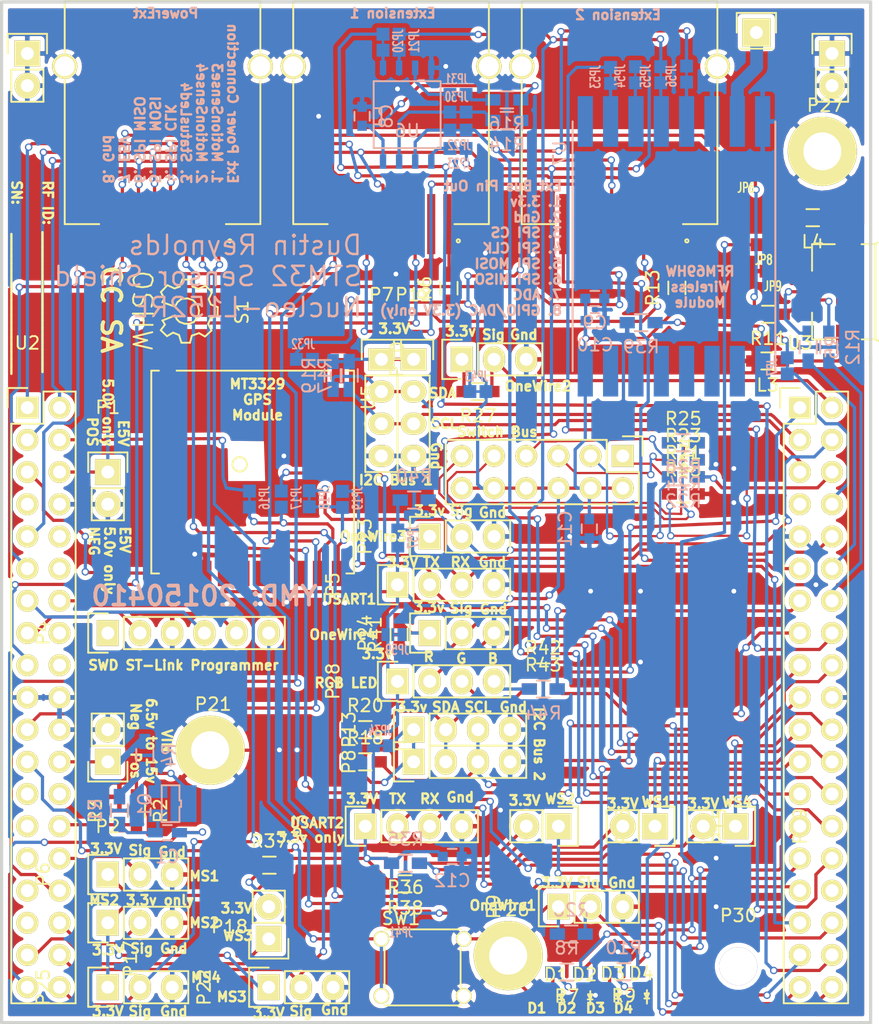
<source format=kicad_pcb>
(kicad_pcb (version 4) (host pcbnew "(2015-03-26 BZR 5542)-product")
  (title_block (title "Expansion Board for STM32 Nucleo-L152RE") (date "Sunday, April 05, 2015") (rev AA) (company "Open Source Hardware") (comment 1 "Creative Commons - Share Alike"))
  (layers (0 F.Cu signal) (31 B.Cu signal) (34 B.Paste user) (35 F.Paste user) (36 B.SilkS user) (37 F.SilkS user) (38 B.Mask user) (39 F.Mask user) (44 Edge.Cuts user))
  (net 0 "")
  (net 1 +3V3)
  (net 2 /NRST)
  (net 3 "Net-(C1-Pad1)")
  (net 4 GND)
  (net 5 "Net-(D1-Pad1)")
  (net 6 "Net-(D2-Pad1)")
  (net 7 "Net-(J1-Pad1)")
  (net 8 "Net-(J2-Pad1)")
  (net 9 /USART2_TX)
  (net 10 /USART2_RX)
  (net 11 /USART1_TX)
  (net 12 /USART1_RX)
  (net 13 /EXT1_SPI_CS)
  (net 14 /EXT_SPI_CLK)
  (net 15 /EXT_SPI_MOSI)
  (net 16 /EXT_SPI_MISO)
  (net 17 /EXT1_ADC)
  (net 18 /EXT1_GPIO)
  (net 19 /GPS_RX)
  (net 20 /GPS_TX)
  (net 21 /FLASH_nCS)
  (net 22 /SPI2_MISO)
  (net 23 "Net-(JP16-Pad2)")
  (net 24 /SPI2_SCK)
  (net 25 /SPI2_MOSI)
  (net 26 "Net-(JP18-Pad2)")
  (net 27 /EXT2_SPI_CS)
  (net 28 /EXT2_ADC)
  (net 29 /EXT2_GPIO)
  (net 30 /OneWireBus1)
  (net 31 /OneWireBus2)
  (net 32 /OneWireBus3)
  (net 33 /OneWireBus4)
  (net 34 "Net-(JP31-Pad1)")
  (net 35 "Net-(JP31-Pad2)")
  (net 36 "Net-(JP32-Pad2)")
  (net 37 "Net-(JP34-Pad2)")
  (net 38 /SPI2_NSS)
  (net 39 "Net-(JP41-Pad1)")
  (net 40 /TCK)
  (net 41 /TMS)
  (net 42 /SWO)
  (net 43 /MotionSense1)
  (net 44 /I2C_SDA1)
  (net 45 /I2C_SCL1)
  (net 46 /I2C_SDA2)
  (net 47 /I2C_SCL2)
  (net 48 /WS1)
  (net 49 /WS2)
  (net 50 /WS3)
  (net 51 "Net-(P15-Pad2)")
  (net 52 /WS4)
  (net 53 /MotionSense2)
  (net 54 /MotionSense3)
  (net 55 /MotionSense4)
  (net 56 "Net-(Q1-Pad3)")
  (net 57 /USB_DP)
  (net 58 /USB_DM)
  (net 59 /SWBus)
  (net 60 /RGB_Red)
  (net 61 /RGB_Blue)
  (net 62 /RGB_Green)
  (net 63 /StatusLed1)
  (net 64 /StatusLed2)
  (net 65 /U5V)
  (net 66 /StatusButton1)
  (net 67 /E5V)
  (net 68 "Net-(CON1-Pad1)")
  (net 69 "Net-(CON1-Pad2)")
  (net 70 "Net-(CON1-Pad3)")
  (net 71 "Net-(CON1-Pad4)")
  (net 72 GNDPWR)
  (net 73 "Net-(D3-Pad1)")
  (net 74 "Net-(D4-Pad1)")
  (net 75 "Net-(JP6-Pad2)")
  (net 76 "Net-(JP20-Pad2)")
  (net 77 "Net-(JP21-Pad2)")
  (net 78 "Net-(JP22-Pad2)")
  (net 79 "Net-(JP23-Pad2)")
  (net 80 "Net-(JP30-Pad1)")
  (net 81 "Net-(JP30-Pad2)")
  (net 82 "Net-(JP43-Pad1)")
  (net 83 "Net-(JP53-Pad1)")
  (net 84 "Net-(JP54-Pad1)")
  (net 85 "Net-(JP55-Pad1)")
  (net 86 "Net-(JP56-Pad1)")
  (net 87 "Net-(JP57-Pad1)")
  (net 88 "Net-(JP59-Pad1)")
  (net 89 "Net-(P14-Pad1)")
  (net 90 "Net-(P14-Pad3)")
  (net 91 "Net-(P14-Pad5)")
  (net 92 "Net-(P14-Pad7)")
  (net 93 "Net-(P14-Pad9)")
  (net 94 "Net-(P14-Pad11)")
  (net 95 "Net-(P16-Pad2)")
  (net 96 "Net-(P28-Pad2)")
  (net 97 "Net-(P28-Pad3)")
  (net 98 "Net-(P28-Pad4)")
  (net 99 "Net-(P29-Pad1)")
  (net 100 /StatusLed3)
  (net 101 /StatusLed4)
  (net 102 "Net-(R39-Pad2)")
  (net 103 /VIN_Trig)
  (net 104 +15V)
  (net 105 /VIN_Meas)
  (net 106 "Net-(P18-Pad2)")
  (net 107 "Net-(P19-Pad2)")
  (net 108 "Net-(Q1-Pad2)")
  (module Pin_Headers:Pin_Header_Straight_2x19 (layer F.Cu) (at 124.46 80.01)
    (fp_text reference U2 (at 0 -5.1) (layer F.SilkS))
    (fp_text value Nucleo-L152RE-CN7)
    (pad 1 thru_hole rect (at 0 0) (size 1.7272 1.7272) (drill 1.016) (layers *.Cu *.Mask F.SilkS) (net 14 /EXT_SPI_CLK))
    (pad 2 thru_hole oval (at 2.54 0) (size 1.7272 1.7272) (drill 1.016) (layers *.Cu *.Mask F.SilkS) (net 16 /EXT_SPI_MISO))
    (pad 3 thru_hole oval (at 0 2.54) (size 1.7272 1.7272) (drill 1.016) (layers *.Cu *.Mask F.SilkS) (net 15 /EXT_SPI_MOSI))
    (pad 4 thru_hole oval (at 2.54 2.54) (size 1.7272 1.7272) (drill 1.016) (layers *.Cu *.Mask F.SilkS) (net 19 /GPS_RX))
    (pad 5 thru_hole oval (at 0 5.08) (size 1.7272 1.7272) (drill 1.016) (layers *.Cu *.Mask F.SilkS) (net 1 +3V3))
    (pad 6 thru_hole oval (at 2.54 5.08) (size 1.7272 1.7272) (drill 1.016) (layers *.Cu *.Mask F.SilkS) (net 67 /E5V))
    (pad 7 thru_hole oval (at 0 7.62) (size 1.7272 1.7272) (drill 1.016) (layers *.Cu *.Mask F.SilkS))
    (pad 8 thru_hole oval (at 2.54 7.62) (size 1.7272 1.7272) (drill 1.016) (layers *.Cu *.Mask F.SilkS) (net 4 GND))
    (pad 9 thru_hole oval (at 0 10.16) (size 1.7272 1.7272) (drill 1.016) (layers *.Cu *.Mask F.SilkS) (net 17 /EXT1_ADC))
    (pad 10 thru_hole oval (at 2.54 10.16) (size 1.7272 1.7272) (drill 1.016) (layers *.Cu *.Mask F.SilkS))
    (pad 11 thru_hole oval (at 0 12.7) (size 1.7272 1.7272) (drill 1.016) (layers *.Cu *.Mask F.SilkS) (net 28 /EXT2_ADC))
    (pad 12 thru_hole oval (at 2.54 12.7) (size 1.7272 1.7272) (drill 1.016) (layers *.Cu *.Mask F.SilkS))
    (pad 13 thru_hole oval (at 0 15.24) (size 1.7272 1.7272) (drill 1.016) (layers *.Cu *.Mask F.SilkS) (net 41 /TMS))
    (pad 14 thru_hole oval (at 2.54 15.24) (size 1.7272 1.7272) (drill 1.016) (layers *.Cu *.Mask F.SilkS) (net 2 /NRST))
    (pad 15 thru_hole oval (at 0 17.78) (size 1.7272 1.7272) (drill 1.016) (layers *.Cu *.Mask F.SilkS) (net 40 /TCK))
    (pad 16 thru_hole oval (at 2.54 17.78) (size 1.7272 1.7272) (drill 1.016) (layers *.Cu *.Mask F.SilkS))
    (pad 17 thru_hole oval (at 0 20.32) (size 1.7272 1.7272) (drill 1.016) (layers *.Cu *.Mask F.SilkS) (net 13 /EXT1_SPI_CS))
    (pad 18 thru_hole oval (at 2.54 20.32) (size 1.7272 1.7272) (drill 1.016) (layers *.Cu *.Mask F.SilkS))
    (pad 19 thru_hole oval (at 0 22.86) (size 1.7272 1.7272) (drill 1.016) (layers *.Cu *.Mask F.SilkS) (net 4 GND))
    (pad 20 thru_hole oval (at 2.54 22.86) (size 1.7272 1.7272) (drill 1.016) (layers *.Cu *.Mask F.SilkS) (net 4 GND))
    (pad 21 thru_hole oval (at 0 25.4) (size 1.7272 1.7272) (drill 1.016) (layers *.Cu *.Mask F.SilkS) (net 27 /EXT2_SPI_CS))
    (pad 22 thru_hole oval (at 2.54 25.4) (size 1.7272 1.7272) (drill 1.016) (layers *.Cu *.Mask F.SilkS) (net 4 GND))
    (pad 23 thru_hole oval (at 0 27.94) (size 1.7272 1.7272) (drill 1.016) (layers *.Cu *.Mask F.SilkS) (net 66 /StatusButton1))
    (pad 24 thru_hole oval (at 2.54 27.94) (size 1.7272 1.7272) (drill 1.016) (layers *.Cu *.Mask F.SilkS) (net 104 +15V))
    (pad 25 thru_hole oval (at 0 30.48) (size 1.7272 1.7272) (drill 1.016) (layers *.Cu *.Mask F.SilkS))
    (pad 26 thru_hole oval (at 2.54 30.48) (size 1.7272 1.7272) (drill 1.016) (layers *.Cu *.Mask F.SilkS))
    (pad 27 thru_hole oval (at 0 33.02) (size 1.7272 1.7272) (drill 1.016) (layers *.Cu *.Mask F.SilkS))
    (pad 28 thru_hole oval (at 2.54 33.02) (size 1.7272 1.7272) (drill 1.016) (layers *.Cu *.Mask F.SilkS) (net 105 /VIN_Meas))
    (pad 29 thru_hole oval (at 0 35.56) (size 1.7272 1.7272) (drill 1.016) (layers *.Cu *.Mask F.SilkS))
    (pad 30 thru_hole oval (at 2.54 35.56) (size 1.7272 1.7272) (drill 1.016) (layers *.Cu *.Mask F.SilkS) (net 43 /MotionSense1))
    (pad 31 thru_hole oval (at 0 38.1) (size 1.7272 1.7272) (drill 1.016) (layers *.Cu *.Mask F.SilkS))
    (pad 32 thru_hole oval (at 2.54 38.1) (size 1.7272 1.7272) (drill 1.016) (layers *.Cu *.Mask F.SilkS) (net 18 /EXT1_GPIO))
    (pad 33 thru_hole oval (at 0 40.64) (size 1.7272 1.7272) (drill 1.016) (layers *.Cu *.Mask F.SilkS))
    (pad 34 thru_hole oval (at 2.54 40.64) (size 1.7272 1.7272) (drill 1.016) (layers *.Cu *.Mask F.SilkS) (net 53 /MotionSense2))
    (pad 35 thru_hole oval (at 0 43.18) (size 1.7272 1.7272) (drill 1.016) (layers *.Cu *.Mask F.SilkS) (net 50 /WS3))
    (pad 36 thru_hole oval (at 2.54 43.18) (size 1.7272 1.7272) (drill 1.016) (layers *.Cu *.Mask F.SilkS) (net 54 /MotionSense3))
    (pad 37 thru_hole oval (at 0 45.72) (size 1.7272 1.7272) (drill 1.016) (layers *.Cu *.Mask F.SilkS) (net 103 /VIN_Trig))
    (pad 38 thru_hole oval (at 2.54 45.72) (size 1.7272 1.7272) (drill 1.016) (layers *.Cu *.Mask F.SilkS) (net 55 /MotionSense4))
  )
  (module Capacitors_SMD:C_0603_HandSoldering (layer B.Cu) (at 135.509 113.538)
    (fp_text reference C1 (at 0 1.9) (layer B.SilkS) (effects (justify mirror)))
    (fp_text value 0.1u)
    (pad 1 smd rect (at -0.95 0) (size 1.2 0.75) (layers B.Cu B.Paste B.Mask) (net 3 "Net-(C1-Pad1)"))
    (pad 2 smd rect (at 0.95 0) (size 1.2 0.75) (layers B.Cu B.Paste B.Mask) (net 103 /VIN_Trig))
  )
  (module Capacitors_SMD:C_0603 (layer B.Cu) (at 150.876 57.023 90)
    (fp_text reference C8 (at 0 1.9 90) (layer B.SilkS) (effects (justify mirror)))
    (fp_text value 0.1u)
    (pad 1 smd rect (at -0.75 0 90) (size 0.8 0.75) (layers B.Cu B.Paste B.Mask) (net 1 +3V3))
    (pad 2 smd rect (at 0.75 0 90) (size 0.8 0.75) (layers B.Cu B.Paste B.Mask) (net 4 GND))
  )
  (module Capacitors_SMD:C_0603 (layer B.Cu) (at 169.2402 71.3994)
    (fp_text reference C9 (at 0 1.9) (layer B.SilkS) (effects (justify mirror)))
    (fp_text value 0.1u)
    (pad 1 smd rect (at -0.75 0) (size 0.8 0.75) (layers B.Cu B.Paste B.Mask) (net 1 +3V3))
    (pad 2 smd rect (at 0.75 0) (size 0.8 0.75) (layers B.Cu B.Paste B.Mask) (net 4 GND))
  )
  (module Capacitors_SMD:C_0603 (layer B.Cu) (at 169.2656 73.152)
    (fp_text reference C10 (at 0 1.9) (layer B.SilkS) (effects (justify mirror)))
    (fp_text value 0.1u)
    (pad 1 smd rect (at -0.75 0) (size 0.8 0.75) (layers B.Cu B.Paste B.Mask) (net 1 +3V3))
    (pad 2 smd rect (at 0.75 0) (size 0.8 0.75) (layers B.Cu B.Paste B.Mask) (net 4 GND))
  )
  (module Capacitors_SMD:C_0603 (layer B.Cu) (at 168.8084 89.5604 270)
    (fp_text reference C11 (at 0 1.9 270) (layer B.SilkS) (effects (justify mirror)))
    (fp_text value 0.1u)
    (pad 1 smd rect (at -0.75 0 270) (size 0.8 0.75) (layers B.Cu B.Paste B.Mask) (net 1 +3V3))
    (pad 2 smd rect (at 0.75 0 270) (size 0.8 0.75) (layers B.Cu B.Paste B.Mask) (net 4 GND))
  )
  (module Capacitors_SMD:C_0603 (layer B.Cu) (at 157.988 115.4176)
    (fp_text reference C12 (at 0 1.9) (layer B.SilkS) (effects (justify mirror)))
    (fp_text value 0.1u)
    (pad 1 smd rect (at -0.75 0) (size 0.8 0.75) (layers B.Cu B.Paste B.Mask) (net 1 +3V3))
    (pad 2 smd rect (at 0.75 0) (size 0.8 0.75) (layers B.Cu B.Paste B.Mask) (net 4 GND))
  )
  (module nucleo:SB_NC (layer B.Cu) (at 184.4294 76.708 90)
    (fp_text reference JP7 (at -0.1016 -1.1938 90) (layer B.SilkS) (effects (font (size 0.762 0.508) (thickness 0.127)) (justify mirror)))
    (fp_text value Jumper_NC_Small hide)
    (pad 1 smd rect (at -0.635 0 90) (size 1.016 1.016) (layers B.Cu B.Paste B.Mask) (net 65 /U5V))
    (pad 2 smd rect (at 0.635 0 90) (size 1.016 1.016) (layers B.Cu B.Paste B.Mask) (net 75 "Net-(JP6-Pad2)"))
    (pad "" smd rect (at 0 0 90) (size 0.508 0.2032) (layers B.Cu B.Paste B.Mask))
  )
  (module nucleo:SB_NC (layer F.Cu) (at 182.6768 67.1576)
    (fp_text reference JP8 (at -0.1016 1.1938) (layer F.SilkS) (effects (font (size 0.762 0.508) (thickness 0.127))))
    (fp_text value Jumper_NC_Small hide)
    (pad 1 smd rect (at -0.635 0) (size 1.016 1.016) (layers F.Cu F.Paste F.Mask) (net 64 /StatusLed2))
    (pad 2 smd rect (at 0.635 0) (size 1.016 1.016) (layers F.Cu F.Paste F.Mask) (net 71 "Net-(CON1-Pad4)"))
    (pad "" smd rect (at 0 0) (size 0.508 0.2032) (layers F.Cu F.Paste F.Mask))
  )
  (module nucleo:SB_NC (layer B.Cu) (at 141.986 87.2236 270)
    (fp_text reference JP16 (at -0.1016 -1.1938 270) (layer B.SilkS) (effects (font (size 0.762 0.508) (thickness 0.127)) (justify mirror)))
    (fp_text value Jumper_NC_Small hide)
    (pad 1 smd rect (at -0.635 0 270) (size 1.016 1.016) (layers B.Cu B.Paste B.Mask) (net 19 /GPS_RX))
    (pad 2 smd rect (at 0.635 0 270) (size 1.016 1.016) (layers B.Cu B.Paste B.Mask) (net 23 "Net-(JP16-Pad2)"))
    (pad "" smd rect (at 0 0 270) (size 0.508 0.2032) (layers B.Cu B.Paste B.Mask))
  )
  (module nucleo:SB_NC (layer B.Cu) (at 146.7104 87.1982 270)
    (fp_text reference JP18 (at -0.1016 -1.1938 270) (layer B.SilkS) (effects (font (size 0.762 0.508) (thickness 0.127)) (justify mirror)))
    (fp_text value Jumper_NC_Small hide)
    (pad 1 smd rect (at -0.635 0 270) (size 1.016 1.016) (layers B.Cu B.Paste B.Mask) (net 20 /GPS_TX))
    (pad 2 smd rect (at 0.635 0 270) (size 1.016 1.016) (layers B.Cu B.Paste B.Mask) (net 26 "Net-(JP18-Pad2)"))
    (pad "" smd rect (at 0 0 270) (size 0.508 0.2032) (layers B.Cu B.Paste B.Mask))
  )
  (module nucleo:SB_NC (layer B.Cu) (at 152.527 51.181 270)
    (fp_text reference JP20 (at -0.1016 -1.1938 270) (layer B.SilkS) (effects (font (size 0.762 0.508) (thickness 0.127)) (justify mirror)))
    (fp_text value Jumper_NC_Small hide)
    (pad 1 smd rect (at -0.635 0 270) (size 1.016 1.016) (layers B.Cu B.Paste B.Mask) (net 21 /FLASH_nCS))
    (pad 2 smd rect (at 0.635 0 270) (size 1.016 1.016) (layers B.Cu B.Paste B.Mask) (net 76 "Net-(JP20-Pad2)"))
    (pad "" smd rect (at 0 0 270) (size 0.508 0.2032) (layers B.Cu B.Paste B.Mask))
  )
  (module nucleo:SB_NC (layer B.Cu) (at 153.797 51.181 270)
    (fp_text reference JP21 (at -0.1016 -1.1938 270) (layer B.SilkS) (effects (font (size 0.762 0.508) (thickness 0.127)) (justify mirror)))
    (fp_text value Jumper_NC_Small hide)
    (pad 1 smd rect (at -0.635 0 270) (size 1.016 1.016) (layers B.Cu B.Paste B.Mask) (net 22 /SPI2_MISO))
    (pad 2 smd rect (at 0.635 0 270) (size 1.016 1.016) (layers B.Cu B.Paste B.Mask) (net 77 "Net-(JP21-Pad2)"))
    (pad "" smd rect (at 0 0 270) (size 0.508 0.2032) (layers B.Cu B.Paste B.Mask))
  )
  (module nucleo:SB_NC (layer B.Cu) (at 158.4452 58.1152 180)
    (fp_text reference JP22 (at -0.1016 -1.1938 180) (layer B.SilkS) (effects (font (size 0.762 0.508) (thickness 0.127)) (justify mirror)))
    (fp_text value Jumper_NC_Small hide)
    (pad 1 smd rect (at -0.635 0 180) (size 1.016 1.016) (layers B.Cu B.Paste B.Mask) (net 24 /SPI2_SCK))
    (pad 2 smd rect (at 0.635 0 180) (size 1.016 1.016) (layers B.Cu B.Paste B.Mask) (net 78 "Net-(JP22-Pad2)"))
    (pad "" smd rect (at 0 0 180) (size 0.508 0.2032) (layers B.Cu B.Paste B.Mask))
  )
  (module nucleo:SB_NC (layer B.Cu) (at 158.4452 59.563 180)
    (fp_text reference JP23 (at -0.1016 -1.1938 180) (layer B.SilkS) (effects (font (size 0.762 0.508) (thickness 0.127)) (justify mirror)))
    (fp_text value Jumper_NC_Small hide)
    (pad 1 smd rect (at -0.635 0 180) (size 1.016 1.016) (layers B.Cu B.Paste B.Mask) (net 25 /SPI2_MOSI))
    (pad 2 smd rect (at 0.635 0 180) (size 1.016 1.016) (layers B.Cu B.Paste B.Mask) (net 79 "Net-(JP23-Pad2)"))
    (pad "" smd rect (at 0 0 180) (size 0.508 0.2032) (layers B.Cu B.Paste B.Mask))
  )
  (module nucleo:SB_NC (layer B.Cu) (at 158.4452 56.6928)
    (fp_text reference JP30 (at -0.1016 -1.1938) (layer B.SilkS) (effects (font (size 0.762 0.508) (thickness 0.127)) (justify mirror)))
    (fp_text value Jumper_NC_Small hide)
    (pad 1 smd rect (at -0.635 0) (size 1.016 1.016) (layers B.Cu B.Paste B.Mask) (net 80 "Net-(JP30-Pad1)"))
    (pad 2 smd rect (at 0.635 0) (size 1.016 1.016) (layers B.Cu B.Paste B.Mask) (net 81 "Net-(JP30-Pad2)"))
    (pad "" smd rect (at 0 0) (size 0.508 0.2032) (layers B.Cu B.Paste B.Mask))
  )
  (module nucleo:SB_NC (layer B.Cu) (at 158.4452 55.2958)
    (fp_text reference JP31 (at -0.1016 -1.1938) (layer B.SilkS) (effects (font (size 0.762 0.508) (thickness 0.127)) (justify mirror)))
    (fp_text value Jumper_NC_Small hide)
    (pad 1 smd rect (at -0.635 0) (size 1.016 1.016) (layers B.Cu B.Paste B.Mask) (net 34 "Net-(JP31-Pad1)"))
    (pad 2 smd rect (at 0.635 0) (size 1.016 1.016) (layers B.Cu B.Paste B.Mask) (net 35 "Net-(JP31-Pad2)"))
    (pad "" smd rect (at 0 0) (size 0.508 0.2032) (layers B.Cu B.Paste B.Mask))
  )
  (module nucleo:SB_NC (layer B.Cu) (at 153.8478 120.2182 180)
    (fp_text reference JP41 (at -0.1016 -1.1938 180) (layer B.SilkS) (effects (font (size 0.762 0.508) (thickness 0.127)) (justify mirror)))
    (fp_text value Jumper_NC_Small hide)
    (pad 1 smd rect (at -0.635 0 180) (size 1.016 1.016) (layers B.Cu B.Paste B.Mask) (net 39 "Net-(JP41-Pad1)"))
    (pad 2 smd rect (at 0.635 0 180) (size 1.016 1.016) (layers B.Cu B.Paste B.Mask) (net 1 +3V3))
    (pad "" smd rect (at 0 0 180) (size 0.508 0.2032) (layers B.Cu B.Paste B.Mask))
  )
  (module Resistors_SMD:R_0603_HandSoldering (layer F.Cu) (at 182.88 76.327 180)
    (fp_text reference L3 (at 0 -1.9 180) (layer F.SilkS))
    (fp_text value "600 Ohm")
    (pad 1 smd rect (at -1.1 0 180) (size 1.2 0.9) (layers F.Cu F.Paste F.Mask) (net 72 GNDPWR))
    (pad 2 smd rect (at 1.1 0 180) (size 1.2 0.9) (layers F.Cu F.Paste F.Mask) (net 4 GND))
  )
  (module Resistors_SMD:R_0603_HandSoldering (layer F.Cu) (at 186.436 65.024 180)
    (fp_text reference L4 (at 0 -1.9 180) (layer F.SilkS))
    (fp_text value "600 Ohm")
    (pad 1 smd rect (at -1.1 0 180) (size 1.2 0.9) (layers F.Cu F.Paste F.Mask) (net 72 GNDPWR))
    (pad 2 smd rect (at 1.1 0 180) (size 1.2 0.9) (layers F.Cu F.Paste F.Mask) (net 4 GND))
  )
  (module Pin_Headers:Pin_Header_Straight_1x02 (layer F.Cu) (at 130.81 85.09)
    (fp_text reference P1 (at 0 -5.1) (layer F.SilkS))
    (fp_text value Power)
    (pad 1 thru_hole rect (at 0 0) (size 2.032 2.032) (drill 1.016) (layers *.Cu *.Mask F.SilkS) (net 67 /E5V))
    (pad 2 thru_hole oval (at 0 2.54) (size 2.032 2.032) (drill 1.016) (layers *.Cu *.Mask F.SilkS) (net 4 GND))
  )
  (module Pin_Headers:Pin_Header_Straight_1x04 (layer F.Cu) (at 152.4 76.2)
    (fp_text reference P7 (at 0 -5.1) (layer F.SilkS))
    (fp_text value I2C1_A)
    (pad 1 thru_hole rect (at 0 0) (size 2.032 1.7272) (drill 1.016) (layers *.Cu *.Mask F.SilkS) (net 36 "Net-(JP32-Pad2)"))
    (pad 2 thru_hole oval (at 0 2.54) (size 2.032 1.7272) (drill 1.016) (layers *.Cu *.Mask F.SilkS) (net 44 /I2C_SDA1))
    (pad 3 thru_hole oval (at 0 5.08) (size 2.032 1.7272) (drill 1.016) (layers *.Cu *.Mask F.SilkS) (net 45 /I2C_SCL1))
    (pad 4 thru_hole oval (at 0 7.62) (size 2.032 1.7272) (drill 1.016) (layers *.Cu *.Mask F.SilkS) (net 4 GND))
  )
  (module Pin_Headers:Pin_Header_Straight_1x03 (layer F.Cu) (at 166.37 119.38 90)
    (fp_text reference P9 (at 0 -5.1 90) (layer F.SilkS))
    (fp_text value OW1_A)
    (pad 1 thru_hole rect (at 0 0 90) (size 2.032 1.7272) (drill 1.016) (layers *.Cu *.Mask F.SilkS) (net 39 "Net-(JP41-Pad1)"))
    (pad 2 thru_hole oval (at 0 2.54 90) (size 2.032 1.7272) (drill 1.016) (layers *.Cu *.Mask F.SilkS) (net 30 /OneWireBus1))
    (pad 3 thru_hole oval (at 0 5.08 90) (size 2.032 1.7272) (drill 1.016) (layers *.Cu *.Mask F.SilkS) (net 4 GND))
  )
  (module Pin_Headers:Pin_Header_Straight_1x04 (layer F.Cu) (at 154.94 76.2)
    (fp_text reference P12 (at 0 -5.1) (layer F.SilkS))
    (fp_text value I2C1_B)
    (pad 1 thru_hole rect (at 0 0) (size 2.032 1.7272) (drill 1.016) (layers *.Cu *.Mask F.SilkS) (net 36 "Net-(JP32-Pad2)"))
    (pad 2 thru_hole oval (at 0 2.54) (size 2.032 1.7272) (drill 1.016) (layers *.Cu *.Mask F.SilkS) (net 44 /I2C_SDA1))
    (pad 3 thru_hole oval (at 0 5.08) (size 2.032 1.7272) (drill 1.016) (layers *.Cu *.Mask F.SilkS) (net 45 /I2C_SCL1))
    (pad 4 thru_hole oval (at 0 7.62) (size 2.032 1.7272) (drill 1.016) (layers *.Cu *.Mask F.SilkS) (net 4 GND))
  )
  (module Pin_Headers:Pin_Header_Straight_1x03 (layer F.Cu) (at 130.81 120.65 90)
    (fp_text reference P17 (at -2.8448 1.778 90) (layer F.SilkS))
    (fp_text value MS2)
    (pad 1 thru_hole rect (at 0 0 90) (size 2.032 1.7272) (drill 1.016) (layers *.Cu *.Mask F.SilkS) (net 1 +3V3))
    (pad 2 thru_hole oval (at 0 2.54 90) (size 2.032 1.7272) (drill 1.016) (layers *.Cu *.Mask F.SilkS) (net 53 /MotionSense2))
    (pad 3 thru_hole oval (at 0 5.08 90) (size 2.032 1.7272) (drill 1.016) (layers *.Cu *.Mask F.SilkS) (net 4 GND))
  )
  (module Pin_Headers:Pin_Header_Straight_1x03 (layer F.Cu) (at 143.51 125.73 90)
    (fp_text reference P22 (at 0 -5.1 90) (layer F.SilkS))
    (fp_text value MS3)
    (pad 1 thru_hole rect (at 0 0 90) (size 2.032 1.7272) (drill 1.016) (layers *.Cu *.Mask F.SilkS) (net 1 +3V3))
    (pad 2 thru_hole oval (at 0 2.54 90) (size 2.032 1.7272) (drill 1.016) (layers *.Cu *.Mask F.SilkS) (net 54 /MotionSense3))
    (pad 3 thru_hole oval (at 0 5.08 90) (size 2.032 1.7272) (drill 1.016) (layers *.Cu *.Mask F.SilkS) (net 4 GND))
  )
  (module Pin_Headers:Pin_Header_Straight_1x03 (layer F.Cu) (at 156.21 90.17 90)
    (fp_text reference P23 (at 0 -5.1 90) (layer F.SilkS))
    (fp_text value OW3_A)
    (pad 1 thru_hole rect (at 0 0 90) (size 2.032 1.7272) (drill 1.016) (layers *.Cu *.Mask F.SilkS) (net 87 "Net-(JP57-Pad1)"))
    (pad 2 thru_hole oval (at 0 2.54 90) (size 2.032 1.7272) (drill 1.016) (layers *.Cu *.Mask F.SilkS) (net 32 /OneWireBus3))
    (pad 3 thru_hole oval (at 0 5.08 90) (size 2.032 1.7272) (drill 1.016) (layers *.Cu *.Mask F.SilkS) (net 4 GND))
  )
  (module Pin_Headers:Pin_Header_Straight_1x03 (layer F.Cu) (at 156.21 97.79 90)
    (fp_text reference P24 (at 0 -5.1 90) (layer F.SilkS))
    (fp_text value OW4_A)
    (pad 1 thru_hole rect (at 0 0 90) (size 2.032 1.7272) (drill 1.016) (layers *.Cu *.Mask F.SilkS) (net 88 "Net-(JP59-Pad1)"))
    (pad 2 thru_hole oval (at 0 2.54 90) (size 2.032 1.7272) (drill 1.016) (layers *.Cu *.Mask F.SilkS) (net 33 /OneWireBus4))
    (pad 3 thru_hole oval (at 0 5.08 90) (size 2.032 1.7272) (drill 1.016) (layers *.Cu *.Mask F.SilkS) (net 4 GND))
  )
  (module Pin_Headers:Pin_Header_Straight_1x03 (layer F.Cu) (at 130.81 125.73 90)
    (fp_text reference P25 (at 0 -5.1 90) (layer F.SilkS))
    (fp_text value MS4)
    (pad 1 thru_hole rect (at 0 0 90) (size 2.032 1.7272) (drill 1.016) (layers *.Cu *.Mask F.SilkS) (net 1 +3V3))
    (pad 2 thru_hole oval (at 0 2.54 90) (size 2.032 1.7272) (drill 1.016) (layers *.Cu *.Mask F.SilkS) (net 55 /MotionSense4))
    (pad 3 thru_hole oval (at 0 5.08 90) (size 2.032 1.7272) (drill 1.016) (layers *.Cu *.Mask F.SilkS) (net 4 GND))
  )
  (module Resistors_SMD:R_0603_HandSoldering (layer B.Cu) (at 131.7244 111.7854 270)
    (fp_text reference R1 (at 0 1.9 270) (layer B.SilkS) (effects (justify mirror)))
    (fp_text value 10K)
    (pad 1 smd rect (at -1.1 0 270) (size 1.2 0.9) (layers B.Cu B.Paste B.Mask) (net 108 "Net-(Q1-Pad2)"))
    (pad 2 smd rect (at 1.1 0 270) (size 1.2 0.9) (layers B.Cu B.Paste B.Mask) (net 3 "Net-(C1-Pad1)"))
  )
  (module Resistors_SMD:R_0603_HandSoldering (layer F.Cu) (at 133.0706 111.8108 270)
    (fp_text reference R2 (at 0 -1.9 270) (layer F.SilkS))
    (fp_text value "2.20k 1%")
    (pad 1 smd rect (at -1.1 0 270) (size 1.2 0.9) (layers F.Cu F.Paste F.Mask) (net 56 "Net-(Q1-Pad3)"))
    (pad 2 smd rect (at 1.1 0 270) (size 1.2 0.9) (layers F.Cu F.Paste F.Mask) (net 105 /VIN_Meas))
  )
  (module Resistors_SMD:R_0603_HandSoldering (layer F.Cu) (at 131.7244 111.8108 90)
    (fp_text reference R3 (at 0 -1.9 90) (layer F.SilkS))
    (fp_text value "8.66k 1%")
    (pad 1 smd rect (at -1.1 0 90) (size 1.2 0.9) (layers F.Cu F.Paste F.Mask) (net 105 /VIN_Meas))
    (pad 2 smd rect (at 1.1 0 90) (size 1.2 0.9) (layers F.Cu F.Paste F.Mask) (net 4 GND))
  )
  (module Resistors_SMD:R_0603_HandSoldering (layer B.Cu) (at 186.0804 75.2348 90)
    (fp_text reference R5 (at 0 1.9 90) (layer B.SilkS) (effects (justify mirror)))
    (fp_text value 33)
    (pad 1 smd rect (at -1.1 0 90) (size 1.2 0.9) (layers B.Cu B.Paste B.Mask) (net 57 /USB_DP))
    (pad 2 smd rect (at 1.1 0 90) (size 1.2 0.9) (layers B.Cu B.Paste B.Mask) (net 70 "Net-(CON1-Pad3)"))
  )
  (module Resistors_SMD:R_0603_HandSoldering (layer F.Cu) (at 157.734 70.5866 90)
    (fp_text reference R6 (at 0 -1.9 90) (layer F.SilkS))
    (fp_text value 0)
    (pad 1 smd rect (at -1.1 0 90) (size 1.2 0.9) (layers F.Cu F.Paste F.Mask) (net 1 +3V3))
    (pad 2 smd rect (at 1.1 0 90) (size 1.2 0.9) (layers F.Cu F.Paste F.Mask) (net 7 "Net-(J1-Pad1)"))
  )
  (module Resistors_SMD:R_0603_HandSoldering (layer F.Cu) (at 167.0304 124.5362 180)
    (fp_text reference R7 (at 0 -1.9 180) (layer F.SilkS))
    (fp_text value 1K)
    (pad 1 smd rect (at -1.1 0 180) (size 1.2 0.9) (layers F.Cu F.Paste F.Mask) (net 63 /StatusLed1))
    (pad 2 smd rect (at 1.1 0 180) (size 1.2 0.9) (layers F.Cu F.Paste F.Mask) (net 5 "Net-(D1-Pad1)"))
  )
  (module Resistors_SMD:R_0603_HandSoldering (layer B.Cu) (at 167.0304 124.5362 180)
    (fp_text reference R8 (at 0 1.9 180) (layer B.SilkS) (effects (justify mirror)))
    (fp_text value 1k)
    (pad 1 smd rect (at -1.1 0 180) (size 1.2 0.9) (layers B.Cu B.Paste B.Mask) (net 64 /StatusLed2))
    (pad 2 smd rect (at 1.1 0 180) (size 1.2 0.9) (layers B.Cu B.Paste B.Mask) (net 6 "Net-(D2-Pad1)"))
  )
  (module Resistors_SMD:R_0603_HandSoldering (layer F.Cu) (at 171.5262 124.5108 180)
    (fp_text reference R9 (at 0 -1.9 180) (layer F.SilkS))
    (fp_text value 1k)
    (pad 1 smd rect (at -1.1 0 180) (size 1.2 0.9) (layers F.Cu F.Paste F.Mask) (net 100 /StatusLed3))
    (pad 2 smd rect (at 1.1 0 180) (size 1.2 0.9) (layers F.Cu F.Paste F.Mask) (net 73 "Net-(D3-Pad1)"))
  )
  (module Resistors_SMD:R_0603_HandSoldering (layer B.Cu) (at 171.5262 124.5108 180)
    (fp_text reference R10 (at 0 1.9 180) (layer B.SilkS) (effects (justify mirror)))
    (fp_text value 1k)
    (pad 1 smd rect (at -1.1 0 180) (size 1.2 0.9) (layers B.Cu B.Paste B.Mask) (net 101 /StatusLed4))
    (pad 2 smd rect (at 1.1 0 180) (size 1.2 0.9) (layers B.Cu B.Paste B.Mask) (net 74 "Net-(D4-Pad1)"))
  )
  (module Resistors_SMD:R_0603_HandSoldering (layer F.Cu) (at 182.9308 72.644 180)
    (fp_text reference R11 (at 0 -1.9 180) (layer F.SilkS))
    (fp_text value 0)
    (pad 1 smd rect (at -1.1 0 180) (size 1.2 0.9) (layers F.Cu F.Paste F.Mask) (net 68 "Net-(CON1-Pad1)"))
    (pad 2 smd rect (at 1.1 0 180) (size 1.2 0.9) (layers F.Cu F.Paste F.Mask) (net 75 "Net-(JP6-Pad2)"))
  )
  (module Resistors_SMD:R_0603_HandSoldering (layer B.Cu) (at 187.706 75.2348 90)
    (fp_text reference R12 (at 0 1.9 90) (layer B.SilkS) (effects (justify mirror)))
    (fp_text value 33)
    (pad 1 smd rect (at -1.1 0 90) (size 1.2 0.9) (layers B.Cu B.Paste B.Mask) (net 58 /USB_DM))
    (pad 2 smd rect (at 1.1 0 90) (size 1.2 0.9) (layers B.Cu B.Paste B.Mask) (net 69 "Net-(CON1-Pad2)"))
  )
  (module Resistors_SMD:R_0603_HandSoldering (layer F.Cu) (at 175.7172 70.5612 90)
    (fp_text reference R13 (at 0 -1.9 90) (layer F.SilkS))
    (fp_text value 0)
    (pad 1 smd rect (at -1.1 0 90) (size 1.2 0.9) (layers F.Cu F.Paste F.Mask) (net 1 +3V3))
    (pad 2 smd rect (at 1.1 0 90) (size 1.2 0.9) (layers F.Cu F.Paste F.Mask) (net 8 "Net-(J2-Pad1)"))
  )
  (module Resistors_SMD:R_0603_HandSoldering (layer B.Cu) (at 162.306 57.3532)
    (fp_text reference R14 (at 0 1.9) (layer B.SilkS) (effects (justify mirror)))
    (fp_text value 100k)
    (pad 1 smd rect (at -1.1 0) (size 1.2 0.9) (layers B.Cu B.Paste B.Mask) (net 81 "Net-(JP30-Pad2)"))
    (pad 2 smd rect (at 1.1 0) (size 1.2 0.9) (layers B.Cu B.Paste B.Mask) (net 1 +3V3))
  )
  (module Resistors_SMD:R_0603_HandSoldering (layer F.Cu) (at 176.2252 86.8172)
    (fp_text reference R15 (at 0 -1.9) (layer F.SilkS))
    (fp_text value 10k)
    (pad 1 smd rect (at -1.1 0) (size 1.2 0.9) (layers F.Cu F.Paste F.Mask) (net 59 /SWBus))
    (pad 2 smd rect (at 1.1 0) (size 1.2 0.9) (layers F.Cu F.Paste F.Mask) (net 4 GND))
  )
  (module Resistors_SMD:R_0603_HandSoldering (layer B.Cu) (at 162.306 55.7276)
    (fp_text reference R16 (at 0 1.9) (layer B.SilkS) (effects (justify mirror)))
    (fp_text value 100k)
    (pad 1 smd rect (at -1.1 0) (size 1.2 0.9) (layers B.Cu B.Paste B.Mask) (net 35 "Net-(JP31-Pad2)"))
    (pad 2 smd rect (at 1.1 0) (size 1.2 0.9) (layers B.Cu B.Paste B.Mask) (net 1 +3V3))
  )
  (module Resistors_SMD:R_0603_HandSoldering (layer B.Cu) (at 149.86 77.47 270)
    (fp_text reference R17 (at 0 1.9 270) (layer B.SilkS) (effects (justify mirror)))
    (fp_text value 2.2k)
    (pad 1 smd rect (at -1.1 0 270) (size 1.2 0.9) (layers B.Cu B.Paste B.Mask) (net 36 "Net-(JP32-Pad2)"))
    (pad 2 smd rect (at 1.1 0 270) (size 1.2 0.9) (layers B.Cu B.Paste B.Mask) (net 45 /I2C_SCL1))
  )
  (module Resistors_SMD:R_0603_HandSoldering (layer F.Cu) (at 151.13 107.95)
    (fp_text reference R18 (at 0 -1.9) (layer F.SilkS))
    (fp_text value 2.2k)
    (pad 1 smd rect (at -1.1 0) (size 1.2 0.9) (layers F.Cu F.Paste F.Mask) (net 37 "Net-(JP34-Pad2)"))
    (pad 2 smd rect (at 1.1 0) (size 1.2 0.9) (layers F.Cu F.Paste F.Mask) (net 47 /I2C_SCL2))
  )
  (module Resistors_SMD:R_0603_HandSoldering (layer B.Cu) (at 148.59 77.47 270)
    (fp_text reference R19 (at 0 1.9 270) (layer B.SilkS) (effects (justify mirror)))
    (fp_text value 2.2k)
    (pad 1 smd rect (at -1.1 0 270) (size 1.2 0.9) (layers B.Cu B.Paste B.Mask) (net 36 "Net-(JP32-Pad2)"))
    (pad 2 smd rect (at 1.1 0 270) (size 1.2 0.9) (layers B.Cu B.Paste B.Mask) (net 44 /I2C_SDA1))
  )
  (module Resistors_SMD:R_0603_HandSoldering (layer F.Cu) (at 151.13 105.41)
    (fp_text reference R20 (at 0 -1.9) (layer F.SilkS))
    (fp_text value 2.2k)
    (pad 1 smd rect (at -1.1 0) (size 1.2 0.9) (layers F.Cu F.Paste F.Mask) (net 37 "Net-(JP34-Pad2)"))
    (pad 2 smd rect (at 1.1 0) (size 1.2 0.9) (layers F.Cu F.Paste F.Mask) (net 46 /I2C_SDA2))
  )
  (module Resistors_SMD:R_0603_HandSoldering (layer F.Cu) (at 176.2252 85.471)
    (fp_text reference R21 (at 0 -1.9) (layer F.SilkS))
    (fp_text value 10k)
    (pad 1 smd rect (at -1.1 0) (size 1.2 0.9) (layers F.Cu F.Paste F.Mask) (net 89 "Net-(P14-Pad1)"))
    (pad 2 smd rect (at 1.1 0) (size 1.2 0.9) (layers F.Cu F.Paste F.Mask) (net 59 /SWBus))
  )
  (module Resistors_SMD:R_0603_HandSoldering (layer B.Cu) (at 176.2252 85.471)
    (fp_text reference R22 (at 0 1.9) (layer B.SilkS) (effects (justify mirror)))
    (fp_text value 4.7K)
    (pad 1 smd rect (at -1.1 0) (size 1.2 0.9) (layers B.Cu B.Paste B.Mask) (net 90 "Net-(P14-Pad3)"))
    (pad 2 smd rect (at 1.1 0) (size 1.2 0.9) (layers B.Cu B.Paste B.Mask) (net 59 /SWBus))
  )
  (module Resistors_SMD:R_0603_HandSoldering (layer F.Cu) (at 176.2252 84.1248)
    (fp_text reference R23 (at 0 -1.9) (layer F.SilkS))
    (fp_text value 2.2K)
    (pad 1 smd rect (at -1.1 0) (size 1.2 0.9) (layers F.Cu F.Paste F.Mask) (net 91 "Net-(P14-Pad5)"))
    (pad 2 smd rect (at 1.1 0) (size 1.2 0.9) (layers F.Cu F.Paste F.Mask) (net 59 /SWBus))
  )
  (module Resistors_SMD:R_0603_HandSoldering (layer B.Cu) (at 176.2252 84.1248)
    (fp_text reference R24 (at 0 1.9) (layer B.SilkS) (effects (justify mirror)))
    (fp_text value 680)
    (pad 1 smd rect (at -1.1 0) (size 1.2 0.9) (layers B.Cu B.Paste B.Mask) (net 92 "Net-(P14-Pad7)"))
    (pad 2 smd rect (at 1.1 0) (size 1.2 0.9) (layers B.Cu B.Paste B.Mask) (net 59 /SWBus))
  )
  (module Resistors_SMD:R_0603_HandSoldering (layer F.Cu) (at 176.2252 82.7786)
    (fp_text reference R25 (at 0 -1.9) (layer F.SilkS))
    (fp_text value 390)
    (pad 1 smd rect (at -1.1 0) (size 1.2 0.9) (layers F.Cu F.Paste F.Mask) (net 93 "Net-(P14-Pad9)"))
    (pad 2 smd rect (at 1.1 0) (size 1.2 0.9) (layers F.Cu F.Paste F.Mask) (net 59 /SWBus))
  )
  (module Resistors_SMD:R_0603_HandSoldering (layer B.Cu) (at 167.386 121.539 180)
    (fp_text reference R26 (at 0 1.9 180) (layer B.SilkS) (effects (justify mirror)))
    (fp_text value 4.7k)
    (pad 1 smd rect (at -1.1 0 180) (size 1.2 0.9) (layers B.Cu B.Paste B.Mask) (net 30 /OneWireBus1))
    (pad 2 smd rect (at 1.1 0 180) (size 1.2 0.9) (layers B.Cu B.Paste B.Mask) (net 39 "Net-(JP41-Pad1)"))
  )
  (module Resistors_SMD:R_0603_HandSoldering (layer F.Cu) (at 160.02 78.74 180)
    (fp_text reference R27 (at 0 -1.9 180) (layer F.SilkS))
    (fp_text value 4.7k)
    (pad 1 smd rect (at -1.1 0 180) (size 1.2 0.9) (layers F.Cu F.Paste F.Mask) (net 31 /OneWireBus2))
    (pad 2 smd rect (at 1.1 0 180) (size 1.2 0.9) (layers F.Cu F.Paste F.Mask) (net 82 "Net-(JP43-Pad1)"))
  )
  (module Resistors_SMD:R_0603_HandSoldering (layer B.Cu) (at 176.2252 82.7786)
    (fp_text reference R28 (at 0 1.9) (layer B.SilkS) (effects (justify mirror)))
    (fp_text value 220)
    (pad 1 smd rect (at -1.1 0) (size 1.2 0.9) (layers B.Cu B.Paste B.Mask) (net 94 "Net-(P14-Pad11)"))
    (pad 2 smd rect (at 1.1 0) (size 1.2 0.9) (layers B.Cu B.Paste B.Mask) (net 59 /SWBus))
  )
  (module Resistors_SMD:R_0603_HandSoldering (layer B.Cu) (at 154.305 115.951 180)
    (fp_text reference R35 (at 0 1.9 180) (layer B.SilkS) (effects (justify mirror)))
    (fp_text value 0)
    (pad 1 smd rect (at -1.1 0 180) (size 1.2 0.9) (layers B.Cu B.Paste B.Mask) (net 51 "Net-(P15-Pad2)"))
    (pad 2 smd rect (at 1.1 0 180) (size 1.2 0.9) (layers B.Cu B.Paste B.Mask) (net 1 +3V3))
  )
  (module Resistors_SMD:R_0603_HandSoldering (layer F.Cu) (at 154.305 115.951 180)
    (fp_text reference R36 (at 0 -1.9 180) (layer F.SilkS))
    (fp_text value 0)
    (pad 1 smd rect (at -1.1 0 180) (size 1.2 0.9) (layers F.Cu F.Paste F.Mask) (net 95 "Net-(P16-Pad2)"))
    (pad 2 smd rect (at 1.1 0 180) (size 1.2 0.9) (layers F.Cu F.Paste F.Mask) (net 1 +3V3))
  )
  (module Resistors_SMD:R_0603_HandSoldering (layer F.Cu) (at 143.5608 116.1034)
    (fp_text reference R37 (at 0 -1.9) (layer F.SilkS))
    (fp_text value 0)
    (pad 1 smd rect (at -1.1 0) (size 1.2 0.9) (layers F.Cu F.Paste F.Mask) (net 106 "Net-(P18-Pad2)"))
    (pad 2 smd rect (at 1.1 0) (size 1.2 0.9) (layers F.Cu F.Paste F.Mask) (net 1 +3V3))
  )
  (module Resistors_SMD:R_0603_HandSoldering (layer F.Cu) (at 154.2796 117.5766 180)
    (fp_text reference R38 (at 0 -1.9 180) (layer F.SilkS))
    (fp_text value 0)
    (pad 1 smd rect (at -1.1 0 180) (size 1.2 0.9) (layers F.Cu F.Paste F.Mask) (net 107 "Net-(P19-Pad2)"))
    (pad 2 smd rect (at 1.1 0 180) (size 1.2 0.9) (layers F.Cu F.Paste F.Mask) (net 1 +3V3))
  )
  (module Resistors_SMD:R_0603_HandSoldering (layer B.Cu) (at 172.8978 73.3044)
    (fp_text reference R39 (at 0 1.9) (layer B.SilkS) (effects (justify mirror)))
    (fp_text value 10k)
    (pad 1 smd rect (at -1.1 0) (size 1.2 0.9) (layers B.Cu B.Paste B.Mask) (net 4 GND))
    (pad 2 smd rect (at 1.1 0) (size 1.2 0.9) (layers B.Cu B.Paste B.Mask) (net 102 "Net-(R39-Pad2)"))
  )
  (module Resistors_SMD:R_0603_HandSoldering (layer B.Cu) (at 154.9908 87.2998 180)
    (fp_text reference R40 (at 0 1.9 180) (layer B.SilkS) (effects (justify mirror)))
    (fp_text value 4.7k)
    (pad 1 smd rect (at -1.1 0 180) (size 1.2 0.9) (layers B.Cu B.Paste B.Mask) (net 32 /OneWireBus3))
    (pad 2 smd rect (at 1.1 0 180) (size 1.2 0.9) (layers B.Cu B.Paste B.Mask) (net 87 "Net-(JP57-Pad1)"))
  )
  (module Resistors_SMD:R_0603_HandSoldering (layer F.Cu) (at 153.797 97.917 90)
    (fp_text reference R41 (at 0 -1.9 90) (layer F.SilkS))
    (fp_text value 4.7k)
    (pad 1 smd rect (at -1.1 0 90) (size 1.2 0.9) (layers F.Cu F.Paste F.Mask) (net 33 /OneWireBus4))
    (pad 2 smd rect (at 1.1 0 90) (size 1.2 0.9) (layers F.Cu F.Paste F.Mask) (net 88 "Net-(JP59-Pad1)"))
  )
  (module Resistors_SMD:R_0603_HandSoldering (layer F.Cu) (at 165.1762 100.8634)
    (fp_text reference R42 (at 0 -1.9) (layer F.SilkS))
    (fp_text value 220)
    (pad 1 smd rect (at -1.1 0) (size 1.2 0.9) (layers F.Cu F.Paste F.Mask) (net 96 "Net-(P28-Pad2)"))
    (pad 2 smd rect (at 1.1 0) (size 1.2 0.9) (layers F.Cu F.Paste F.Mask) (net 60 /RGB_Red))
  )
  (module Resistors_SMD:R_0603_HandSoldering (layer F.Cu) (at 165.1762 102.2096)
    (fp_text reference R43 (at 0 -1.9) (layer F.SilkS))
    (fp_text value 220)
    (pad 1 smd rect (at -1.1 0) (size 1.2 0.9) (layers F.Cu F.Paste F.Mask) (net 97 "Net-(P28-Pad3)"))
    (pad 2 smd rect (at 1.1 0) (size 1.2 0.9) (layers F.Cu F.Paste F.Mask) (net 61 /RGB_Blue))
  )
  (module Resistors_SMD:R_0603_HandSoldering (layer B.Cu) (at 165.1762 102.2096)
    (fp_text reference R44 (at 0 1.9) (layer B.SilkS) (effects (justify mirror)))
    (fp_text value 220)
    (pad 1 smd rect (at -1.1 0) (size 1.2 0.9) (layers B.Cu B.Paste B.Mask) (net 98 "Net-(P28-Pad4)"))
    (pad 2 smd rect (at 1.1 0) (size 1.2 0.9) (layers B.Cu B.Paste B.Mask) (net 62 /RGB_Green))
  )
  (module Pin_Headers:Pin_Header_Straight_2x19 (layer F.Cu) (at 185.42 80.01)
    (fp_text reference U3 (at 0 -5.1) (layer F.SilkS))
    (fp_text value Nucleo-L152RE-CN10)
    (pad 1 thru_hole rect (at 0 0) (size 1.7272 1.7272) (drill 1.016) (layers *.Cu *.Mask F.SilkS) (net 60 /RGB_Red))
    (pad 2 thru_hole oval (at 2.54 0) (size 1.7272 1.7272) (drill 1.016) (layers *.Cu *.Mask F.SilkS) (net 31 /OneWireBus2))
    (pad 3 thru_hole oval (at 0 2.54) (size 1.7272 1.7272) (drill 1.016) (layers *.Cu *.Mask F.SilkS) (net 45 /I2C_SCL1))
    (pad 4 thru_hole oval (at 2.54 2.54) (size 1.7272 1.7272) (drill 1.016) (layers *.Cu *.Mask F.SilkS) (net 32 /OneWireBus3))
    (pad 5 thru_hole oval (at 0 5.08) (size 1.7272 1.7272) (drill 1.016) (layers *.Cu *.Mask F.SilkS) (net 44 /I2C_SDA1))
    (pad 6 thru_hole oval (at 2.54 5.08) (size 1.7272 1.7272) (drill 1.016) (layers *.Cu *.Mask F.SilkS) (net 59 /SWBus))
    (pad 7 thru_hole oval (at 0 7.62) (size 1.7272 1.7272) (drill 1.016) (layers *.Cu *.Mask F.SilkS))
    (pad 8 thru_hole oval (at 2.54 7.62) (size 1.7272 1.7272) (drill 1.016) (layers *.Cu *.Mask F.SilkS) (net 65 /U5V))
    (pad 9 thru_hole oval (at 0 10.16) (size 1.7272 1.7272) (drill 1.016) (layers *.Cu *.Mask F.SilkS) (net 4 GND))
    (pad 10 thru_hole oval (at 2.54 10.16) (size 1.7272 1.7272) (drill 1.016) (layers *.Cu *.Mask F.SilkS) (net 20 /GPS_TX))
    (pad 11 thru_hole oval (at 0 12.7) (size 1.7272 1.7272) (drill 1.016) (layers *.Cu *.Mask F.SilkS) (net 29 /EXT2_GPIO))
    (pad 12 thru_hole oval (at 2.54 12.7) (size 1.7272 1.7272) (drill 1.016) (layers *.Cu *.Mask F.SilkS) (net 57 /USB_DP))
    (pad 13 thru_hole oval (at 0 15.24) (size 1.7272 1.7272) (drill 1.016) (layers *.Cu *.Mask F.SilkS) (net 62 /RGB_Green))
    (pad 14 thru_hole oval (at 2.54 15.24) (size 1.7272 1.7272) (drill 1.016) (layers *.Cu *.Mask F.SilkS) (net 58 /USB_DM))
    (pad 15 thru_hole oval (at 0 17.78) (size 1.7272 1.7272) (drill 1.016) (layers *.Cu *.Mask F.SilkS) (net 61 /RGB_Blue))
    (pad 16 thru_hole oval (at 2.54 17.78) (size 1.7272 1.7272) (drill 1.016) (layers *.Cu *.Mask F.SilkS) (net 38 /SPI2_NSS))
    (pad 17 thru_hole oval (at 0 20.32) (size 1.7272 1.7272) (drill 1.016) (layers *.Cu *.Mask F.SilkS) (net 100 /StatusLed3))
    (pad 18 thru_hole oval (at 2.54 20.32) (size 1.7272 1.7272) (drill 1.016) (layers *.Cu *.Mask F.SilkS) (net 46 /I2C_SDA2))
    (pad 19 thru_hole oval (at 0 22.86) (size 1.7272 1.7272) (drill 1.016) (layers *.Cu *.Mask F.SilkS) (net 33 /OneWireBus4))
    (pad 20 thru_hole oval (at 2.54 22.86) (size 1.7272 1.7272) (drill 1.016) (layers *.Cu *.Mask F.SilkS) (net 4 GND))
    (pad 21 thru_hole oval (at 0 25.4) (size 1.7272 1.7272) (drill 1.016) (layers *.Cu *.Mask F.SilkS) (net 11 /USART1_TX))
    (pad 22 thru_hole oval (at 2.54 25.4) (size 1.7272 1.7272) (drill 1.016) (layers *.Cu *.Mask F.SilkS) (net 52 /WS4))
    (pad 23 thru_hole oval (at 0 27.94) (size 1.7272 1.7272) (drill 1.016) (layers *.Cu *.Mask F.SilkS) (net 101 /StatusLed4))
    (pad 24 thru_hole oval (at 2.54 27.94) (size 1.7272 1.7272) (drill 1.016) (layers *.Cu *.Mask F.SilkS) (net 48 /WS1))
    (pad 25 thru_hole oval (at 0 30.48) (size 1.7272 1.7272) (drill 1.016) (layers *.Cu *.Mask F.SilkS) (net 47 /I2C_SCL2))
    (pad 26 thru_hole oval (at 2.54 30.48) (size 1.7272 1.7272) (drill 1.016) (layers *.Cu *.Mask F.SilkS) (net 25 /SPI2_MOSI))
    (pad 27 thru_hole oval (at 0 33.02) (size 1.7272 1.7272) (drill 1.016) (layers *.Cu *.Mask F.SilkS) (net 63 /StatusLed1))
    (pad 28 thru_hole oval (at 2.54 33.02) (size 1.7272 1.7272) (drill 1.016) (layers *.Cu *.Mask F.SilkS) (net 22 /SPI2_MISO))
    (pad 29 thru_hole oval (at 0 35.56) (size 1.7272 1.7272) (drill 1.016) (layers *.Cu *.Mask F.SilkS) (net 64 /StatusLed2))
    (pad 30 thru_hole oval (at 2.54 35.56) (size 1.7272 1.7272) (drill 1.016) (layers *.Cu *.Mask F.SilkS) (net 24 /SPI2_SCK))
    (pad 31 thru_hole oval (at 0 38.1) (size 1.7272 1.7272) (drill 1.016) (layers *.Cu *.Mask F.SilkS) (net 42 /SWO))
    (pad 32 thru_hole oval (at 2.54 38.1) (size 1.7272 1.7272) (drill 1.016) (layers *.Cu *.Mask F.SilkS))
    (pad 33 thru_hole oval (at 0 40.64) (size 1.7272 1.7272) (drill 1.016) (layers *.Cu *.Mask F.SilkS) (net 12 /USART1_RX))
    (pad 34 thru_hole oval (at 2.54 40.64) (size 1.7272 1.7272) (drill 1.016) (layers *.Cu *.Mask F.SilkS) (net 49 /WS2))
    (pad 35 thru_hole oval (at 0 43.18) (size 1.7272 1.7272) (drill 1.016) (layers *.Cu *.Mask F.SilkS) (net 9 /USART2_TX))
    (pad 36 thru_hole oval (at 2.54 43.18) (size 1.7272 1.7272) (drill 1.016) (layers *.Cu *.Mask F.SilkS) (net 21 /FLASH_nCS))
    (pad 37 thru_hole oval (at 0 45.72) (size 1.7272 1.7272) (drill 1.016) (layers *.Cu *.Mask F.SilkS) (net 10 /USART2_RX))
    (pad 38 thru_hole oval (at 2.54 45.72) (size 1.7272 1.7272) (drill 1.016) (layers *.Cu *.Mask F.SilkS) (net 30 /OneWireBus1))
  )
  (module nucleo:MT3329 (layer F.Cu) (at 142.24 85.09 90)
    (fp_text reference U5 (at 5.8928 9.1186 90) (layer F.SilkS))
    (fp_text value MT3329_GPS)
    (pad 1 smd rect (at -8 -6.75 90) (size 2 1) (layers F.Cu F.Paste F.Mask) (net 1 +3V3))
    (pad 2 smd rect (at -8 -5.25 90) (size 2 1) (layers F.Cu F.Paste F.Mask) (net 100 /StatusLed3))
    (pad 3 smd rect (at -8 -3.75 90) (size 2 1) (layers F.Cu F.Paste F.Mask) (net 4 GND))
    (pad 4 smd rect (at -8 -2.25 90) (size 2 1) (layers F.Cu F.Paste F.Mask) (net 1 +3V3))
    (pad 5 smd rect (at -8 -0.75 90) (size 2 1) (layers F.Cu F.Paste F.Mask))
    (pad 6 smd rect (at -8 0.75 90) (size 2 1) (layers F.Cu F.Paste F.Mask))
    (pad 7 smd rect (at -8 2.25 90) (size 2 1) (layers F.Cu F.Paste F.Mask))
    (pad 8 smd rect (at -8 3.75 90) (size 2 1) (layers F.Cu F.Paste F.Mask) (net 4 GND))
    (pad 9 smd rect (at -8 5.25 90) (size 2 1) (layers F.Cu F.Paste F.Mask) (net 23 "Net-(JP16-Pad2)"))
    (pad 10 smd rect (at -8 6.75 90) (size 2 1) (layers F.Cu F.Paste F.Mask) (net 26 "Net-(JP18-Pad2)"))
    (pad 11 smd rect (at 8 -6.75 90) (size 2 1) (layers F.Cu F.Paste F.Mask))
    (pad 12 smd rect (at 8 6.75 90) (size 2 1) (layers F.Cu F.Paste F.Mask))
  )
  (module nucleo:RFM69HW (layer B.Cu) (at 175.4886 67.1322 90)
    (fp_text reference U7 (at 7.2 -9 90) (layer B.SilkS) (effects (justify mirror)))
    (fp_text value RFM69HW)
    (pad 1 smd rect (at -10 7 90) (size 4 1.2) (layers B.Cu B.Paste B.Mask) (net 102 "Net-(R39-Pad2)"))
    (pad 2 smd rect (at -10 5 90) (size 4 1.2) (layers B.Cu B.Paste B.Mask))
    (pad 3 smd rect (at -10 3 90) (size 4 1.2) (layers B.Cu B.Paste B.Mask))
    (pad 4 smd rect (at -10 1 90) (size 4 1.2) (layers B.Cu B.Paste B.Mask))
    (pad 5 smd rect (at -10 -1 90) (size 4 1.2) (layers B.Cu B.Paste B.Mask))
    (pad 6 smd rect (at -10 -3 90) (size 4 1.2) (layers B.Cu B.Paste B.Mask))
    (pad 7 smd rect (at -10 -5 90) (size 4 1.2) (layers B.Cu B.Paste B.Mask))
    (pad 8 smd rect (at -10 -7 90) (size 4 1.2) (layers B.Cu B.Paste B.Mask) (net 1 +3V3))
    (pad 9 smd rect (at 9.7 -7 90) (size 4 1.2) (layers B.Cu B.Paste B.Mask))
    (pad 10 smd rect (at 9.7 -5 90) (size 4 1.2) (layers B.Cu B.Paste B.Mask) (net 83 "Net-(JP53-Pad1)"))
    (pad 11 smd rect (at 9.7 -3 90) (size 4 1.2) (layers B.Cu B.Paste B.Mask) (net 84 "Net-(JP54-Pad1)"))
    (pad 12 smd rect (at 9.7 -1 90) (size 4 1.2) (layers B.Cu B.Paste B.Mask) (net 85 "Net-(JP55-Pad1)"))
    (pad 13 smd rect (at 9.7 1 90) (size 4 1.2) (layers B.Cu B.Paste B.Mask) (net 86 "Net-(JP56-Pad1)"))
    (pad 14 smd rect (at 9.7 3 90) (size 4 1.2) (layers B.Cu B.Paste B.Mask) (net 4 GND))
    (pad 15 smd rect (at 9.7 5 90) (size 4 1.2) (layers B.Cu B.Paste B.Mask) (net 99 "Net-(P29-Pad1)"))
    (pad 16 smd rect (at 9.7 7 90) (size 4 1.2) (layers B.Cu B.Paste B.Mask) (net 4 GND))
  )
  (module nucleo:SB_NO (layer F.Cu) (at 181.2798 61.468)
    (fp_text reference JP6 (at -0.1016 1.1938) (layer F.SilkS) (effects (font (size 0.762 0.508) (thickness 0.127))))
    (fp_text value Jumper_NO_Small hide)
    (pad 1 smd rect (at -0.635 0) (size 1.016 1.016) (layers F.Cu F.Paste F.Mask) (net 67 /E5V))
    (pad 2 smd rect (at 0.635 0) (size 1.016 1.016) (layers F.Cu F.Paste F.Mask) (net 75 "Net-(JP6-Pad2)"))
  )
  (module nucleo:SB_NO (layer F.Cu) (at 183.388 69.2404)
    (fp_text reference JP9 (at -0.1016 1.1938) (layer F.SilkS) (effects (font (size 0.762 0.508) (thickness 0.127))))
    (fp_text value Jumper_NO_Small hide)
    (pad 1 smd rect (at -0.635 0) (size 1.016 1.016) (layers F.Cu F.Paste F.Mask) (net 4 GND))
    (pad 2 smd rect (at 0.635 0) (size 1.016 1.016) (layers F.Cu F.Paste F.Mask) (net 71 "Net-(CON1-Pad4)"))
  )
  (module nucleo:SB_NO (layer B.Cu) (at 144.5006 87.2236 270)
    (fp_text reference JP17 (at -0.1016 -1.1938 270) (layer B.SilkS) (effects (font (size 0.762 0.508) (thickness 0.127)) (justify mirror)))
    (fp_text value Jumper_NO_Small hide)
    (pad 1 smd rect (at -0.635 0 270) (size 1.016 1.016) (layers B.Cu B.Paste B.Mask) (net 12 /USART1_RX))
    (pad 2 smd rect (at 0.635 0 270) (size 1.016 1.016) (layers B.Cu B.Paste B.Mask) (net 23 "Net-(JP16-Pad2)"))
  )
  (module nucleo:SB_NO (layer B.Cu) (at 149.3266 87.249 270)
    (fp_text reference JP19 (at -0.1016 -1.1938 270) (layer B.SilkS) (effects (font (size 0.762 0.508) (thickness 0.127)) (justify mirror)))
    (fp_text value Jumper_NO_Small hide)
    (pad 1 smd rect (at -0.635 0 270) (size 1.016 1.016) (layers B.Cu B.Paste B.Mask) (net 11 /USART1_TX))
    (pad 2 smd rect (at 0.635 0 270) (size 1.016 1.016) (layers B.Cu B.Paste B.Mask) (net 26 "Net-(JP18-Pad2)"))
  )
  (module nucleo:SB_NC (layer B.Cu) (at 146.3294 76.2)
    (fp_text reference JP32 (at -0.1016 -1.1938) (layer B.SilkS) (effects (font (size 0.762 0.508) (thickness 0.127)) (justify mirror)))
    (fp_text value Jumper_NC_Small hide)
    (pad 1 smd rect (at -0.635 0) (size 1.016 1.016) (layers B.Cu B.Paste B.Mask) (net 1 +3V3))
    (pad 2 smd rect (at 0.635 0) (size 1.016 1.016) (layers B.Cu B.Paste B.Mask) (net 36 "Net-(JP32-Pad2)"))
    (pad "" smd rect (at 0 0) (size 0.508 0.2032) (layers B.Cu B.Paste B.Mask))
  )
  (module nucleo:SB_NC (layer B.Cu) (at 152.4 106.68)
    (fp_text reference JP34 (at -0.1016 -1.1938) (layer B.SilkS) (effects (font (size 0.762 0.508) (thickness 0.127)) (justify mirror)))
    (fp_text value Jumper_NC_Small hide)
    (pad 1 smd rect (at -0.635 0) (size 1.016 1.016) (layers B.Cu B.Paste B.Mask) (net 1 +3V3))
    (pad 2 smd rect (at 0.635 0) (size 1.016 1.016) (layers B.Cu B.Paste B.Mask) (net 37 "Net-(JP34-Pad2)"))
    (pad "" smd rect (at 0 0) (size 0.508 0.2032) (layers B.Cu B.Paste B.Mask))
  )
  (module nucleo:SB_NC (layer B.Cu) (at 160.02 78.74)
    (fp_text reference JP43 (at -0.1016 -1.1938) (layer B.SilkS) (effects (font (size 0.762 0.508) (thickness 0.127)) (justify mirror)))
    (fp_text value Jumper_NC_Small hide)
    (pad 1 smd rect (at -0.635 0) (size 1.016 1.016) (layers B.Cu B.Paste B.Mask) (net 82 "Net-(JP43-Pad1)"))
    (pad 2 smd rect (at 0.635 0) (size 1.016 1.016) (layers B.Cu B.Paste B.Mask) (net 1 +3V3))
    (pad "" smd rect (at 0 0) (size 0.508 0.2032) (layers B.Cu B.Paste B.Mask))
  )
  (module nucleo:SB_NC (layer B.Cu) (at 170.4848 53.7972 90)
    (fp_text reference JP53 (at -0.1016 -1.1938 90) (layer B.SilkS) (effects (font (size 0.762 0.508) (thickness 0.127)) (justify mirror)))
    (fp_text value Jumper_NC_Small hide)
    (pad 1 smd rect (at -0.635 0 90) (size 1.016 1.016) (layers B.Cu B.Paste B.Mask) (net 83 "Net-(JP53-Pad1)"))
    (pad 2 smd rect (at 0.635 0 90) (size 1.016 1.016) (layers B.Cu B.Paste B.Mask) (net 38 /SPI2_NSS))
    (pad "" smd rect (at 0 0 90) (size 0.508 0.2032) (layers B.Cu B.Paste B.Mask))
  )
  (module nucleo:SB_NC (layer B.Cu) (at 172.4406 53.7464 90)
    (fp_text reference JP54 (at -0.1016 -1.1938 90) (layer B.SilkS) (effects (font (size 0.762 0.508) (thickness 0.127)) (justify mirror)))
    (fp_text value Jumper_NC_Small hide)
    (pad 1 smd rect (at -0.635 0 90) (size 1.016 1.016) (layers B.Cu B.Paste B.Mask) (net 84 "Net-(JP54-Pad1)"))
    (pad 2 smd rect (at 0.635 0 90) (size 1.016 1.016) (layers B.Cu B.Paste B.Mask) (net 25 /SPI2_MOSI))
    (pad "" smd rect (at 0 0 90) (size 0.508 0.2032) (layers B.Cu B.Paste B.Mask))
  )
  (module nucleo:SB_NC (layer B.Cu) (at 174.4472 53.7464 90)
    (fp_text reference JP55 (at -0.1016 -1.1938 90) (layer B.SilkS) (effects (font (size 0.762 0.508) (thickness 0.127)) (justify mirror)))
    (fp_text value Jumper_NC_Small hide)
    (pad 1 smd rect (at -0.635 0 90) (size 1.016 1.016) (layers B.Cu B.Paste B.Mask) (net 85 "Net-(JP55-Pad1)"))
    (pad 2 smd rect (at 0.635 0 90) (size 1.016 1.016) (layers B.Cu B.Paste B.Mask) (net 22 /SPI2_MISO))
    (pad "" smd rect (at 0 0 90) (size 0.508 0.2032) (layers B.Cu B.Paste B.Mask))
  )
  (module nucleo:SB_NC (layer B.Cu) (at 176.4792 53.6956 90)
    (fp_text reference JP56 (at -0.1016 -1.1938 90) (layer B.SilkS) (effects (font (size 0.762 0.508) (thickness 0.127)) (justify mirror)))
    (fp_text value Jumper_NC_Small hide)
    (pad 1 smd rect (at -0.635 0 90) (size 1.016 1.016) (layers B.Cu B.Paste B.Mask) (net 86 "Net-(JP56-Pad1)"))
    (pad 2 smd rect (at 0.635 0 90) (size 1.016 1.016) (layers B.Cu B.Paste B.Mask) (net 24 /SPI2_SCK))
    (pad "" smd rect (at 0 0 90) (size 0.508 0.2032) (layers B.Cu B.Paste B.Mask))
  )
  (module nucleo:SB_NC (layer B.Cu) (at 153.6954 90.297 270)
    (fp_text reference JP57 (at -0.1016 -1.1938 270) (layer B.SilkS) (effects (font (size 0.762 0.508) (thickness 0.127)) (justify mirror)))
    (fp_text value Jumper_NC_Small hide)
    (pad 1 smd rect (at -0.635 0 270) (size 1.016 1.016) (layers B.Cu B.Paste B.Mask) (net 87 "Net-(JP57-Pad1)"))
    (pad 2 smd rect (at 0.635 0 270) (size 1.016 1.016) (layers B.Cu B.Paste B.Mask) (net 1 +3V3))
    (pad "" smd rect (at 0 0 270) (size 0.508 0.2032) (layers B.Cu B.Paste B.Mask))
  )
  (module nucleo:SB_NC (layer B.Cu) (at 153.543 97.917 180)
    (fp_text reference JP59 (at -0.1016 -1.1938 180) (layer B.SilkS) (effects (font (size 0.762 0.508) (thickness 0.127)) (justify mirror)))
    (fp_text value Jumper_NC_Small hide)
    (pad 1 smd rect (at -0.635 0 180) (size 1.016 1.016) (layers B.Cu B.Paste B.Mask) (net 88 "Net-(JP59-Pad1)"))
    (pad 2 smd rect (at 0.635 0 180) (size 1.016 1.016) (layers B.Cu B.Paste B.Mask) (net 1 +3V3))
    (pad "" smd rect (at 0 0 180) (size 0.508 0.2032) (layers B.Cu B.Paste B.Mask))
  )
  (module Pin_Headers:Pin_Header_Straight_1x02 (layer F.Cu) (at 130.81 107.95 180)
    (fp_text reference P2 (at 0 -5.1 180) (layer F.SilkS))
    (fp_text value VinPower)
    (pad 1 thru_hole rect (at 0 0 180) (size 2.032 2.032) (drill 1.016) (layers *.Cu *.Mask F.SilkS) (net 104 +15V))
    (pad 2 thru_hole oval (at 0 2.54 180) (size 2.032 2.032) (drill 1.016) (layers *.Cu *.Mask F.SilkS) (net 4 GND))
  )
  (module Pin_Headers:Pin_Header_Straight_1x04 (layer F.Cu) (at 151.13 113.03 90)
    (fp_text reference P3 (at 0 -5.1 90) (layer F.SilkS))
    (fp_text value USART2)
    (pad 1 thru_hole rect (at 0 0 90) (size 2.032 1.7272) (drill 1.016) (layers *.Cu *.Mask F.SilkS) (net 1 +3V3))
    (pad 2 thru_hole oval (at 0 2.54 90) (size 2.032 1.7272) (drill 1.016) (layers *.Cu *.Mask F.SilkS) (net 9 /USART2_TX))
    (pad 3 thru_hole oval (at 0 5.08 90) (size 2.032 1.7272) (drill 1.016) (layers *.Cu *.Mask F.SilkS) (net 10 /USART2_RX))
    (pad 4 thru_hole oval (at 0 7.62 90) (size 2.032 1.7272) (drill 1.016) (layers *.Cu *.Mask F.SilkS) (net 4 GND))
  )
  (module Pin_Headers:Pin_Header_Straight_1x06 (layer F.Cu) (at 130.81 97.79 90)
    (fp_text reference P4 (at 0 -5.1 90) (layer F.SilkS))
    (fp_text value "SWD Header")
    (pad 1 thru_hole rect (at 0 0 90) (size 2.032 1.7272) (drill 1.016) (layers *.Cu *.Mask F.SilkS))
    (pad 2 thru_hole oval (at 0 2.54 90) (size 2.032 1.7272) (drill 1.016) (layers *.Cu *.Mask F.SilkS) (net 40 /TCK))
    (pad 3 thru_hole oval (at 0 5.08 90) (size 2.032 1.7272) (drill 1.016) (layers *.Cu *.Mask F.SilkS) (net 4 GND))
    (pad 4 thru_hole oval (at 0 7.62 90) (size 2.032 1.7272) (drill 1.016) (layers *.Cu *.Mask F.SilkS) (net 41 /TMS))
    (pad 5 thru_hole oval (at 0 10.16 90) (size 2.032 1.7272) (drill 1.016) (layers *.Cu *.Mask F.SilkS) (net 2 /NRST))
    (pad 6 thru_hole oval (at 0 12.7 90) (size 2.032 1.7272) (drill 1.016) (layers *.Cu *.Mask F.SilkS) (net 42 /SWO))
  )
  (module Pin_Headers:Pin_Header_Straight_1x04 (layer F.Cu) (at 153.67 93.98 90)
    (fp_text reference P5 (at 0 -5.1 90) (layer F.SilkS))
    (fp_text value USART1)
    (pad 1 thru_hole rect (at 0 0 90) (size 2.032 1.7272) (drill 1.016) (layers *.Cu *.Mask F.SilkS) (net 1 +3V3))
    (pad 2 thru_hole oval (at 0 2.54 90) (size 2.032 1.7272) (drill 1.016) (layers *.Cu *.Mask F.SilkS) (net 11 /USART1_TX))
    (pad 3 thru_hole oval (at 0 5.08 90) (size 2.032 1.7272) (drill 1.016) (layers *.Cu *.Mask F.SilkS) (net 12 /USART1_RX))
    (pad 4 thru_hole oval (at 0 7.62 90) (size 2.032 1.7272) (drill 1.016) (layers *.Cu *.Mask F.SilkS) (net 4 GND))
  )
  (module Pin_Headers:Pin_Header_Straight_1x03 (layer F.Cu) (at 130.81 116.84 90)
    (fp_text reference P6 (at 0 -5.1 90) (layer F.SilkS))
    (fp_text value MS1)
    (pad 1 thru_hole rect (at 0 0 90) (size 2.032 1.7272) (drill 1.016) (layers *.Cu *.Mask F.SilkS) (net 1 +3V3))
    (pad 2 thru_hole oval (at 0 2.54 90) (size 2.032 1.7272) (drill 1.016) (layers *.Cu *.Mask F.SilkS) (net 43 /MotionSense1))
    (pad 3 thru_hole oval (at 0 5.08 90) (size 2.032 1.7272) (drill 1.016) (layers *.Cu *.Mask F.SilkS) (net 4 GND))
  )
  (module Pin_Headers:Pin_Header_Straight_1x04 (layer F.Cu) (at 154.94 107.95 90)
    (fp_text reference P8 (at 0 -5.1 90) (layer F.SilkS))
    (fp_text value I2C2_A)
    (pad 1 thru_hole rect (at 0 0 90) (size 2.032 1.7272) (drill 1.016) (layers *.Cu *.Mask F.SilkS) (net 37 "Net-(JP34-Pad2)"))
    (pad 2 thru_hole oval (at 0 2.54 90) (size 2.032 1.7272) (drill 1.016) (layers *.Cu *.Mask F.SilkS) (net 46 /I2C_SDA2))
    (pad 3 thru_hole oval (at 0 5.08 90) (size 2.032 1.7272) (drill 1.016) (layers *.Cu *.Mask F.SilkS) (net 47 /I2C_SCL2))
    (pad 4 thru_hole oval (at 0 7.62 90) (size 2.032 1.7272) (drill 1.016) (layers *.Cu *.Mask F.SilkS) (net 4 GND))
  )
  (module Pin_Headers:Pin_Header_Straight_1x03 (layer F.Cu) (at 158.75 76.2 90)
    (fp_text reference P10 (at 0 -5.1 90) (layer F.SilkS))
    (fp_text value OW2_A)
    (pad 1 thru_hole rect (at 0 0 90) (size 2.032 1.7272) (drill 1.016) (layers *.Cu *.Mask F.SilkS) (net 82 "Net-(JP43-Pad1)"))
    (pad 2 thru_hole oval (at 0 2.54 90) (size 2.032 1.7272) (drill 1.016) (layers *.Cu *.Mask F.SilkS) (net 31 /OneWireBus2))
    (pad 3 thru_hole oval (at 0 5.08 90) (size 2.032 1.7272) (drill 1.016) (layers *.Cu *.Mask F.SilkS) (net 4 GND))
  )
  (module Pin_Headers:Pin_Header_Straight_1x04 (layer F.Cu) (at 154.94 105.41 90)
    (fp_text reference P13 (at 0 -5.1 90) (layer F.SilkS))
    (fp_text value I2C2_B)
    (pad 1 thru_hole rect (at 0 0 90) (size 2.032 1.7272) (drill 1.016) (layers *.Cu *.Mask F.SilkS) (net 37 "Net-(JP34-Pad2)"))
    (pad 2 thru_hole oval (at 0 2.54 90) (size 2.032 1.7272) (drill 1.016) (layers *.Cu *.Mask F.SilkS) (net 46 /I2C_SDA2))
    (pad 3 thru_hole oval (at 0 5.08 90) (size 2.032 1.7272) (drill 1.016) (layers *.Cu *.Mask F.SilkS) (net 47 /I2C_SCL2))
    (pad 4 thru_hole oval (at 0 7.62 90) (size 2.032 1.7272) (drill 1.016) (layers *.Cu *.Mask F.SilkS) (net 4 GND))
  )
  (module Pin_Headers:Pin_Header_Straight_2x06 (layer F.Cu) (at 171.45 83.82 270)
    (fp_text reference P14 (at 0 -5.1 270) (layer F.SilkS))
    (fp_text value SW_1_6)
    (pad 1 thru_hole rect (at 0 0 270) (size 1.7272 1.7272) (drill 1.016) (layers *.Cu *.Mask F.SilkS) (net 89 "Net-(P14-Pad1)"))
    (pad 2 thru_hole oval (at 2.54 0 270) (size 1.7272 1.7272) (drill 1.016) (layers *.Cu *.Mask F.SilkS) (net 1 +3V3))
    (pad 3 thru_hole oval (at 0 2.54 270) (size 1.7272 1.7272) (drill 1.016) (layers *.Cu *.Mask F.SilkS) (net 90 "Net-(P14-Pad3)"))
    (pad 4 thru_hole oval (at 2.54 2.54 270) (size 1.7272 1.7272) (drill 1.016) (layers *.Cu *.Mask F.SilkS) (net 1 +3V3))
    (pad 5 thru_hole oval (at 0 5.08 270) (size 1.7272 1.7272) (drill 1.016) (layers *.Cu *.Mask F.SilkS) (net 91 "Net-(P14-Pad5)"))
    (pad 6 thru_hole oval (at 2.54 5.08 270) (size 1.7272 1.7272) (drill 1.016) (layers *.Cu *.Mask F.SilkS) (net 1 +3V3))
    (pad 7 thru_hole oval (at 0 7.62 270) (size 1.7272 1.7272) (drill 1.016) (layers *.Cu *.Mask F.SilkS) (net 92 "Net-(P14-Pad7)"))
    (pad 8 thru_hole oval (at 2.54 7.62 270) (size 1.7272 1.7272) (drill 1.016) (layers *.Cu *.Mask F.SilkS) (net 1 +3V3))
    (pad 9 thru_hole oval (at 0 10.16 270) (size 1.7272 1.7272) (drill 1.016) (layers *.Cu *.Mask F.SilkS) (net 93 "Net-(P14-Pad9)"))
    (pad 10 thru_hole oval (at 2.54 10.16 270) (size 1.7272 1.7272) (drill 1.016) (layers *.Cu *.Mask F.SilkS) (net 1 +3V3))
    (pad 11 thru_hole oval (at 0 12.7 270) (size 1.7272 1.7272) (drill 1.016) (layers *.Cu *.Mask F.SilkS) (net 94 "Net-(P14-Pad11)"))
    (pad 12 thru_hole oval (at 2.54 12.7 270) (size 1.7272 1.7272) (drill 1.016) (layers *.Cu *.Mask F.SilkS) (net 1 +3V3))
  )
  (module Pin_Headers:Pin_Header_Straight_1x04 (layer F.Cu) (at 153.67 101.6 90)
    (fp_text reference P28 (at 0 -5.1 90) (layer F.SilkS))
    (fp_text value RGB1)
    (pad 1 thru_hole rect (at 0 0 90) (size 2.032 1.7272) (drill 1.016) (layers *.Cu *.Mask F.SilkS) (net 1 +3V3))
    (pad 2 thru_hole oval (at 0 2.54 90) (size 2.032 1.7272) (drill 1.016) (layers *.Cu *.Mask F.SilkS) (net 96 "Net-(P28-Pad2)"))
    (pad 3 thru_hole oval (at 0 5.08 90) (size 2.032 1.7272) (drill 1.016) (layers *.Cu *.Mask F.SilkS) (net 97 "Net-(P28-Pad3)"))
    (pad 4 thru_hole oval (at 0 7.62 90) (size 2.032 1.7272) (drill 1.016) (layers *.Cu *.Mask F.SilkS) (net 98 "Net-(P28-Pad4)"))
  )
  (module Pin_Headers:Pin_Header_Straight_1x01 (layer F.Cu) (at 181.991 50.419)
    (fp_text reference P29 (at 0 -5.1) (layer F.SilkS))
    (fp_text value Ant)
    (pad 1 thru_hole rect (at 0 0) (size 2.2352 2.2352) (drill 1.016) (layers *.Cu *.Mask F.SilkS) (net 99 "Net-(P29-Pad1)"))
  )
  (module Pin_Headers:Pin_Header_Straight_1x02 (layer F.Cu) (at 173.99 113.03 270)
    (fp_text reference P15 (at 0 -5.1 270) (layer F.SilkS))
    (fp_text value WS1)
    (pad 1 thru_hole rect (at 0 0 270) (size 2.032 2.032) (drill 1.016) (layers *.Cu *.Mask F.SilkS) (net 48 /WS1))
    (pad 2 thru_hole oval (at 0 2.54 270) (size 2.032 2.032) (drill 1.016) (layers *.Cu *.Mask F.SilkS) (net 51 "Net-(P15-Pad2)"))
  )
  (module Pin_Headers:Pin_Header_Straight_1x02 (layer F.Cu) (at 166.37 113.03 270)
    (fp_text reference P16 (at 0 -5.1 270) (layer F.SilkS))
    (fp_text value WS2)
    (pad 1 thru_hole rect (at 0 0 270) (size 2.032 2.032) (drill 1.016) (layers *.Cu *.Mask F.SilkS) (net 49 /WS2))
    (pad 2 thru_hole oval (at 0 2.54 270) (size 2.032 2.032) (drill 1.016) (layers *.Cu *.Mask F.SilkS) (net 95 "Net-(P16-Pad2)"))
  )
  (module Pin_Headers:Pin_Header_Straight_1x02 (layer F.Cu) (at 143.51 121.92 180)
    (fp_text reference P18 (at 3.0988 0.9652 180) (layer F.SilkS))
    (fp_text value WS3)
    (pad 1 thru_hole rect (at 0 0 180) (size 2.032 2.032) (drill 1.016) (layers *.Cu *.Mask F.SilkS) (net 50 /WS3))
    (pad 2 thru_hole oval (at 0 2.54 180) (size 2.032 2.032) (drill 1.016) (layers *.Cu *.Mask F.SilkS) (net 106 "Net-(P18-Pad2)"))
  )
  (module Pin_Headers:Pin_Header_Straight_1x02 (layer F.Cu) (at 180.34 113.03 270)
    (fp_text reference P19 (at 0 -5.1 270) (layer F.SilkS))
    (fp_text value WS4)
    (pad 1 thru_hole rect (at 0 0 270) (size 2.032 2.032) (drill 1.016) (layers *.Cu *.Mask F.SilkS) (net 52 /WS4))
    (pad 2 thru_hole oval (at 0 2.54 270) (size 2.032 2.032) (drill 1.016) (layers *.Cu *.Mask F.SilkS) (net 107 "Net-(P19-Pad2)"))
  )
  (module Pin_Headers:Pin_Header_Straight_1x02 (layer F.Cu) (at 124.46 52.07)
    (fp_text reference P11 (at 0 -5.1) (layer F.SilkS))
    (fp_text value GND1)
    (pad 1 thru_hole rect (at 0 0) (size 2.032 2.032) (drill 1.016) (layers *.Cu *.Mask F.SilkS) (net 4 GND))
    (pad 2 thru_hole oval (at 0 2.54) (size 2.032 2.032) (drill 1.016) (layers *.Cu *.Mask F.SilkS) (net 4 GND))
  )
  (module Pin_Headers:Pin_Header_Straight_1x02 (layer F.Cu) (at 187.96 52.07)
    (fp_text reference P20 (at 0 -5.1) (layer F.SilkS))
    (fp_text value GND2)
    (pad 1 thru_hole rect (at 0 0) (size 2.032 2.032) (drill 1.016) (layers *.Cu *.Mask F.SilkS) (net 4 GND))
    (pad 2 thru_hole oval (at 0 2.54) (size 2.032 2.032) (drill 1.016) (layers *.Cu *.Mask F.SilkS) (net 4 GND))
  )
  (module nucleo:RJ45_SMD (layer F.Cu) (at 153.162 53.086 180)
    (fp_text reference J1 (at -5.6642 6.1722 180) (layer F.SilkS))
    (fp_text value EXT1)
    (pad 1 smd rect (at -4.44 -12.445 180) (size 0.64 4.75) (layers F.Cu F.Paste F.Mask) (net 7 "Net-(J1-Pad1)"))
    (pad 2 smd rect (at -3.17 -12.445 180) (size 0.64 4.75) (layers F.Cu F.Paste F.Mask) (net 4 GND))
    (pad 3 smd rect (at -1.9 -12.445 180) (size 0.64 4.75) (layers F.Cu F.Paste F.Mask) (net 13 /EXT1_SPI_CS))
    (pad 4 smd rect (at -0.63 -12.445 180) (size 0.64 4.75) (layers F.Cu F.Paste F.Mask) (net 14 /EXT_SPI_CLK))
    (pad 5 smd rect (at 0.63 -12.445 180) (size 0.64 4.75) (layers F.Cu F.Paste F.Mask) (net 15 /EXT_SPI_MOSI))
    (pad 6 smd rect (at 1.9 -12.445 180) (size 0.64 4.75) (layers F.Cu F.Paste F.Mask) (net 16 /EXT_SPI_MISO))
    (pad 7 smd rect (at 3.17 -12.445 180) (size 0.64 4.75) (layers F.Cu F.Paste F.Mask) (net 17 /EXT1_ADC))
    (pad 8 smd rect (at 4.44 -12.445 180) (size 0.64 4.75) (layers F.Cu F.Paste F.Mask) (net 18 /EXT1_GPIO))
    (pad 9 thru_hole circle (at -7.72 0 180) (size 2 2) (drill 1.57) (layers *.Cu *.Mask F.SilkS) (net 4 GND))
    (pad 9 thru_hole circle (at 7.72 0 180) (size 2 2) (drill 1.57) (layers *.Cu *.Mask F.SilkS) (net 4 GND))
  )
  (module nucleo:RJ45_SMD (layer F.Cu) (at 135.128 53.086 180)
    (fp_text reference J3 (at -5.6642 6.1722 180) (layer F.SilkS))
    (fp_text value EXTPower)
    (pad 1 smd rect (at -4.44 -12.445 180) (size 0.64 4.75) (layers F.Cu F.Paste F.Mask) (net 54 /MotionSense3))
    (pad 2 smd rect (at -3.17 -12.445 180) (size 0.64 4.75) (layers F.Cu F.Paste F.Mask) (net 55 /MotionSense4))
    (pad 3 smd rect (at -1.9 -12.445 180) (size 0.64 4.75) (layers F.Cu F.Paste F.Mask) (net 101 /StatusLed4))
    (pad 4 smd rect (at -0.63 -12.445 180) (size 0.64 4.75) (layers F.Cu F.Paste F.Mask) (net 14 /EXT_SPI_CLK))
    (pad 5 smd rect (at 0.63 -12.445 180) (size 0.64 4.75) (layers F.Cu F.Paste F.Mask) (net 15 /EXT_SPI_MOSI))
    (pad 6 smd rect (at 1.9 -12.445 180) (size 0.64 4.75) (layers F.Cu F.Paste F.Mask) (net 16 /EXT_SPI_MISO))
    (pad 7 smd rect (at 3.17 -12.445 180) (size 0.64 4.75) (layers F.Cu F.Paste F.Mask) (net 67 /E5V))
    (pad 8 smd rect (at 4.44 -12.445 180) (size 0.64 4.75) (layers F.Cu F.Paste F.Mask) (net 4 GND))
    (pad 9 thru_hole circle (at -7.72 0 180) (size 2 2) (drill 1.57) (layers *.Cu *.Mask F.SilkS) (net 4 GND))
    (pad 9 thru_hole circle (at 7.72 0 180) (size 2 2) (drill 1.57) (layers *.Cu *.Mask F.SilkS) (net 4 GND))
  )
  (module nucleo:RJ45_SMD (layer F.Cu) (at 171.196 53.086 180)
    (fp_text reference J2 (at -5.6642 6.1722 180) (layer F.SilkS))
    (fp_text value EXT2)
    (pad 1 smd rect (at -4.44 -12.445 180) (size 0.64 4.75) (layers F.Cu F.Paste F.Mask) (net 8 "Net-(J2-Pad1)"))
    (pad 2 smd rect (at -3.17 -12.445 180) (size 0.64 4.75) (layers F.Cu F.Paste F.Mask) (net 4 GND))
    (pad 3 smd rect (at -1.9 -12.445 180) (size 0.64 4.75) (layers F.Cu F.Paste F.Mask) (net 27 /EXT2_SPI_CS))
    (pad 4 smd rect (at -0.63 -12.445 180) (size 0.64 4.75) (layers F.Cu F.Paste F.Mask) (net 14 /EXT_SPI_CLK))
    (pad 5 smd rect (at 0.63 -12.445 180) (size 0.64 4.75) (layers F.Cu F.Paste F.Mask) (net 15 /EXT_SPI_MOSI))
    (pad 6 smd rect (at 1.9 -12.445 180) (size 0.64 4.75) (layers F.Cu F.Paste F.Mask) (net 16 /EXT_SPI_MISO))
    (pad 7 smd rect (at 3.17 -12.445 180) (size 0.64 4.75) (layers F.Cu F.Paste F.Mask) (net 28 /EXT2_ADC))
    (pad 8 smd rect (at 4.44 -12.445 180) (size 0.64 4.75) (layers F.Cu F.Paste F.Mask) (net 29 /EXT2_GPIO))
    (pad 9 thru_hole circle (at -7.72 0 180) (size 2 2) (drill 1.57) (layers *.Cu *.Mask F.SilkS) (net 4 GND))
    (pad 9 thru_hole circle (at 7.72 0 180) (size 2 2) (drill 1.57) (layers *.Cu *.Mask F.SilkS) (net 4 GND))
  )
  (module nucleo:Tact_switch (layer F.Cu) (at 152.4 121.92)
    (fp_text reference SW1 (at 1.54686 -1.6129) (layer F.SilkS))
    (fp_text value MomentarySwitch)
    (pad 1 thru_hole circle (at -0.00134 -0.0021) (size 1.25 1.25) (drill 0.99) (layers *.Cu *.Mask F.SilkS) (net 66 /StatusButton1))
    (pad 3 thru_hole circle (at 6.49866 -0.0021) (size 1.25 1.25) (drill 0.99) (layers *.Cu *.Mask F.SilkS) (net 4 GND))
    (pad 2 thru_hole circle (at -0.00134 4.4979) (size 1.25 1.25) (drill 0.99) (layers *.Cu *.Mask F.SilkS) (net 66 /StatusButton1))
    (pad 4 thru_hole circle (at 6.49866 4.4979) (size 1.25 1.25) (drill 0.99) (layers *.Cu *.Mask F.SilkS) (net 4 GND))
  )
  (module nucleo:LED_0603 (layer F.Cu) (at 165.9382 126.6698)
    (fp_text reference D1 (at 0.254 -1.9304) (layer F.SilkS))
    (fp_text value Red)
    (pad 1 smd rect (at 0 -0.7) (size 0.7 0.6) (layers F.Cu F.Paste F.Mask) (net 5 "Net-(D1-Pad1)"))
    (pad 2 smd rect (at 0 0.7) (size 0.7 0.6) (layers F.Cu F.Paste F.Mask) (net 4 GND))
    (pad 2 smd rect (at 0 0.33) (size 0.3 0.4) (layers F.Cu F.Paste F.Mask) (net 4 GND))
  )
  (module nucleo:LED_0603 (layer F.Cu) (at 168.1988 126.6698)
    (fp_text reference D2 (at 0.254 -1.9304) (layer F.SilkS))
    (fp_text value Yellow)
    (pad 1 smd rect (at 0 -0.7) (size 0.7 0.6) (layers F.Cu F.Paste F.Mask) (net 6 "Net-(D2-Pad1)"))
    (pad 2 smd rect (at 0 0.7) (size 0.7 0.6) (layers F.Cu F.Paste F.Mask) (net 4 GND))
    (pad 2 smd rect (at 0 0.33) (size 0.3 0.4) (layers F.Cu F.Paste F.Mask) (net 4 GND))
  )
  (module nucleo:LED_0603 (layer F.Cu) (at 170.4086 126.619)
    (fp_text reference D3 (at 0.254 -1.9304) (layer F.SilkS))
    (fp_text value Green)
    (pad 1 smd rect (at 0 -0.7) (size 0.7 0.6) (layers F.Cu F.Paste F.Mask) (net 73 "Net-(D3-Pad1)"))
    (pad 2 smd rect (at 0 0.7) (size 0.7 0.6) (layers F.Cu F.Paste F.Mask) (net 4 GND))
    (pad 2 smd rect (at 0 0.33) (size 0.3 0.4) (layers F.Cu F.Paste F.Mask) (net 4 GND))
  )
  (module nucleo:LED_0603 (layer F.Cu) (at 172.6692 126.5936)
    (fp_text reference D4 (at 0.254 -1.9304) (layer F.SilkS))
    (fp_text value Blue)
    (pad 1 smd rect (at 0 -0.7) (size 0.7 0.6) (layers F.Cu F.Paste F.Mask) (net 74 "Net-(D4-Pad1)"))
    (pad 2 smd rect (at 0 0.7) (size 0.7 0.6) (layers F.Cu F.Paste F.Mask) (net 4 GND))
    (pad 2 smd rect (at 0 0.33) (size 0.3 0.4) (layers F.Cu F.Paste F.Mask) (net 4 GND))
  )
  (module Mounting_Holes:MountingHole_3mm (layer F.Cu) (at 180.5686 124.079)
    (fp_text reference P30 (at 0 -4.0005) (layer F.SilkS))
    (fp_text value Hole)
    (pad 1 thru_hole circle (at 0 0) (size 2.99974 2.99974) (drill 2.99974) (layers))
  )
  (module nucleo:plat_hole_4_20 (layer F.Cu) (at 162.4076 123.2662)
    (fp_text reference P26 (at 0.2286 -3.6576) (layer F.SilkS))
    (fp_text value Hole hide)
    (pad 1 thru_hole circle (at 0 -0.0254) (size 5.461 5.461) (drill 2.9972) (layers *.Cu *.Mask F.SilkS) (net 4 GND))
  )
  (module nucleo:plat_hole_4_20 (layer F.Cu) (at 138.8872 107.061)
    (fp_text reference P21 (at 0.2286 -3.6576) (layer F.SilkS))
    (fp_text value Hole hide)
    (pad 1 thru_hole circle (at 0 -0.0254) (size 5.461 5.461) (drill 2.9972) (layers *.Cu *.Mask F.SilkS) (net 4 GND))
  )
  (module nucleo:plat_hole_4_20 (layer F.Cu) (at 187.198 59.817)
    (fp_text reference P27 (at 0.2286 -3.6576) (layer F.SilkS))
    (fp_text value Hole hide)
    (pad 1 thru_hole circle (at 0 -0.0254) (size 5.461 5.461) (drill 2.9972) (layers *.Cu *.Mask F.SilkS) (net 4 GND))
  )
  (module nucleo:USB_micro_AB (layer F.Cu) (at 189.23 70.866 90)
    (fp_text reference CON1 (at 8.2804 7.5184 90) (layer F.SilkS))
    (fp_text value USB-MICRO-B)
    (pad 1 smd rect (at -1.3 -3.05 90) (size 0.4 1.8) (layers F.Cu F.Paste F.Mask) (net 68 "Net-(CON1-Pad1)"))
    (pad 2 smd rect (at -0.65 -3.05 90) (size 0.4 1.8) (layers F.Cu F.Paste F.Mask) (net 69 "Net-(CON1-Pad2)"))
    (pad 3 smd rect (at 0 -3.05 90) (size 0.4 1.8) (layers F.Cu F.Paste F.Mask) (net 70 "Net-(CON1-Pad3)"))
    (pad 4 smd rect (at 0.65 -3.05 90) (size 0.4 1.8) (layers F.Cu F.Paste F.Mask) (net 71 "Net-(CON1-Pad4)"))
    (pad 5 smd rect (at 1.3 -3.05 90) (size 0.4 1.8) (layers F.Cu F.Paste F.Mask) (net 4 GND))
    (pad 6 smd rect (at -3.75 0 90) (size 2.3 1.9) (layers F.Cu F.Paste F.Mask) (net 72 GNDPWR))
    (pad 7 smd rect (at 3.75 0 90) (size 2.3 1.9) (layers F.Cu F.Paste F.Mask) (net 72 GNDPWR))
    (pad 8 smd rect (at -1.125 0 90) (size 1.85 1.9) (layers F.Cu F.Paste F.Mask) (net 72 GNDPWR))
    (pad 9 smd rect (at 1.125 0 90) (size 1.85 1.9) (layers F.Cu F.Paste F.Mask) (net 72 GNDPWR))
  )
  (module nucleo:TO-236 (layer B.Cu) (at 135.763 111.252 270)
    (fp_text reference Q1 (at 0.127 2.032 270) (layer B.SilkS) (effects (justify mirror)))
    (fp_text value SI2323DS)
    (pad 2 smd rect (at -0.95 1 270) (size 1 1.5) (layers B.Cu B.Paste B.Mask) (net 108 "Net-(Q1-Pad2)"))
    (pad 1 smd rect (at 0.95 1 270) (size 1 1.5) (layers B.Cu B.Paste B.Mask) (net 3 "Net-(C1-Pad1)"))
    (pad 3 smd rect (at 0 -1.025 270) (size 2.9 2.05) (layers B.Cu B.Paste B.Mask) (net 56 "Net-(Q1-Pad3)"))
  )
  (module nucleo:SOIC-8-FLASH (layer B.Cu) (at 154.432 56.896)
    (fp_text reference U6 (at 0 1.27) (layer B.SilkS) (effects (justify mirror)))
    (fp_text value S25FL127S)
    (pad 8 smd rect (at -1.905 3.701) (size 0.508 1.143) (layers B.Cu B.Paste B.Mask) (net 1 +3V3))
    (pad 7 smd rect (at -0.635 3.701) (size 0.508 1.143) (layers B.Cu B.Paste B.Mask) (net 80 "Net-(JP30-Pad1)"))
    (pad 6 smd rect (at 0.635 3.701) (size 0.508 1.143) (layers B.Cu B.Paste B.Mask) (net 78 "Net-(JP22-Pad2)"))
    (pad 5 smd rect (at 1.905 3.701) (size 0.508 1.143) (layers B.Cu B.Paste B.Mask) (net 79 "Net-(JP23-Pad2)"))
    (pad 4 smd rect (at 1.905 -3.701) (size 0.508 1.143) (layers B.Cu B.Paste B.Mask) (net 4 GND))
    (pad 3 smd rect (at 0.635 -3.701) (size 0.508 1.143) (layers B.Cu B.Paste B.Mask) (net 34 "Net-(JP31-Pad1)"))
    (pad 2 smd rect (at -0.635 -3.701) (size 0.508 1.143) (layers B.Cu B.Paste B.Mask) (net 77 "Net-(JP21-Pad2)"))
    (pad 1 smd rect (at -1.905 -3.701) (size 0.508 1.143) (layers B.Cu B.Paste B.Mask) (net 76 "Net-(JP20-Pad2)"))
  )
  (module Symbols:Symbol_OSHW-Logo_SilkScreen (layer F.Cu) (at 137.0076 72.39 270)
    (fp_text reference S1 (at 0.09906 -4.38912 270) (layer F.SilkS))
    (fp_text value "OSHW Symbol")
  )
  (module Resistors_SMD:R_0603_HandSoldering (layer B.Cu) (at 133.731 107.442 90)
    (fp_text reference R4 (at 0 1.9 90) (layer B.SilkS) (effects (justify mirror)))
    (fp_text value 0)
    (pad 1 smd rect (at -1.1 0 90) (size 1.2 0.9) (layers B.Cu B.Paste B.Mask) (net 108 "Net-(Q1-Pad2)"))
    (pad 2 smd rect (at 1.1 0 90) (size 1.2 0.9) (layers B.Cu B.Paste B.Mask) (net 104 +15V))
  )
  (gr_text "MS2 3.3v only" (at 133.477 118.872) (layer F.SilkS) (effects (font (size 0.762 0.762) (thickness 0.1905))))
  (gr_text "3.3v only" (at 146.812 113.919) (layer F.SilkS) (effects (font (size 0.762 0.762) (thickness 0.1905))))
  (gr_text "YMD: 20150410\n" (at 138.43 94.869) (layer B.SilkS) (effects (font (size 1.5 1.5) (thickness 0.3)) (justify mirror)))
  (gr_text "CC SA" (at 131.064 72.263 270) (layer F.SilkS) (effects (font (size 1.5 1.5) (thickness 0.3))))
  (gr_text Sig (at 146.05 127.635) (layer F.SilkS) (effects (font (size 0.762 0.762) (thickness 0.1905))))
  (gr_text Gnd (at 135.89 115.062) (layer F.SilkS) (effects (font (size 0.762 0.762) (thickness 0.1905))))
  (gr_text 3.3V (at 130.683 114.808) (layer F.SilkS) (effects (font (size 0.762 0.762) (thickness 0.1905))))
  (gr_text Sig (at 133.35 114.935) (layer F.SilkS) (effects (font (size 0.762 0.762) (thickness 0.1905))))
  (gr_text Sig (at 133.477 122.682) (layer F.SilkS) (effects (font (size 0.762 0.762) (thickness 0.1905))))
  (gr_text Sig (at 133.35 127.635) (layer F.SilkS) (effects (font (size 0.762 0.762) (thickness 0.1905))))
  (gr_text "I2C Bus 1" (at 153.543 85.725) (layer F.SilkS) (effects (font (size 0.762 0.762) (thickness 0.1905))))
  (gr_text "E5V\n5.0v only\nNEG" (at 130.937 89.281 270) (layer F.SilkS) (effects (font (size 0.762 0.762) (thickness 0.1905)) (justify left)))
  (gr_text "Ext Power Connection\n1. MotionSense3\n2. MotionSense4\n3. StatusLed4\n4. SPI CLK\n5. SPI MOSI\n6. SPI MISO\n7. E5V\n8. Gnd" (at 135.74268 62.43828 270) (layer B.SilkS) (effects (font (size 0.762 0.762) (thickness 0.1905)) (justify left mirror)))
  (gr_text "Ext Bus Pin Out\n1. 3.3v\n2. Gnd\n3. SPI CS\n4. SPI CLK\n5. SPI MOSI\n6. SPI MISO\n7. ADC\n8. GPIO/DAC (3.3V only)" (at 166.751 67.437) (layer B.SilkS) (effects (font (size 0.762 0.762) (thickness 0.1905)) (justify left mirror)))
  (gr_text 3.3v (at 158.6484 73.9902) (layer F.SilkS) (effects (font (size 0.762 0.762) (thickness 0.1905))))
  (gr_text Gnd (at 163.6395 74.2569) (layer F.SilkS) (effects (font (size 0.762 0.762) (thickness 0.1905))))
  (gr_text Sig (at 161.2392 74.2569) (layer F.SilkS) (effects (font (size 0.762 0.762) (thickness 0.1905))))
  (gr_text OneWire2 (at 164.76472 78.31836) (layer F.SilkS) (effects (font (size 0.762 0.762) (thickness 0.1905))))
  (gr_text B (at 161.19856 99.80676) (layer F.SilkS) (effects (font (size 0.762 0.762) (thickness 0.1905))))
  (gr_text G (at 158.70682 99.7966) (layer F.SilkS) (effects (font (size 0.762 0.762) (thickness 0.1905))))
  (gr_text R (at 156.1338 99.65944) (layer F.SilkS) (effects (font (size 0.762 0.762) (thickness 0.1905))))
  (gr_text 3.3v (at 152.05456 99.441) (layer F.SilkS) (effects (font (size 0.762 0.762) (thickness 0.1905))))
  (gr_text 3.3v (at 156.21 88.13292) (layer F.SilkS) (effects (font (size 0.762 0.762) (thickness 0.1905))))
  (gr_text 3.3v (at 156.16428 95.7834) (layer F.SilkS) (effects (font (size 0.762 0.762) (thickness 0.1905))))
  (gr_text Sig (at 158.7246 88.14816) (layer F.SilkS) (effects (font (size 0.762 0.762) (thickness 0.1905))))
  (gr_text Gnd (at 161.17824 88.28532) (layer F.SilkS) (effects (font (size 0.762 0.762) (thickness 0.1905))))
  (gr_text Gnd (at 161.25444 95.9104) (layer F.SilkS) (effects (font (size 0.762 0.762) (thickness 0.1905))))
  (gr_text Sig (at 158.70936 95.84436) (layer F.SilkS) (effects (font (size 0.762 0.762) (thickness 0.1905))))
  (gr_text Sig (at 168.74236 117.46738) (layer F.SilkS) (effects (font (size 0.762 0.762) (thickness 0.1905))))
  (gr_text 3.3V (at 166.243 117.475) (layer F.SilkS) (effects (font (size 0.762 0.762) (thickness 0.1905))))
  (gr_text Gnd (at 171.38396 117.4877) (layer F.SilkS) (effects (font (size 0.762 0.762) (thickness 0.1905))))
  (gr_text OneWire1 (at 161.99104 119.2784) (layer F.SilkS) (effects (font (size 0.762 0.762) (thickness 0.1905))))
  (gr_line (start 191.008 76.454) (end 191.008 75.946) (angle 90) (layer Edge.Cuts) (width 0.254))
  (gr_line (start 191.008 128.524) (end 190.246 128.524) (angle 90) (layer Edge.Cuts) (width 0.254))
  (gr_line (start 191.008 80.899) (end 191.008 128.524) (angle 90) (layer Edge.Cuts) (width 0.254))
  (gr_line (start 122.428 48.768) (end 122.428 48.895) (angle 90) (layer Edge.Cuts) (width 0.254))
  (gr_line (start 122.428 48.006) (end 122.428 48.768) (angle 90) (layer Edge.Cuts) (width 0.254))
  (gr_line (start 123.063 48.006) (end 122.428 48.006) (angle 90) (layer Edge.Cuts) (width 0.254))
  (gr_line (start 191.008 48.006) (end 123.063 48.006) (angle 90) (layer Edge.Cuts) (width 0.254))
  (gr_line (start 191.008 48.387) (end 191.008 48.006) (angle 90) (layer Edge.Cuts) (width 0.254))
  (gr_line (start 191.008 76.2) (end 191.008 48.387) (angle 90) (layer Edge.Cuts) (width 0.254))
  (gr_line (start 191.008 80.01) (end 191.008 76.327) (angle 90) (layer Edge.Cuts) (width 0.254))
  (gr_line (start 191.008 80.01) (end 191.008 80.899) (angle 90) (layer Edge.Cuts) (width 0.254))
  (gr_line (start 122.428 128.524) (end 122.428 128.143) (angle 90) (layer Edge.Cuts) (width 0.254))
  (gr_line (start 122.809 128.524) (end 122.428 128.524) (angle 90) (layer Edge.Cuts) (width 0.254))
  (gr_line (start 122.428 81.915) (end 122.428 128.143) (angle 90) (layer Edge.Cuts) (width 0.254))
  (gr_line (start 123.19 128.524) (end 122.809 128.524) (angle 90) (layer Edge.Cuts) (width 0.254))
  (gr_line (start 174.498 128.524) (end 123.19 128.524) (angle 90) (layer Edge.Cuts) (width 0.254))
  (gr_line (start 174.498 128.524) (end 190.373 128.524) (angle 90) (layer Edge.Cuts) (width 0.254))
  (gr_line (start 122.428 80.518) (end 122.428 48.8188) (angle 90) (layer Edge.Cuts) (width 0.254))
  (gr_line (start 122.428 81.026) (end 122.428 81.915) (angle 90) (layer Edge.Cuts) (width 0.254))
  (gr_line (start 122.428 80.518) (end 122.428 81.026) (angle 90) (layer Edge.Cuts) (width 0.254))
  (gr_text Gnd (at 136.017 122.682) (layer F.SilkS) (effects (font (size 0.762 0.762) (thickness 0.1905))))
  (gr_text 3.3V (at 130.81 122.809) (layer F.SilkS) (effects (font (size 0.762 0.762) (thickness 0.1905))))
  (gr_text MS1 (at 138.43 116.967) (layer F.SilkS) (effects (font (size 0.762 0.762) (thickness 0.1905))))
  (gr_text MS2 (at 138.43 120.65) (layer F.SilkS) (effects (font (size 0.762 0.762) (thickness 0.1905))))
  (gr_text MS4 (at 138.557 124.968) (layer F.SilkS) (effects (font (size 0.762 0.762) (thickness 0.1905))))
  (gr_text 3.3V (at 130.81 127.635) (layer F.SilkS) (effects (font (size 0.762 0.762) (thickness 0.1905))))
  (gr_text Gnd (at 136.017 127.635) (layer F.SilkS) (effects (font (size 0.762 0.762) (thickness 0.1905))))
  (gr_text Gnd (at 148.717 127.508) (layer F.SilkS) (effects (font (size 0.762 0.762) (thickness 0.1905))))
  (gr_text 3.3V (at 143.51 127.762) (layer F.SilkS) (effects (font (size 0.762 0.762) (thickness 0.1905))))
  (gr_text MS3 (at 140.589 126.492) (layer F.SilkS) (effects (font (size 0.762 0.762) (thickness 0.1905))))
  (gr_text WS3 (at 141.097 121.666) (layer F.SilkS) (effects (font (size 0.762 0.762) (thickness 0.1905))))
  (gr_text 3.3V (at 140.97 119.507) (layer F.SilkS) (effects (font (size 0.762 0.762) (thickness 0.1905))))
  (gr_text "MT3329\nGPS\nModule" (at 142.621 79.375) (layer F.SilkS) (effects (font (size 0.762 0.762) (thickness 0.1905))))
  (gr_text "Extension 2" (at 171.069 49.022) (layer B.SilkS) (effects (font (size 0.762 0.762) (thickness 0.1905)) (justify mirror)))
  (gr_text "Extension 1" (at 153.289 48.895) (layer B.SilkS) (effects (font (size 0.762 0.762) (thickness 0.1905)) (justify mirror)))
  (gr_text PowerExt (at 135.382 48.895) (layer B.SilkS) (effects (font (size 0.762 0.762) (thickness 0.1905)) (justify mirror)))
  (gr_text "RFM69HW\nWireless\nModule" (at 177.546 70.485) (layer B.SilkS) (effects (font (size 0.762 0.762) (thickness 0.1905)) (justify mirror)))
  (gr_text "SWD ST-Link Programmer" (at 136.779 100.33) (layer F.SilkS) (effects (font (size 0.762 0.762) (thickness 0.1905))))
  (gr_text 3.3V (at 153.416 73.787) (layer F.SilkS) (effects (font (size 0.762 0.762) (thickness 0.1905))))
  (gr_text Gnd (at 156.718 83.82 270) (layer F.SilkS) (effects (font (size 0.762 0.762) (thickness 0.1905))))
  (gr_text SCL (at 157.353 81.28) (layer F.SilkS) (effects (font (size 0.762 0.762) (thickness 0.1905))))
  (gr_text SDA (at 157.226 78.867) (layer F.SilkS) (effects (font (size 0.762 0.762) (thickness 0.1905))))
  (gr_text "Switch Bus" (at 161.544 81.915) (layer F.SilkS) (effects (font (size 0.762 0.762) (thickness 0.1905))))
  (gr_text OneWire3 (at 151.765 90.17) (layer F.SilkS) (effects (font (size 0.762 0.762) (thickness 0.1905))))
  (gr_text USART1 (at 149.86 95.123) (layer F.SilkS) (effects (font (size 0.762 0.762) (thickness 0.1905))))
  (gr_text 3.3V (at 154.051 92.202) (layer F.SilkS) (effects (font (size 0.762 0.762) (thickness 0.1905))))
  (gr_text Gnd (at 161.163 92.202) (layer F.SilkS) (effects (font (size 0.762 0.762) (thickness 0.1905))))
  (gr_text RX (at 158.623 92.202) (layer F.SilkS) (effects (font (size 0.762 0.762) (thickness 0.1905))))
  (gr_text TX (at 156.337 92.202) (layer F.SilkS) (effects (font (size 0.762 0.762) (thickness 0.1905))))
  (gr_text OneWire4 (at 149.352 97.917) (layer F.SilkS) (effects (font (size 0.762 0.762) (thickness 0.1905))))
  (gr_text "RGB LED" (at 149.606 101.727) (layer F.SilkS) (effects (font (size 0.762 0.762) (thickness 0.1905))))
  (gr_text "I2C Bus 2" (at 164.846 106.553 270) (layer F.SilkS) (effects (font (size 0.762 0.762) (thickness 0.1905))))
  (gr_text Gnd (at 162.814 103.632) (layer F.SilkS) (effects (font (size 0.762 0.762) (thickness 0.1905))))
  (gr_text 3.3v (at 154.813 103.632) (layer F.SilkS) (effects (font (size 0.762 0.762) (thickness 0.1905))))
  (gr_text SCL (at 160.02 103.632) (layer F.SilkS) (effects (font (size 0.762 0.762) (thickness 0.1905))))
  (gr_text SDA (at 157.48 103.632) (layer F.SilkS) (effects (font (size 0.762 0.762) (thickness 0.1905))))
  (gr_text WS4 (at 180.467 111.125) (layer F.SilkS) (effects (font (size 0.762 0.762) (thickness 0.1905))))
  (gr_text 3.3V (at 177.8 111.252) (layer F.SilkS) (effects (font (size 0.762 0.762) (thickness 0.1905))))
  (gr_text WS1 (at 174.117 111.125) (layer F.SilkS) (effects (font (size 0.762 0.762) (thickness 0.1905))))
  (gr_text 3.3V (at 171.45 111.252) (layer F.SilkS) (effects (font (size 0.762 0.762) (thickness 0.1905))))
  (gr_text WS2 (at 166.497 110.871) (layer F.SilkS) (effects (font (size 0.762 0.762) (thickness 0.1905))))
  (gr_text 3.3V (at 163.703 110.998) (layer F.SilkS) (effects (font (size 0.762 0.762) (thickness 0.1905))))
  (gr_text Gnd (at 158.623 110.744) (layer F.SilkS) (effects (font (size 0.762 0.762) (thickness 0.1905))))
  (gr_text 3.3V (at 150.876 110.871) (layer F.SilkS) (effects (font (size 0.762 0.762) (thickness 0.1905))))
  (gr_text RX (at 156.21 110.871) (layer F.SilkS) (effects (font (size 0.762 0.762) (thickness 0.1905))))
  (gr_text TX (at 153.67 110.871) (layer F.SilkS) (effects (font (size 0.762 0.762) (thickness 0.1905))))
  (gr_text USART2 (at 147.32 112.776) (layer F.SilkS) (effects (font (size 0.762 0.762) (thickness 0.1905))))
  (gr_text "E5V\n5.0v only\nPOS" (at 130.81 83.185 270) (layer F.SilkS) (effects (font (size 0.762 0.762) (thickness 0.1905)) (justify right)))
  (gr_text "VIN\n6.5v to 15v\nNeg   Pos" (at 134.239 106.299 270) (layer F.SilkS) (effects (font (size 0.762 0.762) (thickness 0.1905))))
  (gr_text "RF ID: ___________________\n\nSN:    ___________________" (at 124.841 61.976 270) (layer F.SilkS) (effects (font (size 0.762 0.762) (thickness 0.1905)) (justify left)))
  (gr_text "Dustin Reynolds\nSTM32 Sensor Shield\nNucleo-L152RE" (at 150.9903 69.6468) (layer B.SilkS) (effects (font (thickness 0.1905)) (justify left mirror)))
  (gr_text D4 (at 171.5008 127.381) (layer F.SilkS) (effects (font (size 0.762 0.762) (thickness 0.1905))))
  (gr_text D3 (at 169.291 127.381) (layer F.SilkS) (effects (font (size 0.762 0.762) (thickness 0.1905))))
  (gr_text D2 (at 167.0304 127.381) (layer F.SilkS) (effects (font (size 0.762 0.762) (thickness 0.1905))))
  (gr_text D1 (at 164.6682 127.381) (layer F.SilkS) (effects (font (size 0.762 0.762) (thickness 0.1905))))
  (segment (start 124.46 85.09) (end 124.46 85.3694) (width 0.254) (layer F.Cu) (net 1))
  (segment (start 139.8842 92.221) (end 139.8842 93.1154) (width 0.254) (layer F.Cu) (net 1))
  (segment (start 157.4722 71.4834) (end 157.6832 71.4834) (width 0.254) (layer F.Cu) (net 1))
  (segment (start 168.4886 73.179) (end 168.5156 73.152) (width 0.254) (layer B.Cu) (net 1))
  (segment (start 168.5156 71.4248) (end 168.4902 71.3994) (width 0.254) (layer B.Cu) (net 1))
  (segment (start 125.73 86.2838) (end 125.73 88.1126) (width 0.254) (layer F.Cu) (net 1))
  (segment (start 125.73 88.1126) (end 126.5174 88.9) (width 0.254) (layer F.Cu) (net 1))
  (segment (start 126.5174 88.9) (end 127.762 88.9) (width 0.254) (layer F.Cu) (net 1))
  (segment (start 127.762 88.9) (end 129.032 90.17) (width 0.254) (layer F.Cu) (net 1))
  (via (at 129.032 90.17) (size 0.5842) (layers F.Cu B.Cu) (net 1))
  (segment (start 129.032 90.17) (end 129.0574 90.1954) (width 0.254) (layer B.Cu) (net 1))
  (segment (start 129.0574 90.1954) (end 129.032 92.964) (width 0.254) (layer B.Cu) (net 1))
  (via (at 129.032 92.964) (size 0.5842) (layers F.Cu B.Cu) (net 1))
  (segment (start 129.032 92.964) (end 129.3124 93.0138) (width 0.254) (layer F.Cu) (net 1))
  (segment (start 129.3124 93.0138) (end 135.49 93.09) (width 0.254) (layer F.Cu) (net 1))
  (segment (start 124.5362 85.09) (end 125.73 86.2838) (width 0.254) (layer F.Cu) (net 1))
  (segment (start 124.46 85.09) (end 124.5362 85.09) (width 0.254) (layer F.Cu) (net 1))
  (segment (start 160.02 86.36) (end 161.29 86.36) (width 0.254) (layer F.Cu) (net 1))
  (segment (start 158.75 86.36) (end 160.02 86.36) (width 0.254) (layer F.Cu) (net 1))
  (segment (start 161.29 86.36) (end 163.83 86.36) (width 0.254) (layer F.Cu) (net 1))
  (segment (start 163.83 86.36) (end 166.37 86.36) (width 0.254) (layer F.Cu) (net 1))
  (segment (start 167.64 86.36) (end 168.91 86.36) (width 0.254) (layer F.Cu) (net 1))
  (segment (start 166.37 86.36) (end 167.64 86.36) (width 0.254) (layer F.Cu) (net 1))
  (segment (start 168.91 86.36) (end 171.45 86.36) (width 0.254) (layer F.Cu) (net 1))
  (segment (start 168.4886 73.179) (end 168.5156 73.152) (width 0.254) (layer B.Cu) (net 1))
  (segment (start 168.4886 77.1322) (end 168.4886 73.179) (width 0.254) (layer B.Cu) (net 1))
  (segment (start 168.5156 71.4248) (end 168.4902 71.3994) (width 0.254) (layer B.Cu) (net 1))
  (segment (start 168.5156 73.152) (end 168.5156 71.4248) (width 0.254) (layer B.Cu) (net 1))
  (segment (start 175.7172 72.1868) (end 175.7172 71.6612) (width 0.254) (layer F.Cu) (net 1))
  (segment (start 168.5156 74.5356) (end 168.529 74.549) (width 0.254) (layer B.Cu) (net 1))
  (via (at 168.529 74.549) (size 0.5842) (layers F.Cu B.Cu) (net 1))
  (segment (start 168.529 74.549) (end 173.355 74.549) (width 0.254) (layer F.Cu) (net 1))
  (segment (start 173.355 74.549) (end 175.7172 72.1868) (width 0.254) (layer F.Cu) (net 1))
  (segment (start 168.5156 73.152) (end 168.5156 74.5356) (width 0.254) (layer B.Cu) (net 1))
  (segment (start 152.908 96.52) (end 152.908 97.917) (width 0.254) (layer B.Cu) (net 1))
  (segment (start 153.67 95.758) (end 152.908 96.52) (width 0.254) (layer B.Cu) (net 1))
  (segment (start 153.67 93.98) (end 153.67 95.758) (width 0.254) (layer B.Cu) (net 1))
  (segment (start 152.908 100.838) (end 153.67 101.6) (width 0.254) (layer B.Cu) (net 1))
  (segment (start 152.908 97.917) (end 152.908 100.838) (width 0.254) (layer B.Cu) (net 1))
  (segment (start 151.13 115.443) (end 151.13 113.03) (width 0.254) (layer B.Cu) (net 1))
  (segment (start 151.257 115.57) (end 151.13 115.443) (width 0.254) (layer B.Cu) (net 1))
  (via (at 151.257 115.57) (size 0.5842) (layers F.Cu B.Cu) (net 1))
  (segment (start 133.096 118.491) (end 132.461 118.491) (width 0.254) (layer F.Cu) (net 1))
  (segment (start 132.461 118.491) (end 130.81 116.84) (width 0.254) (layer F.Cu) (net 1))
  (segment (start 132.969 118.491) (end 130.81 120.65) (width 0.254) (layer F.Cu) (net 1))
  (segment (start 133.096 118.491) (end 132.969 118.491) (width 0.254) (layer F.Cu) (net 1))
  (segment (start 130.81 120.65) (end 130.81 125.73) (width 0.254) (layer B.Cu) (net 1))
  (segment (start 152.824 115.57) (end 153.205 115.951) (width 0.254) (layer B.Cu) (net 1))
  (segment (start 151.257 115.57) (end 152.824 115.57) (width 0.254) (layer B.Cu) (net 1))
  (segment (start 152.824 115.57) (end 153.205 115.951) (width 0.254) (layer F.Cu) (net 1))
  (segment (start 151.257 115.57) (end 152.824 115.57) (width 0.254) (layer F.Cu) (net 1))
  (segment (start 151.257 115.654) (end 153.1796 117.5766) (width 0.254) (layer F.Cu) (net 1))
  (segment (start 151.257 115.57) (end 151.257 115.654) (width 0.254) (layer F.Cu) (net 1))
  (segment (start 154.2542 115.0366) (end 156.857 115.0366) (width 0.254) (layer B.Cu) (net 1))
  (segment (start 156.857 115.0366) (end 157.238 115.4176) (width 0.254) (layer B.Cu) (net 1))
  (segment (start 153.3398 115.951) (end 154.2542 115.0366) (width 0.254) (layer B.Cu) (net 1))
  (segment (start 153.205 115.951) (end 153.3398 115.951) (width 0.254) (layer B.Cu) (net 1))
  (segment (start 145.1942 115.57) (end 144.6608 116.1034) (width 0.254) (layer F.Cu) (net 1))
  (segment (start 151.257 115.57) (end 145.1942 115.57) (width 0.254) (layer F.Cu) (net 1))
  (segment (start 142.1892 118.491) (end 133.096 118.491) (width 0.254) (layer F.Cu) (net 1))
  (segment (start 144.5768 116.1034) (end 142.1892 118.491) (width 0.254) (layer F.Cu) (net 1))
  (segment (start 144.6608 116.1034) (end 144.5768 116.1034) (width 0.254) (layer F.Cu) (net 1))
  (segment (start 153.205 120.2104) (end 153.2128 120.2182) (width 0.254) (layer B.Cu) (net 1))
  (segment (start 153.205 115.951) (end 153.205 120.2104) (width 0.254) (layer B.Cu) (net 1))
  (segment (start 142.748 125.73) (end 143.51 125.73) (width 0.254) (layer B.Cu) (net 1))
  (segment (start 130.81 122.3518) (end 131.6736 123.2154) (width 0.254) (layer B.Cu) (net 1))
  (via (at 131.6736 123.2154) (size 0.5842) (layers F.Cu B.Cu) (net 1))
  (segment (start 131.6736 123.2154) (end 140.2334 123.2154) (width 0.254) (layer F.Cu) (net 1))
  (via (at 140.2334 123.2154) (size 0.5842) (layers F.Cu B.Cu) (net 1))
  (segment (start 140.2334 123.2154) (end 142.748 125.73) (width 0.254) (layer B.Cu) (net 1))
  (segment (start 130.81 120.65) (end 130.81 122.3518) (width 0.254) (layer B.Cu) (net 1))
  (segment (start 135.49 94.215) (end 135.8646 94.5896) (width 0.254) (layer F.Cu) (net 1))
  (segment (start 135.8646 94.5896) (end 139.9286 94.5896) (width 0.254) (layer F.Cu) (net 1))
  (segment (start 139.9286 94.5896) (end 139.99 94.5282) (width 0.254) (layer F.Cu) (net 1))
  (segment (start 139.99 94.5282) (end 139.99 93.09) (width 0.254) (layer F.Cu) (net 1))
  (segment (start 135.49 93.09) (end 135.49 94.215) (width 0.254) (layer F.Cu) (net 1))
  (segment (start 153.1218 94.5282) (end 153.67 93.98) (width 0.254) (layer F.Cu) (net 1))
  (segment (start 139.99 94.5282) (end 153.1218 94.5282) (width 0.254) (layer F.Cu) (net 1))
  (segment (start 153.67 90.9574) (end 153.6954 90.932) (width 0.254) (layer B.Cu) (net 1))
  (segment (start 153.67 93.98) (end 153.67 90.9574) (width 0.254) (layer B.Cu) (net 1))
  (segment (start 153.67 105.0036) (end 153.1112 105.5624) (width 0.254) (layer B.Cu) (net 1))
  (segment (start 153.1112 105.5624) (end 152.146 105.5624) (width 0.254) (layer B.Cu) (net 1))
  (segment (start 152.146 105.5624) (end 151.765 105.9434) (width 0.254) (layer B.Cu) (net 1))
  (segment (start 151.765 105.9434) (end 151.765 106.68) (width 0.254) (layer B.Cu) (net 1))
  (segment (start 153.67 101.6) (end 153.67 105.0036) (width 0.254) (layer B.Cu) (net 1))
  (segment (start 151.765 112.395) (end 151.13 113.03) (width 0.254) (layer B.Cu) (net 1))
  (segment (start 151.765 106.68) (end 151.765 112.395) (width 0.254) (layer B.Cu) (net 1))
  (segment (start 167.8686 86.36) (end 167.6908 86.1822) (width 0.254) (layer B.Cu) (net 1))
  (segment (start 167.6908 86.1822) (end 167.6908 83.312) (width 0.254) (layer B.Cu) (net 1))
  (segment (start 167.6908 83.312) (end 168.4886 82.5142) (width 0.254) (layer B.Cu) (net 1))
  (segment (start 168.4886 82.5142) (end 168.4886 77.1322) (width 0.254) (layer B.Cu) (net 1))
  (segment (start 168.91 86.36) (end 167.8686 86.36) (width 0.254) (layer B.Cu) (net 1))
  (segment (start 160.2994 86.36) (end 159.9946 86.0552) (width 0.254) (layer B.Cu) (net 1))
  (segment (start 159.9946 86.0552) (end 159.9946 80.2386) (width 0.254) (layer B.Cu) (net 1))
  (segment (start 159.9946 80.2386) (end 160.655 79.5782) (width 0.254) (layer B.Cu) (net 1))
  (segment (start 160.655 79.5782) (end 160.655 78.74) (width 0.254) (layer B.Cu) (net 1))
  (segment (start 161.29 86.36) (end 160.2994 86.36) (width 0.254) (layer B.Cu) (net 1))
  (segment (start 166.37 94.0816) (end 165.6588 94.7928) (width 0.254) (layer B.Cu) (net 1))
  (via (at 165.6588 94.7928) (size 0.5842) (layers F.Cu B.Cu) (net 1))
  (segment (start 165.6588 94.7928) (end 165.3794 95.0722) (width 0.254) (layer F.Cu) (net 1))
  (segment (start 165.3794 95.0722) (end 162.56 95.0722) (width 0.254) (layer F.Cu) (net 1))
  (via (at 162.56 95.0722) (size 0.5842) (layers F.Cu B.Cu) (net 1))
  (segment (start 162.56 95.0722) (end 162.0012 95.631) (width 0.254) (layer B.Cu) (net 1))
  (segment (start 162.0012 95.631) (end 155.321 95.631) (width 0.254) (layer B.Cu) (net 1))
  (segment (start 155.321 95.631) (end 153.67 93.98) (width 0.254) (layer B.Cu) (net 1))
  (segment (start 166.37 86.36) (end 166.37 94.0816) (width 0.254) (layer B.Cu) (net 1))
  (segment (start 168.8084 86.4616) (end 168.91 86.36) (width 0.254) (layer B.Cu) (net 1))
  (segment (start 168.8084 88.8104) (end 168.8084 86.4616) (width 0.254) (layer B.Cu) (net 1))
  (segment (start 152.527 58.9026) (end 152.527 60.071) (width 0.254) (layer B.Cu) (net 1))
  (segment (start 151.372 57.7476) (end 152.527 58.9026) (width 0.254) (layer B.Cu) (net 1))
  (segment (start 151.0284 57.7476) (end 151.372 57.7476) (width 0.254) (layer B.Cu) (net 1))
  (segment (start 163.406 55.7276) (end 163.406 57.3532) (width 0.254) (layer B.Cu) (net 1))
  (segment (start 159.2326 71.8312) (end 159.088 71.6866) (width 0.254) (layer F.Cu) (net 1))
  (via (at 159.2326 71.8312) (size 0.5842) (layers F.Cu B.Cu) (net 1))
  (segment (start 159.088 71.6866) (end 157.734 71.6866) (width 0.254) (layer F.Cu) (net 1))
  (segment (start 159.2326 69.6214) (end 159.2326 71.8312) (width 0.254) (layer B.Cu) (net 1))
  (via (at 159.2326 69.6214) (size 0.5842) (layers F.Cu B.Cu) (net 1))
  (segment (start 162.8902 69.6214) (end 159.2326 69.6214) (width 0.254) (layer F.Cu) (net 1))
  (segment (start 163.3728 69.1388) (end 162.8902 69.6214) (width 0.254) (layer F.Cu) (net 1))
  (via (at 163.3728 69.1388) (size 0.5842) (layers F.Cu B.Cu) (net 1))
  (segment (start 163.406 69.1056) (end 163.3728 69.1388) (width 0.254) (layer B.Cu) (net 1))
  (segment (start 163.406 57.3532) (end 163.406 69.1056) (width 0.254) (layer B.Cu) (net 1))
  (segment (start 145.6944 75.6666) (end 146.5072 74.8538) (width 0.254) (layer B.Cu) (net 1))
  (segment (start 146.5072 74.8538) (end 149.6568 74.8538) (width 0.254) (layer B.Cu) (net 1))
  (segment (start 149.6568 74.8538) (end 149.987 74.5236) (width 0.254) (layer B.Cu) (net 1))
  (segment (start 149.987 74.5236) (end 149.987 71.5518) (width 0.254) (layer B.Cu) (net 1))
  (segment (start 149.987 71.5518) (end 150.0124 71.5264) (width 0.254) (layer B.Cu) (net 1))
  (via (at 150.0124 71.5264) (size 0.5842) (layers F.Cu B.Cu) (net 1))
  (segment (start 150.0124 71.5264) (end 150.1726 71.6866) (width 0.254) (layer F.Cu) (net 1))
  (segment (start 150.1726 71.6866) (end 157.734 71.6866) (width 0.254) (layer F.Cu) (net 1))
  (segment (start 145.6944 76.2) (end 145.6944 75.6666) (width 0.254) (layer B.Cu) (net 1))
  (segment (start 160.655 78.0034) (end 159.9946 77.343) (width 0.254) (layer B.Cu) (net 1))
  (segment (start 159.9946 77.343) (end 159.9946 72.5932) (width 0.254) (layer B.Cu) (net 1))
  (segment (start 159.9946 72.5932) (end 159.2326 71.8312) (width 0.254) (layer B.Cu) (net 1))
  (segment (start 160.655 78.74) (end 160.655 78.0034) (width 0.254) (layer B.Cu) (net 1))
  (segment (start 163.406 55.7198) (end 163.406 55.7276) (width 0.254) (layer B.Cu) (net 1))
  (segment (start 164.5158 54.61) (end 163.406 55.7198) (width 0.254) (layer B.Cu) (net 1))
  (via (at 164.5158 54.61) (size 0.5842) (layers F.Cu B.Cu) (net 1))
  (segment (start 155.3972 54.61) (end 164.5158 54.61) (width 0.254) (layer F.Cu) (net 1))
  (segment (start 153.9748 56.0324) (end 155.3972 54.61) (width 0.254) (layer F.Cu) (net 1))
  (via (at 153.9748 56.0324) (size 0.5842) (layers F.Cu B.Cu) (net 1))
  (segment (start 152.2596 57.7476) (end 153.9748 56.0324) (width 0.254) (layer B.Cu) (net 1))
  (segment (start 151.0284 57.7476) (end 152.2596 57.7476) (width 0.254) (layer B.Cu) (net 1))
  (segment (start 128.778 95.25) (end 129.159 95.631) (width 0.254) (layer F.Cu) (net 2))
  (segment (start 129.159 95.631) (end 138.811 95.631) (width 0.254) (layer F.Cu) (net 2))
  (segment (start 138.811 95.631) (end 140.97 97.79) (width 0.254) (layer F.Cu) (net 2))
  (segment (start 127 95.25) (end 128.778 95.25) (width 0.254) (layer F.Cu) (net 2))
  (segment (start 134.559 113.538) (end 132.377 113.538) (width 0.254) (layer B.Cu) (net 3))
  (segment (start 132.377 113.538) (end 131.7244 112.8854) (width 0.254) (layer B.Cu) (net 3))
  (segment (start 134.763 112.202) (end 134.763 113.334) (width 0.254) (layer B.Cu) (net 3))
  (segment (start 134.763 113.334) (end 134.559 113.538) (width 0.254) (layer B.Cu) (net 3))
  (segment (start 131.9608 112.649) (end 131.7244 112.8854) (width 0.254) (layer B.Cu) (net 3))
  (segment (start 171.7978 73.3044) (end 171.7978 74.5314) (width 0.254) (layer B.Cu) (net 4))
  (segment (start 171.7978 74.5314) (end 171.5008 74.8284) (width 0.254) (layer B.Cu) (net 4))
  (segment (start 171.5008 74.8284) (end 171.5008 80.1624) (width 0.254) (layer B.Cu) (net 4))
  (segment (start 180.213 84.8106) (end 179.1208 84.8106) (width 0.254) (layer F.Cu) (net 4))
  (segment (start 179.1208 84.8106) (end 178.7906 84.4804) (width 0.254) (layer F.Cu) (net 4))
  (via (at 178.7906 84.4804) (size 0.5842) (layers F.Cu B.Cu) (net 4))
  (segment (start 180.213 87.503) (end 180.213 84.8106) (width 0.254) (layer B.Cu) (net 4))
  (via (at 180.213 84.8106) (size 0.5842) (layers F.Cu B.Cu) (net 4))
  (segment (start 178.816 119.38) (end 178.816 115.5446) (width 0.254) (layer B.Cu) (net 4))
  (via (at 178.816 115.5446) (size 0.5842) (layers F.Cu B.Cu) (net 4))
  (segment (start 163.83 76.2) (end 163.83 72.9234) (width 0.254) (layer B.Cu) (net 4))
  (segment (start 163.83 72.9234) (end 164.3634 72.39) (width 0.254) (layer B.Cu) (net 4))
  (segment (start 164.3634 72.39) (end 164.3634 67.9196) (width 0.254) (layer B.Cu) (net 4))
  (via (at 164.3634 67.9196) (size 0.5842) (layers F.Cu B.Cu) (net 4))
  (segment (start 164.3634 67.9196) (end 164.2618 67.818) (width 0.254) (layer F.Cu) (net 4))
  (segment (start 164.2618 67.818) (end 160.6042 67.818) (width 0.254) (layer F.Cu) (net 4))
  (via (at 160.6042 67.818) (size 0.5842) (layers F.Cu B.Cu) (net 4))
  (segment (start 152.4 83.82) (end 144.7038 83.82) (width 0.254) (layer F.Cu) (net 4))
  (via (at 144.7038 83.82) (size 0.5842) (layers F.Cu B.Cu) (net 4))
  (segment (start 144.3482 107.0102) (end 145.7452 107.0102) (width 0.254) (layer F.Cu) (net 4))
  (via (at 145.7452 107.0102) (size 0.5842) (layers F.Cu B.Cu) (net 4))
  (segment (start 138.8872 107.0356) (end 144.3228 107.0356) (width 0.254) (layer F.Cu) (net 4))
  (segment (start 144.3228 107.0356) (end 144.3482 107.0102) (width 0.254) (layer F.Cu) (net 4))
  (via (at 144.3482 107.0102) (size 0.5842) (layers F.Cu B.Cu) (net 4))
  (segment (start 144.3482 107.0102) (end 144.3736 107.0356) (width 0.254) (layer B.Cu) (net 4))
  (segment (start 144.3736 107.0356) (end 144.4244 107.0356) (width 0.254) (layer B.Cu) (net 4))
  (segment (start 147.955 95.4532) (end 149.5044 95.4532) (width 0.254) (layer F.Cu) (net 4))
  (segment (start 149.5044 95.4532) (end 149.5298 95.4278) (width 0.254) (layer F.Cu) (net 4))
  (via (at 149.5298 95.4278) (size 0.5842) (layers F.Cu B.Cu) (net 4))
  (segment (start 144.9324 95.3516) (end 147.8534 95.3516) (width 0.254) (layer F.Cu) (net 4))
  (segment (start 147.8534 95.3516) (end 147.955 95.4532) (width 0.254) (layer F.Cu) (net 4))
  (via (at 147.955 95.4532) (size 0.5842) (layers F.Cu B.Cu) (net 4))
  (segment (start 142.8496 95.4786) (end 144.8054 95.4786) (width 0.254) (layer F.Cu) (net 4))
  (segment (start 144.8054 95.4786) (end 144.9324 95.3516) (width 0.254) (layer F.Cu) (net 4))
  (via (at 144.9324 95.3516) (size 0.5842) (layers F.Cu B.Cu) (net 4))
  (segment (start 137.668 91.567) (end 137.668 92.9386) (width 0.254) (layer B.Cu) (net 4))
  (segment (start 137.668 92.9386) (end 140.208 95.4786) (width 0.254) (layer B.Cu) (net 4))
  (via (at 140.208 95.4786) (size 0.5842) (layers F.Cu B.Cu) (net 4))
  (segment (start 140.208 95.4786) (end 142.8496 95.4786) (width 0.254) (layer F.Cu) (net 4))
  (via (at 142.8496 95.4786) (size 0.5842) (layers F.Cu B.Cu) (net 4))
  (segment (start 142.8496 95.4786) (end 142.8242 95.504) (width 0.254) (layer B.Cu) (net 4))
  (segment (start 142.8242 95.504) (end 142.875 95.4532) (width 0.254) (layer B.Cu) (net 4))
  (via (at 137.668 91.567) (size 0.5842) (layers F.Cu B.Cu) (net 4))
  (segment (start 137.668 91.567) (end 137.668 91.6432) (width 0.254) (layer B.Cu) (net 4))
  (segment (start 137.668 91.6432) (end 137.668 91.5924) (width 0.254) (layer B.Cu) (net 4))
  (segment (start 156.332 65.531) (end 156.332 68.966) (width 0.254) (layer F.Cu) (net 4))
  (segment (start 156.332 68.966) (end 155.829 69.469) (width 0.254) (layer F.Cu) (net 4))
  (segment (start 155.829 69.469) (end 153.543 69.469) (width 0.254) (layer F.Cu) (net 4))
  (via (at 153.543 69.469) (size 0.5842) (layers F.Cu B.Cu) (net 4))
  (segment (start 153.543 69.469) (end 152.781 68.707) (width 0.254) (layer B.Cu) (net 4))
  (segment (start 152.781 68.707) (end 152.781 66.929) (width 0.254) (layer B.Cu) (net 4))
  (segment (start 152.781 66.929) (end 147.447 61.595) (width 0.254) (layer B.Cu) (net 4))
  (segment (start 147.447 61.595) (end 147.447 57.023) (width 0.254) (layer B.Cu) (net 4))
  (via (at 147.447 57.023) (size 0.5842) (layers F.Cu B.Cu) (net 4))
  (segment (start 185.336 65.024) (end 185.336 68.722) (width 0.254) (layer F.Cu) (net 4))
  (segment (start 185.336 68.722) (end 186.18 69.566) (width 0.254) (layer F.Cu) (net 4))
  (segment (start 171.45 119.38) (end 178.816 119.38) (width 0.254) (layer F.Cu) (net 4))
  (via (at 178.816 119.38) (size 0.5842) (layers F.Cu B.Cu) (net 4))
  (segment (start 169.291 127.319) (end 169.291 126.365) (width 0.254) (layer F.Cu) (net 4))
  (via (at 169.291 126.365) (size 0.5842) (layers F.Cu B.Cu) (net 4))
  (segment (start 169.291 126.365) (end 169.291 124.206) (width 0.254) (layer B.Cu) (net 4))
  (segment (start 169.291 124.206) (end 169.291 123.952) (width 0.254) (layer B.Cu) (net 4))
  (segment (start 169.291 123.952) (end 170.434 122.809) (width 0.254) (layer B.Cu) (net 4))
  (segment (start 170.434 122.809) (end 170.942 122.809) (width 0.254) (layer B.Cu) (net 4))
  (segment (start 170.942 122.809) (end 171.069 122.936) (width 0.254) (layer B.Cu) (net 4))
  (via (at 171.069 122.936) (size 0.5842) (layers F.Cu B.Cu) (net 4))
  (segment (start 158.89866 121.9179) (end 161.0847 121.9179) (width 0.254) (layer F.Cu) (net 4))
  (segment (start 161.0847 121.9179) (end 162.4076 123.2408) (width 0.254) (layer F.Cu) (net 4))
  (segment (start 165.9382 127.3698) (end 165.2158 127.3698) (width 0.254) (layer F.Cu) (net 4))
  (segment (start 165.2158 127.3698) (end 162.4076 124.5616) (width 0.254) (layer F.Cu) (net 4))
  (segment (start 162.4076 124.5616) (end 162.4076 123.2408) (width 0.254) (layer F.Cu) (net 4))
  (segment (start 170.4086 127.319) (end 170.4086 126.949) (width 0.254) (layer F.Cu) (net 4))
  (segment (start 165.9382 127.3698) (end 165.9382 126.9998) (width 0.254) (layer F.Cu) (net 4))
  (segment (start 168.1988 127.3698) (end 165.9382 127.3698) (width 0.254) (layer F.Cu) (net 4))
  (segment (start 170.4086 127.319) (end 169.291 127.319) (width 0.254) (layer F.Cu) (net 4))
  (segment (start 169.291 127.319) (end 168.2496 127.319) (width 0.254) (layer F.Cu) (net 4))
  (segment (start 168.2496 127.319) (end 168.1988 127.3698) (width 0.254) (layer F.Cu) (net 4))
  (segment (start 172.6692 127.2936) (end 170.434 127.2936) (width 0.254) (layer F.Cu) (net 4))
  (segment (start 170.434 127.2936) (end 170.4086 127.319) (width 0.254) (layer F.Cu) (net 4))
  (segment (start 172.6692 127.2936) (end 172.6692 126.9236) (width 0.254) (layer F.Cu) (net 4))
  (segment (start 158.75 113.03) (end 160.528 113.03) (width 0.254) (layer F.Cu) (net 4))
  (segment (start 160.528 113.03) (end 161.798 111.76) (width 0.254) (layer F.Cu) (net 4))
  (via (at 161.798 111.76) (size 0.5842) (layers F.Cu B.Cu) (net 4))
  (segment (start 161.798 111.76) (end 162.56 110.998) (width 0.254) (layer B.Cu) (net 4))
  (segment (start 162.56 110.998) (end 162.56 107.95) (width 0.254) (layer B.Cu) (net 4))
  (segment (start 161.29 97.79) (end 159.893 99.187) (width 0.254) (layer F.Cu) (net 4))
  (segment (start 159.893 99.187) (end 162.052 99.187) (width 0.254) (layer F.Cu) (net 4))
  (segment (start 162.052 99.187) (end 162.941 100.076) (width 0.254) (layer F.Cu) (net 4))
  (segment (start 162.941 100.076) (end 167.386 100.076) (width 0.254) (layer F.Cu) (net 4))
  (segment (start 167.386 100.076) (end 167.64 100.33) (width 0.254) (layer F.Cu) (net 4))
  (segment (start 167.64 100.33) (end 171.45 100.33) (width 0.254) (layer F.Cu) (net 4))
  (segment (start 171.45 100.33) (end 171.704 100.076) (width 0.254) (layer F.Cu) (net 4))
  (segment (start 171.704 100.076) (end 172.847 100.076) (width 0.254) (layer F.Cu) (net 4))
  (via (at 172.847 100.076) (size 0.5842) (layers F.Cu B.Cu) (net 4))
  (segment (start 172.847 100.076) (end 172.847 94.488) (width 0.254) (layer B.Cu) (net 4))
  (via (at 172.847 94.488) (size 0.5842) (layers F.Cu B.Cu) (net 4))
  (segment (start 161.29 90.17) (end 167.259 90.17) (width 0.254) (layer F.Cu) (net 4))
  (via (at 167.259 90.17) (size 0.5842) (layers F.Cu B.Cu) (net 4))
  (segment (start 180.213 94.488) (end 172.847 94.488) (width 0.254) (layer F.Cu) (net 4))
  (segment (start 172.847 94.488) (end 168.91 94.488) (width 0.254) (layer F.Cu) (net 4))
  (via (at 168.91 94.488) (size 0.5842) (layers F.Cu B.Cu) (net 4))
  (via (at 180.213 87.503) (size 0.5842) (layers F.Cu B.Cu) (net 4))
  (segment (start 185.42 90.17) (end 186.69 91.44) (width 0.254) (layer B.Cu) (net 4))
  (segment (start 186.69 91.44) (end 186.69 93.98) (width 0.254) (layer B.Cu) (net 4))
  (via (at 186.69 93.98) (size 0.5842) (layers F.Cu B.Cu) (net 4))
  (segment (start 186.69 93.98) (end 184.531 93.98) (width 0.254) (layer F.Cu) (net 4))
  (segment (start 184.531 93.98) (end 184.023 94.488) (width 0.254) (layer F.Cu) (net 4))
  (segment (start 184.023 94.488) (end 180.213 94.488) (width 0.254) (layer F.Cu) (net 4))
  (via (at 180.213 94.488) (size 0.5842) (layers F.Cu B.Cu) (net 4))
  (segment (start 180.213 94.488) (end 180.213 87.503) (width 0.254) (layer B.Cu) (net 4))
  (segment (start 145.99 93.09) (end 145.99 92.523) (width 0.254) (layer F.Cu) (net 4))
  (segment (start 145.99 92.523) (end 145.161 91.694) (width 0.254) (layer F.Cu) (net 4))
  (segment (start 145.161 91.694) (end 143.002 91.694) (width 0.254) (layer F.Cu) (net 4))
  (segment (start 143.002 91.694) (end 138.43 91.694) (width 0.254) (layer F.Cu) (net 4))
  (segment (start 138.43 91.694) (end 138.303 91.567) (width 0.254) (layer F.Cu) (net 4))
  (segment (start 138.303 91.567) (end 137.668 91.567) (width 0.254) (layer F.Cu) (net 4))
  (segment (start 138.49 93.09) (end 138.49 92.389) (width 0.254) (layer F.Cu) (net 4))
  (segment (start 138.49 92.389) (end 137.668 91.567) (width 0.254) (layer F.Cu) (net 4))
  (segment (start 150.876 56.273) (end 152.261 56.273) (width 0.254) (layer B.Cu) (net 4))
  (segment (start 152.261 56.273) (end 153.67 54.864) (width 0.254) (layer B.Cu) (net 4))
  (via (at 153.67 54.864) (size 0.5842) (layers F.Cu B.Cu) (net 4))
  (segment (start 153.67 54.864) (end 155.448 53.086) (width 0.254) (layer F.Cu) (net 4))
  (segment (start 155.448 53.086) (end 157.48 53.086) (width 0.254) (layer F.Cu) (net 4))
  (via (at 157.48 53.086) (size 0.5842) (layers F.Cu B.Cu) (net 4))
  (segment (start 157.48 53.086) (end 157.371 53.195) (width 0.254) (layer B.Cu) (net 4))
  (segment (start 157.371 53.195) (end 156.337 53.195) (width 0.254) (layer B.Cu) (net 4))
  (segment (start 156.332 65.531) (end 156.332 63.241) (width 0.254) (layer F.Cu) (net 4))
  (segment (start 131.7244 110.7108) (end 131.7244 110.3884) (width 0.254) (layer F.Cu) (net 4))
  (segment (start 145.99 92.4722) (end 145.99 93.09) (width 0.254) (layer F.Cu) (net 4))
  (segment (start 138.49 93.09) (end 138.49 92.2436) (width 0.254) (layer F.Cu) (net 4))
  (segment (start 135.89 120.65) (end 135.89 120.9802) (width 0.254) (layer F.Cu) (net 4))
  (segment (start 170.3578 127.3698) (end 170.4086 127.319) (width 0.254) (layer F.Cu) (net 4))
  (segment (start 172.6438 127.319) (end 172.6692 127.2936) (width 0.254) (layer F.Cu) (net 4))
  (segment (start 172.6692 127.2936) (end 172.6692 126.9236) (width 0.254) (layer F.Cu) (net 4))
  (segment (start 170.4086 127.319) (end 170.4086 126.949) (width 0.254) (layer F.Cu) (net 4))
  (segment (start 168.1988 127.3698) (end 168.1988 126.9998) (width 0.254) (layer F.Cu) (net 4))
  (segment (start 165.9382 127.3698) (end 165.9382 126.9998) (width 0.254) (layer F.Cu) (net 4))
  (segment (start 158.89866 115.57826) (end 158.738 115.4176) (width 0.254) (layer B.Cu) (net 4))
  (segment (start 156.332 65.531) (end 156.332 63.368) (width 0.254) (layer F.Cu) (net 4))
  (segment (start 170.168 73.3044) (end 170.0156 73.152) (width 0.254) (layer B.Cu) (net 4))
  (segment (start 170.0156 71.4248) (end 169.9902 71.3994) (width 0.254) (layer B.Cu) (net 4))
  (segment (start 187.96 102.87) (end 187.6298 102.87) (width 0.254) (layer B.Cu) (net 4))
  (segment (start 148.59 125.2728) (end 148.59 125.73) (width 0.254) (layer B.Cu) (net 4))
  (segment (start 185.336 61.6536) (end 187.198 59.7916) (width 0.254) (layer F.Cu) (net 4))
  (segment (start 165.9304 125.962) (end 165.9382 125.9698) (width 0.254) (layer F.Cu) (net 5))
  (segment (start 165.9304 124.5362) (end 165.9304 125.962) (width 0.254) (layer F.Cu) (net 5))
  (segment (start 167.4226 125.9698) (end 168.1988 125.9698) (width 0.254) (layer F.Cu) (net 6))
  (segment (start 167.132 125.6792) (end 167.4226 125.9698) (width 0.254) (layer F.Cu) (net 6))
  (via (at 167.132 125.6792) (size 0.5842) (layers F.Cu B.Cu) (net 6))
  (segment (start 165.989 124.5362) (end 167.132 125.6792) (width 0.254) (layer B.Cu) (net 6))
  (segment (start 165.9304 124.5362) (end 165.989 124.5362) (width 0.254) (layer B.Cu) (net 6))
  (segment (start 157.734 65.663) (end 157.602 65.531) (width 0.254) (layer F.Cu) (net 7))
  (segment (start 157.734 69.4866) (end 157.734 65.663) (width 0.254) (layer F.Cu) (net 7))
  (segment (start 175.7172 65.6122) (end 175.636 65.531) (width 0.254) (layer F.Cu) (net 8))
  (segment (start 175.7172 69.4612) (end 175.7172 65.6122) (width 0.254) (layer F.Cu) (net 8))
  (segment (start 155.7782 110.9218) (end 153.67 113.03) (width 0.254) (layer F.Cu) (net 9))
  (segment (start 160.8328 110.9218) (end 155.7782 110.9218) (width 0.254) (layer F.Cu) (net 9))
  (segment (start 160.9852 111.0742) (end 160.8328 110.9218) (width 0.254) (layer F.Cu) (net 9))
  (via (at 160.9852 111.0742) (size 0.5842) (layers F.Cu B.Cu) (net 9))
  (segment (start 161.0614 111.1504) (end 160.9852 111.0742) (width 0.254) (layer B.Cu) (net 9))
  (segment (start 161.0614 113.4364) (end 161.0614 111.1504) (width 0.254) (layer B.Cu) (net 9))
  (segment (start 163.9824 116.3574) (end 161.0614 113.4364) (width 0.254) (layer B.Cu) (net 9))
  (via (at 163.9824 116.3574) (size 0.5842) (layers F.Cu B.Cu) (net 9))
  (segment (start 164.2364 116.1034) (end 163.9824 116.3574) (width 0.254) (layer F.Cu) (net 9))
  (segment (start 175.3616 116.1034) (end 164.2364 116.1034) (width 0.254) (layer F.Cu) (net 9))
  (segment (start 175.5648 115.9002) (end 175.3616 116.1034) (width 0.254) (layer F.Cu) (net 9))
  (via (at 175.5648 115.9002) (size 0.5842) (layers F.Cu B.Cu) (net 9))
  (segment (start 175.5648 126.3142) (end 175.5648 115.9002) (width 0.254) (layer B.Cu) (net 9))
  (segment (start 175.5902 126.3396) (end 175.5648 126.3142) (width 0.254) (layer B.Cu) (net 9))
  (via (at 175.5902 126.3396) (size 0.5842) (layers F.Cu B.Cu) (net 9))
  (segment (start 182.8038 126.3396) (end 175.5902 126.3396) (width 0.254) (layer F.Cu) (net 9))
  (segment (start 182.8292 126.365) (end 182.8038 126.3396) (width 0.254) (layer F.Cu) (net 9))
  (via (at 182.8292 126.365) (size 0.5842) (layers F.Cu B.Cu) (net 9))
  (segment (start 182.8292 126.3142) (end 182.8292 126.365) (width 0.254) (layer B.Cu) (net 9))
  (segment (start 185.42 123.7234) (end 182.8292 126.3142) (width 0.254) (layer B.Cu) (net 9))
  (segment (start 185.42 123.19) (end 185.42 123.7234) (width 0.254) (layer B.Cu) (net 9))
  (segment (start 157.6578 111.5822) (end 156.21 113.03) (width 0.254) (layer F.Cu) (net 10))
  (segment (start 160.3756 111.5822) (end 157.6578 111.5822) (width 0.254) (layer F.Cu) (net 10))
  (segment (start 160.401 111.6076) (end 160.3756 111.5822) (width 0.254) (layer F.Cu) (net 10))
  (via (at 160.401 111.6076) (size 0.5842) (layers F.Cu B.Cu) (net 10))
  (segment (start 160.4518 111.6584) (end 160.401 111.6076) (width 0.254) (layer B.Cu) (net 10))
  (segment (start 160.4518 117.5512) (end 160.4518 111.6584) (width 0.254) (layer B.Cu) (net 10))
  (segment (start 160.5026 117.602) (end 160.4518 117.5512) (width 0.254) (layer B.Cu) (net 10))
  (via (at 160.5026 117.602) (size 0.5842) (layers F.Cu B.Cu) (net 10))
  (segment (start 161.7726 117.602) (end 160.5026 117.602) (width 0.254) (layer F.Cu) (net 10))
  (segment (start 163.7284 115.6462) (end 161.7726 117.602) (width 0.254) (layer F.Cu) (net 10))
  (segment (start 169.7736 115.6462) (end 163.7284 115.6462) (width 0.254) (layer F.Cu) (net 10))
  (segment (start 170.18 115.2398) (end 169.7736 115.6462) (width 0.254) (layer F.Cu) (net 10))
  (segment (start 174.8282 115.2398) (end 170.18 115.2398) (width 0.254) (layer F.Cu) (net 10))
  (segment (start 174.9298 115.3414) (end 174.8282 115.2398) (width 0.254) (layer F.Cu) (net 10))
  (via (at 174.9298 115.3414) (size 0.5842) (layers F.Cu B.Cu) (net 10))
  (segment (start 174.9298 126.873) (end 174.9298 115.3414) (width 0.254) (layer B.Cu) (net 10))
  (segment (start 175.0822 127.0254) (end 174.9298 126.873) (width 0.254) (layer B.Cu) (net 10))
  (via (at 175.0822 127.0254) (size 0.5842) (layers F.Cu B.Cu) (net 10))
  (segment (start 184.0992 127.0254) (end 175.0822 127.0254) (width 0.254) (layer F.Cu) (net 10))
  (segment (start 185.3946 125.73) (end 184.0992 127.0254) (width 0.254) (layer F.Cu) (net 10))
  (segment (start 185.42 125.73) (end 185.3946 125.73) (width 0.254) (layer F.Cu) (net 10))
  (segment (start 156.21 92.9132) (end 155.6004 92.3036) (width 0.254) (layer F.Cu) (net 11))
  (segment (start 155.6004 92.3036) (end 150.5204 92.3036) (width 0.254) (layer F.Cu) (net 11))
  (segment (start 150.5204 92.3036) (end 150.495 92.329) (width 0.254) (layer F.Cu) (net 11))
  (via (at 150.495 92.329) (size 0.5842) (layers F.Cu B.Cu) (net 11))
  (segment (start 150.495 92.329) (end 150.5966 92.2274) (width 0.254) (layer B.Cu) (net 11))
  (segment (start 150.5966 92.2274) (end 150.5966 87.0712) (width 0.254) (layer B.Cu) (net 11))
  (segment (start 150.5966 87.0712) (end 150.1394 86.614) (width 0.254) (layer B.Cu) (net 11))
  (segment (start 150.1394 86.614) (end 149.3266 86.614) (width 0.254) (layer B.Cu) (net 11))
  (segment (start 156.21 93.98) (end 156.21 92.9132) (width 0.254) (layer F.Cu) (net 11))
  (segment (start 157.9118 95.7834) (end 165.4556 95.7834) (width 0.254) (layer F.Cu) (net 11))
  (via (at 165.4556 95.7834) (size 0.5842) (layers F.Cu B.Cu) (net 11))
  (segment (start 165.4556 95.7834) (end 165.4302 95.8088) (width 0.254) (layer B.Cu) (net 11))
  (segment (start 165.4302 95.8088) (end 165.4302 97.409) (width 0.254) (layer B.Cu) (net 11))
  (via (at 165.4302 97.409) (size 0.5842) (layers F.Cu B.Cu) (net 11))
  (segment (start 165.4302 97.409) (end 169.7482 97.409) (width 0.254) (layer F.Cu) (net 11))
  (via (at 169.7482 97.409) (size 0.5842) (layers F.Cu B.Cu) (net 11))
  (segment (start 169.7482 97.409) (end 170.561 98.2218) (width 0.254) (layer B.Cu) (net 11))
  (segment (start 170.561 98.2218) (end 170.561 107.1626) (width 0.254) (layer B.Cu) (net 11))
  (via (at 170.561 107.1626) (size 0.5842) (layers F.Cu B.Cu) (net 11))
  (segment (start 170.561 107.1626) (end 170.5864 107.1372) (width 0.254) (layer F.Cu) (net 11))
  (segment (start 170.5864 107.1372) (end 183.6928 107.1372) (width 0.254) (layer F.Cu) (net 11))
  (segment (start 183.6928 107.1372) (end 185.42 105.41) (width 0.254) (layer F.Cu) (net 11))
  (segment (start 156.21 94.0816) (end 157.9118 95.7834) (width 0.254) (layer F.Cu) (net 11))
  (segment (start 156.21 93.98) (end 156.21 94.0816) (width 0.254) (layer F.Cu) (net 11))
  (segment (start 183.4896 120.65) (end 183.4388 120.5992) (width 0.254) (layer B.Cu) (net 12))
  (segment (start 183.4388 120.5992) (end 183.4388 93.5736) (width 0.254) (layer B.Cu) (net 12))
  (via (at 183.4388 93.5736) (size 0.5842) (layers F.Cu B.Cu) (net 12))
  (segment (start 183.4388 93.5736) (end 182.3974 92.5322) (width 0.254) (layer F.Cu) (net 12))
  (segment (start 182.3974 92.5322) (end 160.1978 92.5322) (width 0.254) (layer F.Cu) (net 12))
  (segment (start 160.1978 92.5322) (end 158.75 93.98) (width 0.254) (layer F.Cu) (net 12))
  (segment (start 185.42 120.65) (end 183.4896 120.65) (width 0.254) (layer B.Cu) (net 12))
  (segment (start 156.7688 91.6686) (end 152.4762 91.6686) (width 0.254) (layer F.Cu) (net 12))
  (via (at 152.4762 91.6686) (size 0.5842) (layers F.Cu B.Cu) (net 12))
  (segment (start 152.4762 91.6686) (end 152.654 91.4908) (width 0.254) (layer B.Cu) (net 12))
  (segment (start 152.654 91.4908) (end 152.654 85.6234) (width 0.254) (layer B.Cu) (net 12))
  (via (at 152.654 85.6234) (size 0.5842) (layers F.Cu B.Cu) (net 12))
  (segment (start 152.654 85.6234) (end 152.1968 85.1662) (width 0.254) (layer F.Cu) (net 12))
  (segment (start 152.1968 85.1662) (end 144.9324 85.1662) (width 0.254) (layer F.Cu) (net 12))
  (segment (start 144.9324 85.1662) (end 144.8816 85.1154) (width 0.254) (layer F.Cu) (net 12))
  (via (at 144.8816 85.1154) (size 0.5842) (layers F.Cu B.Cu) (net 12))
  (segment (start 144.8816 85.1154) (end 144.5006 85.4964) (width 0.254) (layer B.Cu) (net 12))
  (segment (start 144.5006 85.4964) (end 144.5006 86.5886) (width 0.254) (layer B.Cu) (net 12))
  (segment (start 158.75 93.6498) (end 156.7688 91.6686) (width 0.254) (layer F.Cu) (net 12))
  (segment (start 158.75 93.98) (end 158.75 93.6498) (width 0.254) (layer F.Cu) (net 12))
  (segment (start 155.062 68.5242) (end 155.062 65.531) (width 0.254) (layer F.Cu) (net 13))
  (segment (start 155.1178 68.58) (end 155.062 68.5242) (width 0.254) (layer F.Cu) (net 13))
  (via (at 155.1178 68.58) (size 0.5842) (layers F.Cu B.Cu) (net 13))
  (segment (start 155.1178 73.3044) (end 155.1178 68.58) (width 0.254) (layer B.Cu) (net 13))
  (segment (start 155.1432 73.3298) (end 155.1178 73.3044) (width 0.254) (layer B.Cu) (net 13))
  (via (at 155.1432 73.3298) (size 0.5842) (layers F.Cu B.Cu) (net 13))
  (segment (start 133.1214 73.3298) (end 155.1432 73.3298) (width 0.254) (layer F.Cu) (net 13))
  (segment (start 133.096 73.3044) (end 133.1214 73.3298) (width 0.254) (layer F.Cu) (net 13))
  (via (at 133.096 73.3044) (size 0.5842) (layers F.Cu B.Cu) (net 13))
  (segment (start 133.096 93.726) (end 133.096 73.3044) (width 0.254) (layer B.Cu) (net 13))
  (segment (start 132.9944 93.8276) (end 133.096 93.726) (width 0.254) (layer B.Cu) (net 13))
  (via (at 132.9944 93.8276) (size 0.5842) (layers F.Cu B.Cu) (net 13))
  (segment (start 132.8674 93.9546) (end 132.9944 93.8276) (width 0.254) (layer F.Cu) (net 13))
  (segment (start 123.5202 93.9546) (end 132.8674 93.9546) (width 0.254) (layer F.Cu) (net 13))
  (segment (start 123.4948 93.98) (end 123.5202 93.9546) (width 0.254) (layer F.Cu) (net 13))
  (via (at 123.4948 93.98) (size 0.5842) (layers F.Cu B.Cu) (net 13))
  (segment (start 123.4948 94.3864) (end 123.4948 93.98) (width 0.254) (layer B.Cu) (net 13))
  (segment (start 123.2408 94.6404) (end 123.4948 94.3864) (width 0.254) (layer B.Cu) (net 13))
  (segment (start 123.2408 98.679) (end 123.2408 94.6404) (width 0.254) (layer B.Cu) (net 13))
  (segment (start 124.46 99.8982) (end 123.2408 98.679) (width 0.254) (layer B.Cu) (net 13))
  (segment (start 124.46 100.33) (end 124.46 99.8982) (width 0.254) (layer B.Cu) (net 13))
  (segment (start 124.46 59.563) (end 124.5616 59.4614) (width 0.254) (layer B.Cu) (net 14))
  (via (at 124.5616 59.4614) (size 0.5842) (layers F.Cu B.Cu) (net 14))
  (segment (start 124.5616 59.4614) (end 124.841 59.182) (width 0.254) (layer F.Cu) (net 14))
  (segment (start 124.841 59.182) (end 135.7122 59.182) (width 0.254) (layer F.Cu) (net 14))
  (via (at 135.7122 59.182) (size 0.5842) (layers F.Cu B.Cu) (net 14))
  (segment (start 135.7122 59.182) (end 135.7884 59.2582) (width 0.254) (layer B.Cu) (net 14))
  (segment (start 135.7884 59.2582) (end 135.7884 62.23) (width 0.254) (layer B.Cu) (net 14))
  (via (at 135.7884 62.23) (size 0.5842) (layers F.Cu B.Cu) (net 14))
  (segment (start 135.7884 62.23) (end 135.758 62.2604) (width 0.254) (layer F.Cu) (net 14))
  (segment (start 135.758 62.2604) (end 135.758 65.531) (width 0.254) (layer F.Cu) (net 14))
  (segment (start 124.46 80.01) (end 124.46 59.563) (width 0.254) (layer B.Cu) (net 14))
  (segment (start 149.8092 59.182) (end 149.86 59.2328) (width 0.254) (layer F.Cu) (net 14))
  (via (at 149.86 59.2328) (size 0.5842) (layers F.Cu B.Cu) (net 14))
  (segment (start 149.86 59.2328) (end 149.9108 59.2836) (width 0.254) (layer B.Cu) (net 14))
  (segment (start 149.9108 59.2836) (end 150.5458 61.6966) (width 0.254) (layer B.Cu) (net 14))
  (via (at 150.5458 61.6966) (size 0.5842) (layers F.Cu B.Cu) (net 14))
  (segment (start 150.5458 61.6966) (end 150.5712 61.722) (width 0.254) (layer F.Cu) (net 14))
  (segment (start 152.908 61.722) (end 153.1112 61.722) (width 0.254) (layer F.Cu) (net 14))
  (segment (start 150.5712 61.722) (end 152.908 61.722) (width 0.254) (layer F.Cu) (net 14))
  (segment (start 153.1112 61.722) (end 153.792 62.4028) (width 0.254) (layer F.Cu) (net 14))
  (segment (start 153.792 62.4028) (end 153.792 65.531) (width 0.254) (layer F.Cu) (net 14))
  (segment (start 135.7122 59.182) (end 149.8092 59.182) (width 0.254) (layer F.Cu) (net 14))
  (segment (start 165.481 61.722) (end 165.608 61.849) (width 0.254) (layer F.Cu) (net 14))
  (segment (start 165.608 61.849) (end 170.7642 61.849) (width 0.254) (layer F.Cu) (net 14))
  (segment (start 170.7642 61.849) (end 170.7896 61.8744) (width 0.254) (layer F.Cu) (net 14))
  (segment (start 170.7896 61.8744) (end 171.4754 61.8744) (width 0.254) (layer F.Cu) (net 14))
  (segment (start 171.4754 61.8744) (end 171.826 62.225) (width 0.254) (layer F.Cu) (net 14))
  (segment (start 171.826 62.225) (end 171.826 65.531) (width 0.254) (layer F.Cu) (net 14))
  (segment (start 152.908 61.722) (end 165.481 61.722) (width 0.254) (layer F.Cu) (net 14))
  (segment (start 125.6538 81.3562) (end 125.6538 59.944) (width 0.254) (layer B.Cu) (net 15))
  (segment (start 125.6538 59.944) (end 125.73 59.8678) (width 0.254) (layer B.Cu) (net 15))
  (via (at 125.73 59.8678) (size 0.5842) (layers F.Cu B.Cu) (net 15))
  (segment (start 125.73 59.8678) (end 134.366 59.8678) (width 0.254) (layer F.Cu) (net 15))
  (via (at 134.366 59.8678) (size 0.5842) (layers F.Cu B.Cu) (net 15))
  (segment (start 134.366 59.8678) (end 134.493 59.9948) (width 0.254) (layer B.Cu) (net 15))
  (segment (start 134.493 59.9948) (end 134.493 62.3316) (width 0.254) (layer B.Cu) (net 15))
  (via (at 134.493 62.3316) (size 0.5842) (layers F.Cu B.Cu) (net 15))
  (segment (start 134.493 62.3316) (end 134.498 62.3366) (width 0.254) (layer F.Cu) (net 15))
  (segment (start 134.498 62.3366) (end 134.498 65.531) (width 0.254) (layer F.Cu) (net 15))
  (segment (start 124.46 82.55) (end 125.6538 81.3562) (width 0.254) (layer B.Cu) (net 15))
  (via (at 150.7744 59.8678) (size 0.5842) (layers F.Cu B.Cu) (net 15))
  (segment (start 150.7744 59.8678) (end 150.6728 59.9694) (width 0.254) (layer B.Cu) (net 15))
  (segment (start 150.6728 59.9694) (end 152.0952 62.357) (width 0.254) (layer B.Cu) (net 15))
  (via (at 152.0952 62.357) (size 0.5842) (layers F.Cu B.Cu) (net 15))
  (segment (start 152.0952 62.357) (end 152.146 62.4078) (width 0.254) (layer F.Cu) (net 15))
  (segment (start 152.146 62.4078) (end 152.5016 62.4586) (width 0.254) (layer F.Cu) (net 15))
  (segment (start 152.5016 62.4586) (end 152.532 62.489) (width 0.254) (layer F.Cu) (net 15))
  (segment (start 152.532 62.489) (end 152.532 65.531) (width 0.254) (layer F.Cu) (net 15))
  (segment (start 134.366 59.8678) (end 150.7744 59.8678) (width 0.254) (layer F.Cu) (net 15))
  (segment (start 159.512 59.8678) (end 160.1216 60.4774) (width 0.254) (layer F.Cu) (net 15))
  (segment (start 160.1216 60.4774) (end 170.5356 60.4774) (width 0.254) (layer F.Cu) (net 15))
  (via (at 170.5356 60.4774) (size 0.5842) (layers F.Cu B.Cu) (net 15))
  (segment (start 170.5356 60.4774) (end 170.5864 60.5282) (width 0.254) (layer B.Cu) (net 15))
  (segment (start 170.5864 60.5282) (end 170.5864 62.484) (width 0.254) (layer B.Cu) (net 15))
  (via (at 170.5864 62.484) (size 0.5842) (layers F.Cu B.Cu) (net 15))
  (segment (start 170.5864 62.484) (end 170.566 62.5044) (width 0.254) (layer F.Cu) (net 15))
  (segment (start 170.566 62.5044) (end 170.566 65.531) (width 0.254) (layer F.Cu) (net 15))
  (segment (start 150.7744 59.8678) (end 159.512 59.8678) (width 0.254) (layer F.Cu) (net 15))
  (segment (start 126.4412 60.5282) (end 126.4666 60.5536) (width 0.254) (layer F.Cu) (net 16))
  (via (at 126.4412 60.5282) (size 0.5842) (layers F.Cu B.Cu) (net 16))
  (segment (start 126.4666 60.5536) (end 126.4412 60.5282) (width 0.254) (layer B.Cu) (net 16))
  (segment (start 127 78.8162) (end 126.4666 78.2828) (width 0.254) (layer B.Cu) (net 16))
  (segment (start 126.4666 78.2828) (end 126.4666 60.5536) (width 0.254) (layer B.Cu) (net 16))
  (segment (start 127 80.01) (end 127 78.8162) (width 0.254) (layer B.Cu) (net 16))
  (segment (start 133.2484 60.5536) (end 133.2738 60.579) (width 0.254) (layer F.Cu) (net 16))
  (via (at 133.2738 60.579) (size 0.5842) (layers F.Cu B.Cu) (net 16))
  (segment (start 133.2738 60.579) (end 133.2738 62.4078) (width 0.254) (layer B.Cu) (net 16))
  (via (at 133.2738 62.4078) (size 0.5842) (layers F.Cu B.Cu) (net 16))
  (segment (start 133.2738 62.4078) (end 133.228 62.4536) (width 0.254) (layer F.Cu) (net 16))
  (segment (start 133.228 62.4536) (end 133.228 65.531) (width 0.254) (layer F.Cu) (net 16))
  (segment (start 126.4666 60.5536) (end 131.6736 60.5536) (width 0.254) (layer F.Cu) (net 16))
  (segment (start 131.6736 60.5536) (end 133.2484 60.5536) (width 0.254) (layer F.Cu) (net 16))
  (segment (start 147.8788 60.579) (end 147.9042 60.579) (width 0.254) (layer F.Cu) (net 16))
  (segment (start 133.2738 60.579) (end 147.8788 60.579) (width 0.254) (layer F.Cu) (net 16))
  (segment (start 148.4122 60.579) (end 148.5392 60.706) (width 0.254) (layer F.Cu) (net 16))
  (segment (start 148.5392 60.706) (end 148.5392 61.3156) (width 0.254) (layer F.Cu) (net 16))
  (segment (start 148.5392 61.3156) (end 148.9202 61.6966) (width 0.254) (layer F.Cu) (net 16))
  (segment (start 148.9202 61.6966) (end 149.6314 61.6966) (width 0.254) (layer F.Cu) (net 16))
  (segment (start 149.6314 61.6966) (end 150.2664 62.3316) (width 0.254) (layer F.Cu) (net 16))
  (segment (start 150.2664 62.3316) (end 151.003 62.3316) (width 0.254) (layer F.Cu) (net 16))
  (segment (start 151.003 62.3316) (end 151.262 62.5906) (width 0.254) (layer F.Cu) (net 16))
  (segment (start 151.262 62.5906) (end 151.262 65.531) (width 0.254) (layer F.Cu) (net 16))
  (segment (start 147.8788 60.579) (end 148.4122 60.579) (width 0.254) (layer F.Cu) (net 16))
  (segment (start 169.296 62.7938) (end 168.8846 62.3824) (width 0.254) (layer F.Cu) (net 16))
  (segment (start 168.8846 62.3824) (end 156.3624 62.3824) (width 0.254) (layer F.Cu) (net 16))
  (via (at 156.3624 62.3824) (size 0.5842) (layers F.Cu B.Cu) (net 16))
  (segment (start 156.3624 62.3824) (end 156.3116 62.4332) (width 0.254) (layer B.Cu) (net 16))
  (segment (start 156.3116 62.4332) (end 156.3116 74.0664) (width 0.254) (layer B.Cu) (net 16))
  (via (at 156.3116 74.0664) (size 0.5842) (layers F.Cu B.Cu) (net 16))
  (segment (start 156.3116 74.0664) (end 156.2354 73.9902) (width 0.254) (layer F.Cu) (net 16))
  (segment (start 156.2354 73.9902) (end 151.0538 73.9902) (width 0.254) (layer F.Cu) (net 16))
  (via (at 151.0538 73.9902) (size 0.5842) (layers F.Cu B.Cu) (net 16))
  (segment (start 151.0538 73.9902) (end 151.2062 73.8378) (width 0.254) (layer B.Cu) (net 16))
  (segment (start 151.2062 73.8378) (end 151.2062 68.58) (width 0.254) (layer B.Cu) (net 16))
  (via (at 151.2062 68.58) (size 0.5842) (layers F.Cu B.Cu) (net 16))
  (segment (start 151.2062 68.58) (end 151.262 68.5242) (width 0.254) (layer F.Cu) (net 16))
  (segment (start 151.262 68.5242) (end 151.262 65.531) (width 0.254) (layer F.Cu) (net 16))
  (segment (start 169.296 65.531) (end 169.296 62.7938) (width 0.254) (layer F.Cu) (net 16))
  (segment (start 124.46 90.17) (end 124.714 90.17) (width 0.254) (layer B.Cu) (net 17))
  (segment (start 150.0632 69.4436) (end 149.992 69.3724) (width 0.254) (layer F.Cu) (net 17))
  (segment (start 149.992 69.3724) (end 149.992 65.531) (width 0.254) (layer F.Cu) (net 17))
  (segment (start 124.714 90.17) (end 125.7554 89.1286) (width 0.254) (layer B.Cu) (net 17))
  (segment (start 125.7554 89.1286) (end 125.7554 81.9658) (width 0.254) (layer B.Cu) (net 17))
  (segment (start 125.7554 81.9658) (end 126.492 81.2292) (width 0.254) (layer B.Cu) (net 17))
  (segment (start 126.492 81.2292) (end 127.7874 81.2292) (width 0.254) (layer B.Cu) (net 17))
  (segment (start 127.7874 81.2292) (end 128.4478 80.5688) (width 0.254) (layer B.Cu) (net 17))
  (segment (start 128.4478 80.5688) (end 128.4478 69.4436) (width 0.254) (layer B.Cu) (net 17))
  (via (at 128.4478 69.4436) (size 0.5842) (layers F.Cu B.Cu) (net 17))
  (segment (start 128.4478 69.4436) (end 133.096 69.4436) (width 0.254) (layer F.Cu) (net 17))
  (segment (start 133.096 69.4436) (end 150.0632 69.4436) (width 0.254) (layer F.Cu) (net 17))
  (segment (start 127 118.11) (end 126.6444 118.11) (width 0.254) (layer F.Cu) (net 18))
  (segment (start 148.722 68.575) (end 148.722 65.531) (width 0.254) (layer F.Cu) (net 18))
  (segment (start 148.59 68.707) (end 148.722 68.575) (width 0.254) (layer F.Cu) (net 18))
  (via (at 148.59 68.707) (size 0.5842) (layers F.Cu B.Cu) (net 18))
  (segment (start 144.526 72.771) (end 148.59 68.707) (width 0.254) (layer B.Cu) (net 18))
  (segment (start 144.526 77.724) (end 144.526 72.771) (width 0.254) (layer B.Cu) (net 18))
  (segment (start 145.669 78.867) (end 144.526 77.724) (width 0.254) (layer B.Cu) (net 18))
  (segment (start 145.669 101.6) (end 145.669 78.867) (width 0.254) (layer B.Cu) (net 18))
  (segment (start 145.796 101.727) (end 145.669 101.6) (width 0.254) (layer B.Cu) (net 18))
  (via (at 145.796 101.727) (size 0.5842) (layers F.Cu B.Cu) (net 18))
  (segment (start 145.669 101.6) (end 145.796 101.727) (width 0.254) (layer F.Cu) (net 18))
  (segment (start 123.698 101.6) (end 145.669 101.6) (width 0.254) (layer F.Cu) (net 18))
  (segment (start 123.19 102.108) (end 123.698 101.6) (width 0.254) (layer F.Cu) (net 18))
  (segment (start 123.19 116.078) (end 123.19 102.108) (width 0.254) (layer F.Cu) (net 18))
  (segment (start 123.952 116.84) (end 123.19 116.078) (width 0.254) (layer F.Cu) (net 18))
  (segment (start 125.095 116.84) (end 123.952 116.84) (width 0.254) (layer F.Cu) (net 18))
  (segment (start 126.365 118.11) (end 125.095 116.84) (width 0.254) (layer F.Cu) (net 18))
  (segment (start 127 118.11) (end 126.365 118.11) (width 0.254) (layer F.Cu) (net 18))
  (segment (start 139.7 82.4484) (end 139.8524 82.6008) (width 0.254) (layer F.Cu) (net 19))
  (via (at 139.8524 82.6008) (size 0.5842) (layers F.Cu B.Cu) (net 19))
  (segment (start 139.8524 82.6008) (end 139.8778 82.6262) (width 0.254) (layer B.Cu) (net 19))
  (segment (start 139.8778 82.6262) (end 139.9032 85.5472) (width 0.254) (layer B.Cu) (net 19))
  (segment (start 139.9032 85.5472) (end 140.162042 86.348604) (width 0.254) (layer B.Cu) (net 19))
  (segment (start 140.162042 86.348604) (end 141.986 86.5886) (width 0.254) (layer B.Cu) (net 19))
  (segment (start 127 82.55) (end 139.7 82.4484) (width 0.254) (layer F.Cu) (net 19))
  (segment (start 187.96 90.17) (end 187.4012 90.17) (width 0.254) (layer F.Cu) (net 20))
  (segment (start 186.69 91.4146) (end 182.753 91.4146) (width 0.254) (layer F.Cu) (net 20))
  (segment (start 182.753 91.4146) (end 182.6006 91.567) (width 0.254) (layer F.Cu) (net 20))
  (segment (start 182.6006 91.567) (end 173.9646 91.567) (width 0.254) (layer F.Cu) (net 20))
  (segment (start 173.9646 91.567) (end 173.6344 91.2368) (width 0.254) (layer F.Cu) (net 20))
  (segment (start 173.6344 91.2368) (end 172.9232 91.2368) (width 0.254) (layer F.Cu) (net 20))
  (segment (start 172.9232 91.2368) (end 172.2628 91.8972) (width 0.254) (layer F.Cu) (net 20))
  (segment (start 172.2628 91.8972) (end 158.115 91.8972) (width 0.254) (layer F.Cu) (net 20))
  (segment (start 187.9346 90.17) (end 186.69 91.4146) (width 0.254) (layer F.Cu) (net 20))
  (segment (start 187.96 90.17) (end 187.9346 90.17) (width 0.254) (layer F.Cu) (net 20))
  (segment (start 157.4546 91.2622) (end 157.4546 88.8492) (width 0.254) (layer F.Cu) (net 20))
  (segment (start 157.4546 88.8492) (end 157.4292 88.8238) (width 0.254) (layer F.Cu) (net 20))
  (segment (start 157.4292 88.8238) (end 148.463 88.8238) (width 0.254) (layer F.Cu) (net 20))
  (segment (start 148.463 88.8238) (end 147.955 88.3158) (width 0.254) (layer F.Cu) (net 20))
  (segment (start 147.955 88.3158) (end 147.955 86.4108) (width 0.254) (layer F.Cu) (net 20))
  (via (at 147.955 86.4108) (size 0.5842) (layers F.Cu B.Cu) (net 20))
  (segment (start 147.955 86.4108) (end 147.8026 86.5632) (width 0.254) (layer B.Cu) (net 20))
  (segment (start 147.8026 86.5632) (end 146.7104 86.5632) (width 0.254) (layer B.Cu) (net 20))
  (segment (start 158.0896 91.8972) (end 157.4546 91.2622) (width 0.254) (layer F.Cu) (net 20))
  (segment (start 158.115 91.8972) (end 158.0896 91.8972) (width 0.254) (layer F.Cu) (net 20))
  (segment (start 150.0378 50.546) (end 152.5778 50.546) (width 0.254) (layer B.Cu) (net 21))
  (segment (start 183.3626 124.4092) (end 182.753 123.7996) (width 0.254) (layer B.Cu) (net 21))
  (segment (start 182.753 123.7996) (end 182.8292 79.883) (width 0.254) (layer B.Cu) (net 21))
  (via (at 182.8292 79.883) (size 0.5842) (layers F.Cu B.Cu) (net 21))
  (segment (start 182.8292 79.883) (end 182.8038 79.9084) (width 0.254) (layer F.Cu) (net 21))
  (segment (start 182.8038 79.9084) (end 157.099 79.7306) (width 0.254) (layer F.Cu) (net 21))
  (via (at 157.099 79.7306) (size 0.5842) (layers F.Cu B.Cu) (net 21))
  (segment (start 157.099 79.7306) (end 157.2514 79.5782) (width 0.254) (layer B.Cu) (net 21))
  (segment (start 157.2514 79.5782) (end 157.48 61.0362) (width 0.254) (layer B.Cu) (net 21))
  (via (at 157.48 61.0362) (size 0.5842) (layers F.Cu B.Cu) (net 21))
  (segment (start 157.48 61.0362) (end 157.4292 60.9854) (width 0.254) (layer F.Cu) (net 21))
  (segment (start 157.4292 60.9854) (end 149.1996 61.0616) (width 0.254) (layer F.Cu) (net 21))
  (via (at 149.1996 61.0616) (size 0.5842) (layers F.Cu B.Cu) (net 21))
  (segment (start 149.1996 61.0616) (end 149.1742 61.0362) (width 0.254) (layer B.Cu) (net 21))
  (segment (start 149.1742 61.0362) (end 149.0726 51.6382) (width 0.254) (layer B.Cu) (net 21))
  (segment (start 149.0726 51.6382) (end 150.0378 50.546) (width 0.254) (layer B.Cu) (net 21))
  (segment (start 187.96 123.4186) (end 186.9694 124.4092) (width 0.254) (layer F.Cu) (net 21))
  (segment (start 186.9694 124.4092) (end 183.3626 124.4092) (width 0.254) (layer F.Cu) (net 21))
  (via (at 183.3626 124.4092) (size 0.5842) (layers F.Cu B.Cu) (net 21))
  (segment (start 187.96 123.19) (end 187.96 123.4186) (width 0.254) (layer F.Cu) (net 21))
  (segment (start 153.797 50.546) (end 160.02 50.546) (width 0.254) (layer B.Cu) (net 22))
  (segment (start 160.02 50.546) (end 160.0454 50.5714) (width 0.254) (layer B.Cu) (net 22))
  (via (at 160.0454 50.5714) (size 0.5842) (layers F.Cu B.Cu) (net 22))
  (segment (start 160.0454 50.5714) (end 165.0492 50.5714) (width 0.254) (layer F.Cu) (net 22))
  (segment (start 165.0492 50.5714) (end 165.4048 50.5714) (width 0.254) (layer F.Cu) (net 22))
  (segment (start 165.4048 50.5714) (end 165.8112 50.9778) (width 0.254) (layer F.Cu) (net 22))
  (segment (start 165.8112 50.9778) (end 165.9636 50.9778) (width 0.254) (layer F.Cu) (net 22))
  (segment (start 187.96 113.03) (end 187.3758 113.03) (width 0.254) (layer F.Cu) (net 22))
  (segment (start 174.371 50.9778) (end 165.9636 50.9778) (width 0.254) (layer F.Cu) (net 22))
  (segment (start 174.4218 50.927) (end 174.371 50.9778) (width 0.254) (layer F.Cu) (net 22))
  (via (at 174.4218 50.927) (size 0.5842) (layers F.Cu B.Cu) (net 22))
  (segment (start 174.4472 50.9524) (end 174.4218 50.927) (width 0.254) (layer B.Cu) (net 22))
  (segment (start 174.4472 53.1114) (end 174.4472 50.9524) (width 0.254) (layer B.Cu) (net 22))
  (segment (start 165.1508 51.7906) (end 165.9636 50.9778) (width 0.254) (layer B.Cu) (net 22))
  (segment (start 165.1508 51.7906) (end 165.1508 81.534) (width 0.254) (layer B.Cu) (net 22))
  (segment (start 165.1508 81.534) (end 165.1254 81.5594) (width 0.254) (layer B.Cu) (net 22))
  (segment (start 187.3758 113.03) (end 186.0804 111.7346) (width 0.254) (layer F.Cu) (net 22))
  (segment (start 186.0804 111.7346) (end 183.4642 111.7346) (width 0.254) (layer F.Cu) (net 22))
  (segment (start 183.4642 111.7346) (end 182.1434 110.4138) (width 0.254) (layer F.Cu) (net 22))
  (segment (start 182.1434 110.4138) (end 168.6052 110.4138) (width 0.254) (layer F.Cu) (net 22))
  (via (at 168.6052 110.4138) (size 0.5842) (layers F.Cu B.Cu) (net 22))
  (segment (start 168.6052 110.4138) (end 168.4528 110.2614) (width 0.254) (layer B.Cu) (net 22))
  (segment (start 168.4528 110.2614) (end 168.4528 98.7298) (width 0.254) (layer B.Cu) (net 22))
  (via (at 168.4528 98.7298) (size 0.5842) (layers F.Cu B.Cu) (net 22))
  (segment (start 168.4528 98.7298) (end 164.0078 98.7298) (width 0.254) (layer F.Cu) (net 22))
  (via (at 164.0078 98.7298) (size 0.5842) (layers F.Cu B.Cu) (net 22))
  (segment (start 164.0078 98.7298) (end 164.0586 98.679) (width 0.254) (layer B.Cu) (net 22))
  (segment (start 164.0586 98.679) (end 164.0586 88.2904) (width 0.254) (layer B.Cu) (net 22))
  (segment (start 164.0586 88.2904) (end 165.1254 87.2236) (width 0.254) (layer B.Cu) (net 22))
  (segment (start 165.1254 87.2236) (end 165.1254 81.5594) (width 0.254) (layer B.Cu) (net 22))
  (via (at 165.9636 50.9778) (size 0.5842) (layers F.Cu B.Cu) (net 22))
  (segment (start 144.5006 88.9254) (end 144.6784 89.1032) (width 0.254) (layer B.Cu) (net 23))
  (via (at 144.6784 89.1032) (size 0.5842) (layers F.Cu B.Cu) (net 23))
  (segment (start 144.6784 89.1032) (end 144.7546 89.1794) (width 0.254) (layer F.Cu) (net 23))
  (segment (start 144.7546 89.1794) (end 148.1582 89.1794) (width 0.254) (layer F.Cu) (net 23))
  (segment (start 148.1582 89.1794) (end 148.5646 89.5858) (width 0.254) (layer F.Cu) (net 23))
  (segment (start 148.5646 89.5858) (end 148.5646 90.3224) (width 0.254) (layer F.Cu) (net 23))
  (segment (start 148.5646 90.3224) (end 147.49 91.397) (width 0.254) (layer F.Cu) (net 23))
  (segment (start 147.49 91.397) (end 147.49 93.09) (width 0.254) (layer F.Cu) (net 23))
  (segment (start 144.5006 87.8586) (end 144.5006 88.9254) (width 0.254) (layer B.Cu) (net 23))
  (segment (start 142.4432 89.1032) (end 142.3416 89.0016) (width 0.254) (layer F.Cu) (net 23))
  (via (at 142.3416 89.0016) (size 0.5842) (layers F.Cu B.Cu) (net 23))
  (segment (start 142.3416 89.0016) (end 141.986 88.646) (width 0.254) (layer B.Cu) (net 23))
  (segment (start 141.986 88.646) (end 141.986 87.8586) (width 0.254) (layer B.Cu) (net 23))
  (segment (start 144.6784 89.1032) (end 142.4432 89.1032) (width 0.254) (layer F.Cu) (net 23))
  (segment (start 159.766 58.1152) (end 161.29 59.6392) (width 0.254) (layer B.Cu) (net 24))
  (segment (start 161.29 59.6392) (end 161.4678 59.6392) (width 0.254) (layer B.Cu) (net 24))
  (via (at 161.4678 59.6392) (size 0.5842) (layers F.Cu B.Cu) (net 24))
  (segment (start 161.4678 59.6392) (end 161.5948 59.7662) (width 0.254) (layer F.Cu) (net 24))
  (segment (start 161.5948 59.7662) (end 166.3954 59.7662) (width 0.254) (layer F.Cu) (net 24))
  (via (at 166.3954 59.7662) (size 0.5842) (layers F.Cu B.Cu) (net 24))
  (segment (start 166.3954 59.7662) (end 166.5986 59.563) (width 0.254) (layer B.Cu) (net 24))
  (segment (start 166.5986 59.563) (end 166.5986 50.3682) (width 0.254) (layer B.Cu) (net 24))
  (segment (start 166.5986 50.3682) (end 166.5732 50.3428) (width 0.254) (layer B.Cu) (net 24))
  (via (at 166.5732 50.3428) (size 0.5842) (layers F.Cu B.Cu) (net 24))
  (segment (start 166.5732 50.3428) (end 166.624 50.292) (width 0.254) (layer F.Cu) (net 24))
  (segment (start 166.624 50.292) (end 176.5046 50.292) (width 0.254) (layer F.Cu) (net 24))
  (via (at 176.5046 50.292) (size 0.5842) (layers F.Cu B.Cu) (net 24))
  (segment (start 176.5046 50.292) (end 176.4792 50.3174) (width 0.254) (layer B.Cu) (net 24))
  (segment (start 176.4792 50.3174) (end 176.4792 53.0606) (width 0.254) (layer B.Cu) (net 24))
  (segment (start 159.0802 58.1152) (end 159.766 58.1152) (width 0.254) (layer B.Cu) (net 24))
  (segment (start 161.4932 59.6392) (end 162.5346 60.6806) (width 0.254) (layer B.Cu) (net 24))
  (segment (start 162.5346 60.6806) (end 162.5346 88.1634) (width 0.254) (layer B.Cu) (net 24))
  (segment (start 162.5346 88.1634) (end 163.3474 88.9762) (width 0.254) (layer B.Cu) (net 24))
  (segment (start 163.3474 88.9762) (end 163.3474 99.2124) (width 0.254) (layer B.Cu) (net 24))
  (segment (start 163.3474 99.2124) (end 163.3982 99.2632) (width 0.254) (layer B.Cu) (net 24))
  (via (at 163.3982 99.2632) (size 0.5842) (layers F.Cu B.Cu) (net 24))
  (segment (start 163.3982 99.2632) (end 163.5506 99.4156) (width 0.254) (layer F.Cu) (net 24))
  (segment (start 163.5506 99.4156) (end 167.767 99.4156) (width 0.254) (layer F.Cu) (net 24))
  (via (at 167.767 99.4156) (size 0.5842) (layers F.Cu B.Cu) (net 24))
  (segment (start 167.767 99.4156) (end 167.9702 99.6188) (width 0.254) (layer B.Cu) (net 24))
  (segment (start 167.9702 99.6188) (end 167.9702 110.9726) (width 0.254) (layer B.Cu) (net 24))
  (via (at 167.9702 110.9726) (size 0.5842) (layers F.Cu B.Cu) (net 24))
  (segment (start 167.9702 110.9726) (end 168.148 111.1504) (width 0.254) (layer F.Cu) (net 24))
  (segment (start 168.148 111.1504) (end 181.8386 111.1504) (width 0.254) (layer F.Cu) (net 24))
  (via (at 181.8386 111.1504) (size 0.5842) (layers F.Cu B.Cu) (net 24))
  (segment (start 181.8386 111.1504) (end 182.0672 111.379) (width 0.254) (layer B.Cu) (net 24))
  (segment (start 182.0672 111.379) (end 182.0672 119.5832) (width 0.254) (layer B.Cu) (net 24))
  (via (at 182.0672 119.5832) (size 0.5842) (layers F.Cu B.Cu) (net 24))
  (segment (start 182.0672 119.5832) (end 182.245 119.4054) (width 0.254) (layer F.Cu) (net 24))
  (segment (start 182.245 119.4054) (end 186.0042 119.4054) (width 0.254) (layer F.Cu) (net 24))
  (segment (start 186.0042 119.4054) (end 186.69 118.7196) (width 0.254) (layer F.Cu) (net 24))
  (segment (start 186.69 118.7196) (end 186.69 116.84) (width 0.254) (layer F.Cu) (net 24))
  (segment (start 186.69 116.84) (end 187.96 115.57) (width 0.254) (layer F.Cu) (net 24))
  (segment (start 161.4678 59.6392) (end 161.4932 59.6392) (width 0.254) (layer B.Cu) (net 24))
  (segment (start 165.8112 81.915) (end 165.8366 61.1632) (width 0.254) (layer B.Cu) (net 25))
  (segment (start 165.989 82.0928) (end 165.8112 81.915) (width 0.254) (layer B.Cu) (net 25))
  (via (at 165.989 82.0928) (size 0.5842) (layers F.Cu B.Cu) (net 25))
  (segment (start 158.9024 82.3976) (end 165.989 82.0928) (width 0.254) (layer F.Cu) (net 25))
  (segment (start 157.4038 82.6516) (end 158.9024 82.3976) (width 0.254) (layer F.Cu) (net 25))
  (via (at 157.4038 82.6516) (size 0.5842) (layers F.Cu B.Cu) (net 25))
  (segment (start 157.426536 86.819622) (end 157.4038 82.6516) (width 0.254) (layer B.Cu) (net 25))
  (segment (start 158.5214 88.6206) (end 157.426536 86.819622) (width 0.254) (layer B.Cu) (net 25))
  (via (at 158.5214 88.6206) (size 0.5842) (layers F.Cu B.Cu) (net 25))
  (segment (start 164.6428 88.7222) (end 158.5214 88.6206) (width 0.254) (layer F.Cu) (net 25))
  (segment (start 164.719 88.7984) (end 164.6428 88.7222) (width 0.254) (layer F.Cu) (net 25))
  (via (at 164.719 88.7984) (size 0.5842) (layers F.Cu B.Cu) (net 25))
  (segment (start 164.7952 97.9424) (end 164.719 88.7984) (width 0.254) (layer B.Cu) (net 25))
  (segment (start 164.6936 98.044) (end 164.7952 97.9424) (width 0.254) (layer B.Cu) (net 25))
  (via (at 164.6936 98.044) (size 0.5842) (layers F.Cu B.Cu) (net 25))
  (segment (start 169.0878 98.044) (end 164.6936 98.044) (width 0.254) (layer F.Cu) (net 25))
  (via (at 169.0878 98.044) (size 0.5842) (layers F.Cu B.Cu) (net 25))
  (segment (start 169.0878 109.0676) (end 169.0878 98.044) (width 0.254) (layer B.Cu) (net 25))
  (segment (start 169.1132 109.093) (end 169.0878 109.0676) (width 0.254) (layer B.Cu) (net 25))
  (via (at 169.1132 109.093) (size 0.5842) (layers F.Cu B.Cu) (net 25))
  (segment (start 169.2148 109.1946) (end 169.1132 109.093) (width 0.254) (layer F.Cu) (net 25))
  (segment (start 186.3598 109.1946) (end 169.2148 109.1946) (width 0.254) (layer F.Cu) (net 25))
  (segment (start 187.6552 110.49) (end 186.3598 109.1946) (width 0.254) (layer F.Cu) (net 25))
  (segment (start 187.96 110.49) (end 187.6552 110.49) (width 0.254) (layer F.Cu) (net 25))
  (segment (start 165.8366 61.1886) (end 165.8366 61.1632) (width 0.254) (layer B.Cu) (net 25))
  (segment (start 165.8366 61.1632) (end 165.8366 61.1886) (width 0.254) (layer B.Cu) (net 25))
  (segment (start 159.131 60.706) (end 159.0802 60.7568) (width 0.254) (layer B.Cu) (net 25))
  (via (at 159.0802 60.7568) (size 0.5842) (layers F.Cu B.Cu) (net 25))
  (segment (start 159.0802 60.7568) (end 159.4866 61.1632) (width 0.254) (layer F.Cu) (net 25))
  (segment (start 159.4866 61.1632) (end 165.8366 61.1632) (width 0.254) (layer F.Cu) (net 25))
  (via (at 165.8366 61.1632) (size 0.5842) (layers F.Cu B.Cu) (net 25))
  (segment (start 159.0802 59.563) (end 159.131 60.706) (width 0.254) (layer B.Cu) (net 25))
  (via (at 172.5168 61.1632) (size 0.5842) (layers F.Cu B.Cu) (net 25))
  (segment (start 172.5168 61.1632) (end 173.5328 60.1472) (width 0.254) (layer B.Cu) (net 25))
  (segment (start 173.5328 60.1472) (end 173.5328 53.4416) (width 0.254) (layer B.Cu) (net 25))
  (segment (start 173.5328 53.4416) (end 173.2026 53.1114) (width 0.254) (layer B.Cu) (net 25))
  (segment (start 173.2026 53.1114) (end 172.4406 53.1114) (width 0.254) (layer B.Cu) (net 25))
  (segment (start 165.8366 61.1632) (end 172.5168 61.1632) (width 0.254) (layer F.Cu) (net 25))
  (segment (start 149.3266 90.3732) (end 149.4282 90.4748) (width 0.254) (layer B.Cu) (net 26))
  (via (at 149.4282 90.4748) (size 0.5842) (layers F.Cu B.Cu) (net 26))
  (segment (start 149.4282 90.4748) (end 148.99 90.913) (width 0.254) (layer F.Cu) (net 26))
  (segment (start 148.99 90.913) (end 148.99 93.09) (width 0.254) (layer F.Cu) (net 26))
  (segment (start 149.3266 87.884) (end 149.3266 90.3732) (width 0.254) (layer B.Cu) (net 26))
  (segment (start 149.2758 87.8332) (end 149.3266 87.884) (width 0.254) (layer B.Cu) (net 26))
  (segment (start 146.7104 87.8332) (end 149.2758 87.8332) (width 0.254) (layer B.Cu) (net 26))
  (segment (start 173.096 68.4988) (end 173.096 65.531) (width 0.254) (layer F.Cu) (net 27))
  (segment (start 173.1772 68.58) (end 173.096 68.4988) (width 0.254) (layer F.Cu) (net 27))
  (via (at 173.1772 68.58) (size 0.5842) (layers F.Cu B.Cu) (net 27))
  (segment (start 173.1772 69.1642) (end 173.1772 68.58) (width 0.254) (layer B.Cu) (net 27))
  (segment (start 173.7614 69.7484) (end 173.1772 69.1642) (width 0.254) (layer B.Cu) (net 27))
  (segment (start 173.7614 71.5772) (end 173.7614 69.7484) (width 0.254) (layer B.Cu) (net 27))
  (segment (start 174.1932 72.009) (end 173.7614 71.5772) (width 0.254) (layer B.Cu) (net 27))
  (via (at 174.1932 72.009) (size 0.5842) (layers F.Cu B.Cu) (net 27))
  (segment (start 172.9994 73.2028) (end 174.1932 72.009) (width 0.254) (layer F.Cu) (net 27))
  (segment (start 157.0228 73.2028) (end 172.9994 73.2028) (width 0.254) (layer F.Cu) (net 27))
  (segment (start 156.4386 72.6186) (end 157.0228 73.2028) (width 0.254) (layer F.Cu) (net 27))
  (segment (start 143.6116 72.6186) (end 156.4386 72.6186) (width 0.254) (layer F.Cu) (net 27))
  (segment (start 143.5862 72.5932) (end 143.6116 72.6186) (width 0.254) (layer F.Cu) (net 27))
  (via (at 143.5862 72.5932) (size 0.5842) (layers F.Cu B.Cu) (net 27))
  (segment (start 143.5862 90.2462) (end 143.5862 72.5932) (width 0.254) (layer B.Cu) (net 27))
  (segment (start 143.3068 90.5256) (end 143.5862 90.2462) (width 0.254) (layer B.Cu) (net 27))
  (via (at 143.3068 90.5256) (size 0.5842) (layers F.Cu B.Cu) (net 27))
  (segment (start 147.1422 90.5256) (end 143.3068 90.5256) (width 0.254) (layer F.Cu) (net 27))
  (segment (start 147.2184 90.6018) (end 147.1422 90.5256) (width 0.254) (layer F.Cu) (net 27))
  (via (at 147.2184 90.6018) (size 0.5842) (layers F.Cu B.Cu) (net 27))
  (segment (start 147.2184 103.6574) (end 147.2184 90.6018) (width 0.254) (layer B.Cu) (net 27))
  (segment (start 147.2692 103.7082) (end 147.2184 103.6574) (width 0.254) (layer B.Cu) (net 27))
  (via (at 147.2692 103.7082) (size 0.5842) (layers F.Cu B.Cu) (net 27))
  (segment (start 129.1844 103.7082) (end 147.2692 103.7082) (width 0.254) (layer F.Cu) (net 27))
  (segment (start 128.7272 104.1654) (end 129.1844 103.7082) (width 0.254) (layer F.Cu) (net 27))
  (segment (start 125.476 104.1654) (end 128.7272 104.1654) (width 0.254) (layer F.Cu) (net 27))
  (segment (start 124.46 105.1814) (end 125.476 104.1654) (width 0.254) (layer F.Cu) (net 27))
  (segment (start 124.46 105.41) (end 124.46 105.1814) (width 0.254) (layer F.Cu) (net 27))
  (segment (start 124.46 92.71) (end 124.46 92.6338) (width 0.254) (layer B.Cu) (net 28))
  (segment (start 163.959304 70.507815) (end 165.7858 71.882) (width 0.254) (layer F.Cu) (net 28))
  (segment (start 165.7858 71.882) (end 171.196 71.882) (width 0.254) (layer F.Cu) (net 28))
  (via (at 171.196 71.882) (size 0.5842) (layers F.Cu B.Cu) (net 28))
  (segment (start 171.196 71.882) (end 171.1452 71.8312) (width 0.254) (layer B.Cu) (net 28))
  (segment (start 171.1452 71.8312) (end 171.1452 69.5198) (width 0.254) (layer B.Cu) (net 28))
  (via (at 171.1452 69.5198) (size 0.5842) (layers F.Cu B.Cu) (net 28))
  (segment (start 171.1452 69.5198) (end 171.0182 69.3928) (width 0.254) (layer F.Cu) (net 28))
  (segment (start 171.0182 69.3928) (end 168.4782 69.3928) (width 0.254) (layer F.Cu) (net 28))
  (segment (start 168.4782 69.3928) (end 168.026 68.9406) (width 0.254) (layer F.Cu) (net 28))
  (segment (start 168.026 68.9406) (end 168.026 65.531) (width 0.254) (layer F.Cu) (net 28))
  (segment (start 124.46 92.6338) (end 123.19 91.3638) (width 0.254) (layer B.Cu) (net 28))
  (segment (start 123.19 91.3638) (end 123.19 79.0194) (width 0.254) (layer B.Cu) (net 28))
  (segment (start 123.19 79.0194) (end 123.825 78.3844) (width 0.254) (layer B.Cu) (net 28))
  (segment (start 123.825 78.3844) (end 123.825 70.5104) (width 0.254) (layer B.Cu) (net 28))
  (via (at 123.825 70.5104) (size 0.5842) (layers F.Cu B.Cu) (net 28))
  (segment (start 123.825 70.5104) (end 123.8758 70.4596) (width 0.254) (layer F.Cu) (net 28))
  (segment (start 123.8758 70.4596) (end 163.1696 70.4596) (width 0.254) (layer F.Cu) (net 28))
  (segment (start 163.1696 70.4596) (end 163.884303 70.501641) (width 0.254) (layer F.Cu) (net 28))
  (segment (start 163.884303 70.501641) (end 163.959304 70.507815) (width 0.254) (layer F.Cu) (net 28))
  (segment (start 183.2864 92.71) (end 182.626 92.0496) (width 0.254) (layer F.Cu) (net 29))
  (segment (start 182.626 92.0496) (end 173.3296 92.0496) (width 0.254) (layer F.Cu) (net 29))
  (segment (start 173.3296 92.0496) (end 173.1772 91.8972) (width 0.254) (layer F.Cu) (net 29))
  (via (at 173.1772 91.8972) (size 0.5842) (layers F.Cu B.Cu) (net 29))
  (segment (start 173.1772 91.8972) (end 172.8724 91.5924) (width 0.254) (layer B.Cu) (net 29))
  (segment (start 172.8724 82.5754) (end 172.8724 82.5246) (width 0.254) (layer B.Cu) (net 29))
  (segment (start 172.8724 91.5924) (end 172.8724 82.5754) (width 0.254) (layer B.Cu) (net 29))
  (segment (start 185.42 92.71) (end 183.2864 92.71) (width 0.254) (layer F.Cu) (net 29))
  (segment (start 172.8724 80.1116) (end 173.4566 79.5274) (width 0.254) (layer B.Cu) (net 29))
  (segment (start 173.4566 79.5274) (end 173.4566 74.676) (width 0.254) (layer B.Cu) (net 29))
  (segment (start 173.4566 74.676) (end 172.847 74.0664) (width 0.254) (layer B.Cu) (net 29))
  (segment (start 172.847 74.0664) (end 172.9232 70.231) (width 0.254) (layer B.Cu) (net 29))
  (via (at 172.9232 70.231) (size 0.5842) (layers F.Cu B.Cu) (net 29))
  (segment (start 172.9232 70.231) (end 171.015976 70.180396) (width 0.254) (layer F.Cu) (net 29))
  (segment (start 171.015976 70.180396) (end 170.154373 70.129398) (width 0.254) (layer F.Cu) (net 29))
  (segment (start 170.154373 70.129398) (end 166.756 70.099) (width 0.254) (layer F.Cu) (net 29))
  (segment (start 166.756 70.099) (end 166.756 65.531) (width 0.254) (layer F.Cu) (net 29))
  (segment (start 172.8724 82.5754) (end 172.8724 80.1116) (width 0.254) (layer B.Cu) (net 29))
  (segment (start 168.486 119.804) (end 168.91 119.38) (width 0.254) (layer B.Cu) (net 30))
  (segment (start 168.486 121.539) (end 168.486 119.804) (width 0.254) (layer B.Cu) (net 30))
  (segment (start 170.3832 120.8532) (end 168.91 119.38) (width 0.254) (layer F.Cu) (net 30))
  (segment (start 174.244 120.8532) (end 170.3832 120.8532) (width 0.254) (layer F.Cu) (net 30))
  (segment (start 174.2694 120.8786) (end 174.244 120.8532) (width 0.254) (layer F.Cu) (net 30))
  (via (at 174.2694 120.8786) (size 0.5842) (layers F.Cu B.Cu) (net 30))
  (segment (start 174.2948 120.904) (end 174.2694 120.8786) (width 0.254) (layer B.Cu) (net 30))
  (segment (start 174.2948 127.381) (end 174.2948 120.904) (width 0.254) (layer B.Cu) (net 30))
  (segment (start 174.5996 127.6858) (end 174.2948 127.381) (width 0.254) (layer B.Cu) (net 30))
  (via (at 174.5996 127.6858) (size 0.5842) (layers F.Cu B.Cu) (net 30))
  (segment (start 186.0296 127.6858) (end 174.5996 127.6858) (width 0.254) (layer F.Cu) (net 30))
  (segment (start 187.96 125.7554) (end 186.0296 127.6858) (width 0.254) (layer F.Cu) (net 30))
  (segment (start 187.96 125.73) (end 187.96 125.7554) (width 0.254) (layer F.Cu) (net 30))
  (segment (start 162.9664 77.8764) (end 161.29 76.2) (width 0.254) (layer F.Cu) (net 31))
  (segment (start 186.0042 77.8764) (end 162.9664 77.8764) (width 0.254) (layer F.Cu) (net 31))
  (segment (start 187.96 79.8322) (end 186.0042 77.8764) (width 0.254) (layer F.Cu) (net 31))
  (segment (start 187.96 80.01) (end 187.96 79.8322) (width 0.254) (layer F.Cu) (net 31))
  (segment (start 161.12 76.37) (end 161.29 76.2) (width 0.254) (layer F.Cu) (net 31))
  (segment (start 161.12 78.74) (end 161.12 76.37) (width 0.254) (layer F.Cu) (net 31))
  (segment (start 160.1978 91.6178) (end 158.75 90.17) (width 0.254) (layer B.Cu) (net 32))
  (segment (start 162.2044 91.6178) (end 160.1978 91.6178) (width 0.254) (layer B.Cu) (net 32))
  (segment (start 162.5854 91.2368) (end 162.2044 91.6178) (width 0.254) (layer B.Cu) (net 32))
  (via (at 162.5854 91.2368) (size 0.5842) (layers F.Cu B.Cu) (net 32))
  (segment (start 172.2628 91.2368) (end 162.5854 91.2368) (width 0.254) (layer F.Cu) (net 32))
  (segment (start 172.7454 90.7542) (end 172.2628 91.2368) (width 0.254) (layer F.Cu) (net 32))
  (segment (start 182.6768 90.7542) (end 172.7454 90.7542) (width 0.254) (layer F.Cu) (net 32))
  (segment (start 184.5056 88.9254) (end 182.6768 90.7542) (width 0.254) (layer F.Cu) (net 32))
  (via (at 184.5056 88.9254) (size 0.5842) (layers F.Cu B.Cu) (net 32))
  (segment (start 184.5056 88.6714) (end 184.5056 88.9254) (width 0.254) (layer B.Cu) (net 32))
  (segment (start 184.2262 88.392) (end 184.5056 88.6714) (width 0.254) (layer B.Cu) (net 32))
  (segment (start 184.2262 84.4296) (end 184.2262 88.392) (width 0.254) (layer B.Cu) (net 32))
  (segment (start 184.7596 83.8962) (end 184.2262 84.4296) (width 0.254) (layer B.Cu) (net 32))
  (segment (start 186.563 83.8962) (end 184.7596 83.8962) (width 0.254) (layer B.Cu) (net 32))
  (segment (start 187.9092 82.55) (end 186.563 83.8962) (width 0.254) (layer B.Cu) (net 32))
  (segment (start 187.96 82.55) (end 187.9092 82.55) (width 0.254) (layer B.Cu) (net 32))
  (segment (start 156.0908 87.5108) (end 158.75 90.17) (width 0.1778) (layer B.Cu) (net 32))
  (segment (start 156.0908 87.2998) (end 156.0908 87.5108) (width 0.1778) (layer B.Cu) (net 32))
  (segment (start 154.1194 99.3394) (end 153.797 99.017) (width 0.254) (layer F.Cu) (net 33))
  (segment (start 157.5054 99.3394) (end 154.1194 99.3394) (width 0.254) (layer F.Cu) (net 33))
  (segment (start 158.75 98.0948) (end 157.5054 99.3394) (width 0.254) (layer F.Cu) (net 33))
  (segment (start 158.75 97.79) (end 158.75 98.0948) (width 0.254) (layer F.Cu) (net 33))
  (segment (start 160.5534 96.3676) (end 162.052 96.3676) (width 0.254) (layer F.Cu) (net 33))
  (segment (start 162.052 96.3676) (end 162.433 96.7486) (width 0.254) (layer F.Cu) (net 33))
  (segment (start 162.433 96.7486) (end 170.4086 96.7486) (width 0.254) (layer F.Cu) (net 33))
  (via (at 170.4086 96.7486) (size 0.5842) (layers F.Cu B.Cu) (net 33))
  (segment (start 170.4086 96.7486) (end 171.2722 97.6122) (width 0.254) (layer B.Cu) (net 33))
  (segment (start 171.2722 97.6122) (end 171.2722 106.4514) (width 0.254) (layer B.Cu) (net 33))
  (via (at 171.2722 106.4514) (size 0.5842) (layers F.Cu B.Cu) (net 33))
  (segment (start 171.2722 106.4514) (end 171.3992 106.5784) (width 0.254) (layer F.Cu) (net 33))
  (segment (start 171.3992 106.5784) (end 179.2732 106.5784) (width 0.254) (layer F.Cu) (net 33))
  (segment (start 179.2732 106.5784) (end 180.0352 105.8164) (width 0.254) (layer F.Cu) (net 33))
  (segment (start 180.0352 105.8164) (end 180.613004 105.8164) (width 0.254) (layer F.Cu) (net 33))
  (segment (start 180.613004 105.8164) (end 181.019404 106.2228) (width 0.254) (layer F.Cu) (net 33))
  (segment (start 181.019404 106.2228) (end 182.0672 106.2228) (width 0.254) (layer F.Cu) (net 33))
  (segment (start 182.0672 106.2228) (end 185.42 102.87) (width 0.254) (layer F.Cu) (net 33))
  (segment (start 159.131 97.79) (end 160.5534 96.3676) (width 0.254) (layer F.Cu) (net 33))
  (segment (start 158.75 97.79) (end 159.131 97.79) (width 0.254) (layer F.Cu) (net 33))
  (segment (start 156.1338 55.2958) (end 157.8102 55.2958) (width 0.254) (layer B.Cu) (net 34))
  (segment (start 155.067 54.229) (end 156.1338 55.2958) (width 0.254) (layer B.Cu) (net 34))
  (segment (start 155.067 53.721) (end 155.067 54.229) (width 0.254) (layer B.Cu) (net 34))
  (segment (start 159.512 55.7276) (end 159.0802 55.2958) (width 0.254) (layer B.Cu) (net 35))
  (segment (start 161.206 55.7276) (end 159.512 55.7276) (width 0.254) (layer B.Cu) (net 35))
  (segment (start 150.03 76.2) (end 149.86 76.37) (width 0.254) (layer B.Cu) (net 36))
  (segment (start 152.4 76.2) (end 150.03 76.2) (width 0.254) (layer B.Cu) (net 36))
  (segment (start 149.86 76.37) (end 148.59 76.37) (width 0.254) (layer B.Cu) (net 36))
  (segment (start 147.1344 76.37) (end 146.9644 76.2) (width 0.254) (layer B.Cu) (net 36))
  (segment (start 148.59 76.37) (end 147.1344 76.37) (width 0.254) (layer B.Cu) (net 36))
  (segment (start 154.94 76.2) (end 152.4 76.2) (width 0.254) (layer F.Cu) (net 36))
  (segment (start 154.94 105.41) (end 154.94 107.95) (width 0.254) (layer B.Cu) (net 37))
  (segment (start 154.305 105.41) (end 153.035 106.68) (width 0.254) (layer B.Cu) (net 37))
  (segment (start 154.94 105.41) (end 154.305 105.41) (width 0.254) (layer B.Cu) (net 37))
  (segment (start 150.03 105.41) (end 150.03 107.95) (width 0.254) (layer F.Cu) (net 37))
  (segment (start 154.2796 107.95) (end 154.94 107.95) (width 0.254) (layer B.Cu) (net 37))
  (segment (start 152.654 109.5756) (end 154.2796 107.95) (width 0.254) (layer B.Cu) (net 37))
  (via (at 152.654 109.5756) (size 0.5842) (layers F.Cu B.Cu) (net 37))
  (segment (start 151.5872 109.5756) (end 152.654 109.5756) (width 0.254) (layer F.Cu) (net 37))
  (segment (start 150.03 108.0184) (end 151.5872 109.5756) (width 0.254) (layer F.Cu) (net 37))
  (segment (start 150.03 107.95) (end 150.03 108.0184) (width 0.254) (layer F.Cu) (net 37))
  (segment (start 187.96 97.79) (end 187.4774 97.79) (width 0.254) (layer F.Cu) (net 38))
  (segment (start 186.9694 99.0854) (end 182.1942 99.0854) (width 0.254) (layer F.Cu) (net 38))
  (segment (start 182.1942 99.0854) (end 182.0926 98.9838) (width 0.254) (layer F.Cu) (net 38))
  (via (at 182.0926 98.9838) (size 0.5842) (layers F.Cu B.Cu) (net 38))
  (segment (start 182.0926 98.9838) (end 181.7116 98.6028) (width 0.254) (layer B.Cu) (net 38))
  (segment (start 181.7116 98.6028) (end 181.991 81.7118) (width 0.254) (layer B.Cu) (net 38))
  (via (at 181.991 81.7118) (size 0.5842) (layers F.Cu B.Cu) (net 38))
  (segment (start 181.991 81.7118) (end 166.9288 81.7626) (width 0.254) (layer F.Cu) (net 38))
  (via (at 166.9288 81.7626) (size 0.5842) (layers F.Cu B.Cu) (net 38))
  (segment (start 166.9288 81.7626) (end 167.1066 81.5848) (width 0.254) (layer B.Cu) (net 38))
  (segment (start 167.1066 81.5848) (end 167.132 53.848) (width 0.254) (layer B.Cu) (net 38))
  (segment (start 167.132 53.848) (end 167.8178 53.1622) (width 0.254) (layer B.Cu) (net 38))
  (segment (start 167.8178 53.1622) (end 170.4848 53.1622) (width 0.254) (layer B.Cu) (net 38))
  (segment (start 187.96 98.0948) (end 186.9694 99.0854) (width 0.254) (layer F.Cu) (net 38))
  (segment (start 187.96 97.79) (end 187.96 98.0948) (width 0.254) (layer F.Cu) (net 38))
  (segment (start 166.37 121.455) (end 166.286 121.539) (width 0.254) (layer B.Cu) (net 39))
  (segment (start 166.37 119.38) (end 166.37 121.455) (width 0.254) (layer B.Cu) (net 39))
  (segment (start 165.481 119.38) (end 166.37 119.38) (width 0.254) (layer F.Cu) (net 39))
  (segment (start 164.973 119.888) (end 165.481 119.38) (width 0.254) (layer F.Cu) (net 39))
  (segment (start 156.972 119.888) (end 164.973 119.888) (width 0.254) (layer F.Cu) (net 39))
  (via (at 156.972 119.888) (size 0.5842) (layers F.Cu B.Cu) (net 39))
  (segment (start 155.321 119.888) (end 156.972 119.888) (width 0.254) (layer B.Cu) (net 39))
  (segment (start 154.9908 120.2182) (end 155.321 119.888) (width 0.254) (layer B.Cu) (net 39))
  (segment (start 154.4828 120.2182) (end 154.9908 120.2182) (width 0.254) (layer B.Cu) (net 39))
  (segment (start 131.699 96.139) (end 133.35 97.79) (width 0.254) (layer F.Cu) (net 40))
  (segment (start 129.794 96.139) (end 131.699 96.139) (width 0.254) (layer F.Cu) (net 40))
  (segment (start 129.413 96.52) (end 129.794 96.139) (width 0.254) (layer F.Cu) (net 40))
  (segment (start 126.365 96.52) (end 129.413 96.52) (width 0.254) (layer F.Cu) (net 40))
  (segment (start 125.095 97.79) (end 126.365 96.52) (width 0.254) (layer F.Cu) (net 40))
  (segment (start 124.46 97.79) (end 125.095 97.79) (width 0.254) (layer F.Cu) (net 40))
  (segment (start 136.779 96.139) (end 138.43 97.79) (width 0.254) (layer B.Cu) (net 41))
  (segment (start 129.794 96.139) (end 136.779 96.139) (width 0.254) (layer B.Cu) (net 41))
  (segment (start 129.413 96.52) (end 129.794 96.139) (width 0.254) (layer B.Cu) (net 41))
  (segment (start 125.857 96.52) (end 129.413 96.52) (width 0.254) (layer B.Cu) (net 41))
  (segment (start 124.587 95.25) (end 125.857 96.52) (width 0.254) (layer B.Cu) (net 41))
  (segment (start 124.46 95.25) (end 124.587 95.25) (width 0.254) (layer B.Cu) (net 41))
  (segment (start 185.1152 117.8052) (end 185.42 118.11) (width 0.254) (layer F.Cu) (net 42))
  (via (at 146.6596 119.1514) (size 0.5842) (layers F.Cu B.Cu) (net 42))
  (segment (start 146.6596 119.1514) (end 146.685 119.126) (width 0.254) (layer F.Cu) (net 42))
  (segment (start 146.685 119.126) (end 164.0332 119.126) (width 0.254) (layer F.Cu) (net 42))
  (segment (start 164.0332 119.126) (end 165.354 117.8052) (width 0.254) (layer F.Cu) (net 42))
  (segment (start 165.354 117.8052) (end 185.1152 117.8052) (width 0.254) (layer F.Cu) (net 42))
  (segment (start 143.51 97.79) (end 143.51 111.125) (width 0.254) (layer B.Cu) (net 42))
  (segment (start 146.6596 114.2746) (end 146.6596 118.5418) (width 0.254) (layer B.Cu) (net 42))
  (segment (start 143.51 111.125) (end 146.6596 114.2746) (width 0.254) (layer B.Cu) (net 42))
  (segment (start 146.6596 118.5418) (end 146.6596 119.1514) (width 0.254) (layer B.Cu) (net 42))
  (segment (start 127 115.57) (end 127 115.8748) (width 0.254) (layer B.Cu) (net 43))
  (segment (start 128.2954 115.57) (end 128.397 115.6716) (width 0.254) (layer F.Cu) (net 43))
  (segment (start 128.397 115.6716) (end 129.460602 115.6716) (width 0.254) (layer F.Cu) (net 43))
  (segment (start 129.460602 115.6716) (end 129.7178 115.414402) (width 0.254) (layer F.Cu) (net 43))
  (segment (start 129.7178 115.414402) (end 131.924402 115.414402) (width 0.254) (layer F.Cu) (net 43))
  (segment (start 131.924402 115.414402) (end 133.35 116.84) (width 0.254) (layer F.Cu) (net 43))
  (segment (start 127 115.57) (end 128.2954 115.57) (width 0.254) (layer F.Cu) (net 43))
  (segment (start 156.3624 80.1624) (end 154.94 78.74) (width 0.254) (layer B.Cu) (net 44))
  (segment (start 156.3624 80.9498) (end 156.3624 80.1624) (width 0.254) (layer B.Cu) (net 44))
  (segment (start 156.718 81.3054) (end 156.3624 80.9498) (width 0.254) (layer B.Cu) (net 44))
  (via (at 156.718 81.3054) (size 0.5842) (layers F.Cu B.Cu) (net 44))
  (segment (start 156.7942 81.3054) (end 156.718 81.3054) (width 0.254) (layer F.Cu) (net 44))
  (segment (start 156.845 81.3562) (end 156.7942 81.3054) (width 0.254) (layer F.Cu) (net 44))
  (segment (start 166.0906 81.3562) (end 156.845 81.3562) (width 0.254) (layer F.Cu) (net 44))
  (segment (start 166.4208 81.026) (end 166.0906 81.3562) (width 0.254) (layer F.Cu) (net 44))
  (segment (start 183.007 81.026) (end 166.4208 81.026) (width 0.254) (layer F.Cu) (net 44))
  (segment (start 183.9722 81.9912) (end 183.007 81.026) (width 0.254) (layer F.Cu) (net 44))
  (segment (start 183.9722 82.804) (end 183.9722 81.9912) (width 0.254) (layer F.Cu) (net 44))
  (segment (start 185.42 84.2518) (end 183.9722 82.804) (width 0.254) (layer F.Cu) (net 44))
  (segment (start 185.42 85.09) (end 185.42 84.2518) (width 0.254) (layer F.Cu) (net 44))
  (segment (start 151.384 77.724) (end 150.9776 77.724) (width 0.254) (layer B.Cu) (net 44))
  (segment (start 150.9776 77.724) (end 150.7998 77.5462) (width 0.254) (layer B.Cu) (net 44))
  (segment (start 150.7998 77.5462) (end 148.7424 77.5462) (width 0.254) (layer B.Cu) (net 44))
  (segment (start 148.7424 77.5462) (end 148.59 77.6986) (width 0.254) (layer B.Cu) (net 44))
  (segment (start 148.59 77.6986) (end 148.59 78.57) (width 0.254) (layer B.Cu) (net 44))
  (segment (start 152.4 78.74) (end 151.384 77.724) (width 0.254) (layer B.Cu) (net 44))
  (segment (start 154.94 78.74) (end 152.4 78.74) (width 0.254) (layer F.Cu) (net 44))
  (segment (start 185.42 82.3468) (end 185.42 82.55) (width 0.1778) (layer B.Cu) (net 45))
  (segment (start 183.35098 80.707436) (end 183.134025 80.553871) (width 0.254) (layer F.Cu) (net 45))
  (segment (start 183.134025 80.553871) (end 183.134025 80.553871) (width 0.254) (layer F.Cu) (net 45))
  (segment (start 183.134025 80.553871) (end 155.6766 80.5434) (width 0.254) (layer F.Cu) (net 45))
  (segment (start 155.6766 80.5434) (end 154.94 81.28) (width 0.254) (layer F.Cu) (net 45))
  (segment (start 185.1914 82.55) (end 183.35098 80.707436) (width 0.254) (layer F.Cu) (net 45))
  (segment (start 185.42 82.55) (end 185.1914 82.55) (width 0.254) (layer F.Cu) (net 45))
  (segment (start 154.94 81.28) (end 152.4 81.28) (width 0.254) (layer F.Cu) (net 45))
  (segment (start 152.4 81.11) (end 149.86 78.57) (width 0.254) (layer B.Cu) (net 45))
  (segment (start 152.4 81.28) (end 152.4 81.11) (width 0.254) (layer B.Cu) (net 45))
  (segment (start 158.877 104.013) (end 157.48 105.41) (width 0.254) (layer F.Cu) (net 46))
  (segment (start 163.0426 104.013) (end 158.877 104.013) (width 0.254) (layer F.Cu) (net 46))
  (segment (start 164.0078 104.9782) (end 163.0426 104.013) (width 0.254) (layer F.Cu) (net 46))
  (segment (start 164.0078 106.3244) (end 164.0078 104.9782) (width 0.254) (layer F.Cu) (net 46))
  (segment (start 165.5318 107.8484) (end 164.0078 106.3244) (width 0.254) (layer F.Cu) (net 46))
  (segment (start 171.9072 107.8484) (end 165.5318 107.8484) (width 0.254) (layer F.Cu) (net 46))
  (segment (start 171.9326 107.8738) (end 171.9072 107.8484) (width 0.254) (layer F.Cu) (net 46))
  (via (at 171.9326 107.8738) (size 0.5842) (layers F.Cu B.Cu) (net 46))
  (segment (start 171.9326 105.9434) (end 171.9326 107.8738) (width 0.254) (layer B.Cu) (net 46))
  (segment (start 172.0342 105.8418) (end 171.9326 105.9434) (width 0.254) (layer B.Cu) (net 46))
  (via (at 172.0342 105.8418) (size 0.5842) (layers F.Cu B.Cu) (net 46))
  (segment (start 179.2986 105.8418) (end 172.0342 105.8418) (width 0.254) (layer F.Cu) (net 46))
  (segment (start 179.7812 105.3592) (end 179.2986 105.8418) (width 0.254) (layer F.Cu) (net 46))
  (segment (start 182.288744 105.3592) (end 179.7812 105.3592) (width 0.254) (layer F.Cu) (net 46))
  (segment (start 184.184572 103.463372) (end 182.288744 105.3592) (width 0.254) (layer F.Cu) (net 46))
  (segment (start 184.184572 102.378228) (end 184.184572 103.463372) (width 0.254) (layer F.Cu) (net 46))
  (segment (start 184.9374 101.6254) (end 184.184572 102.378228) (width 0.254) (layer F.Cu) (net 46))
  (segment (start 186.8932 101.6254) (end 184.9374 101.6254) (width 0.254) (layer F.Cu) (net 46))
  (segment (start 187.96 100.5586) (end 186.8932 101.6254) (width 0.254) (layer F.Cu) (net 46))
  (segment (start 187.96 100.33) (end 187.96 100.5586) (width 0.254) (layer F.Cu) (net 46))
  (segment (start 157.48 105.41) (end 157.48 107.95) (width 0.254) (layer B.Cu) (net 46))
  (segment (start 156.337 103.9622) (end 153.6778 103.9622) (width 0.254) (layer F.Cu) (net 46))
  (segment (start 153.6778 103.9622) (end 152.23 105.41) (width 0.254) (layer F.Cu) (net 46))
  (segment (start 157.48 105.1052) (end 156.337 103.9622) (width 0.254) (layer F.Cu) (net 46))
  (segment (start 157.48 105.41) (end 157.48 105.1052) (width 0.254) (layer F.Cu) (net 46))
  (segment (start 160.02 108.8898) (end 160.02 107.95) (width 0.254) (layer B.Cu) (net 47))
  (segment (start 183.007 110.49) (end 182.2704 109.7534) (width 0.254) (layer F.Cu) (net 47))
  (segment (start 182.2704 109.7534) (end 160.8836 109.7534) (width 0.254) (layer F.Cu) (net 47))
  (segment (start 160.8836 109.7534) (end 160.8582 109.728) (width 0.254) (layer F.Cu) (net 47))
  (via (at 160.8582 109.728) (size 0.5842) (layers F.Cu B.Cu) (net 47))
  (segment (start 160.8582 109.728) (end 160.02 108.8898) (width 0.254) (layer B.Cu) (net 47))
  (segment (start 185.42 110.49) (end 183.007 110.49) (width 0.254) (layer F.Cu) (net 47))
  (segment (start 160.02 107.95) (end 160.02 105.41) (width 0.254) (layer B.Cu) (net 47))
  (segment (start 158.9278 109.4232) (end 153.7032 109.4232) (width 0.254) (layer F.Cu) (net 47))
  (segment (start 153.7032 109.4232) (end 152.23 107.95) (width 0.254) (layer F.Cu) (net 47))
  (segment (start 160.02 108.331) (end 158.9278 109.4232) (width 0.254) (layer F.Cu) (net 47))
  (segment (start 160.02 107.95) (end 160.02 108.331) (width 0.254) (layer F.Cu) (net 47))
  (segment (start 173.99 108.0516) (end 173.99 113.03) (width 0.254) (layer B.Cu) (net 48))
  (segment (start 174.1932 107.8484) (end 173.99 108.0516) (width 0.254) (layer B.Cu) (net 48))
  (via (at 174.1932 107.8484) (size 0.5842) (layers F.Cu B.Cu) (net 48))
  (segment (start 174.3964 108.0516) (end 174.1932 107.8484) (width 0.254) (layer F.Cu) (net 48))
  (segment (start 183.5912 108.0516) (end 174.3964 108.0516) (width 0.254) (layer F.Cu) (net 48))
  (segment (start 184.9374 106.7054) (end 183.5912 108.0516) (width 0.254) (layer F.Cu) (net 48))
  (segment (start 186.309 106.7054) (end 184.9374 106.7054) (width 0.254) (layer F.Cu) (net 48))
  (segment (start 187.5536 107.95) (end 186.309 106.7054) (width 0.254) (layer F.Cu) (net 48))
  (segment (start 187.96 107.95) (end 187.5536 107.95) (width 0.254) (layer F.Cu) (net 48))
  (segment (start 166.37 116.713) (end 166.37 113.03) (width 0.254) (layer B.Cu) (net 49))
  (segment (start 166.3446 116.7384) (end 166.37 116.713) (width 0.254) (layer B.Cu) (net 49))
  (via (at 166.3446 116.7384) (size 0.5842) (layers F.Cu B.Cu) (net 49))
  (segment (start 176.0474 116.7384) (end 166.3446 116.7384) (width 0.254) (layer F.Cu) (net 49))
  (segment (start 176.2252 116.5606) (end 176.0474 116.7384) (width 0.254) (layer F.Cu) (net 49))
  (via (at 176.2252 116.5606) (size 0.5842) (layers F.Cu B.Cu) (net 49))
  (segment (start 176.2252 121.793) (end 176.2252 116.5606) (width 0.254) (layer B.Cu) (net 49))
  (segment (start 176.276 121.8438) (end 176.2252 121.793) (width 0.254) (layer B.Cu) (net 49))
  (via (at 176.276 121.8438) (size 0.5842) (layers F.Cu B.Cu) (net 49))
  (segment (start 187.0202 121.8438) (end 176.276 121.8438) (width 0.254) (layer F.Cu) (net 49))
  (segment (start 187.96 120.904) (end 187.0202 121.8438) (width 0.254) (layer F.Cu) (net 49))
  (segment (start 187.96 120.65) (end 187.96 120.904) (width 0.254) (layer F.Cu) (net 49))
  (segment (start 141.551002 123.878998) (end 143.51 121.92) (width 0.254) (layer F.Cu) (net 50))
  (segment (start 129.466998 123.878998) (end 141.551002 123.878998) (width 0.254) (layer F.Cu) (net 50))
  (segment (start 127.508 121.92) (end 129.466998 123.878998) (width 0.254) (layer F.Cu) (net 50))
  (segment (start 126.365 121.92) (end 127.508 121.92) (width 0.254) (layer F.Cu) (net 50))
  (segment (start 125.095 123.19) (end 126.365 121.92) (width 0.254) (layer F.Cu) (net 50))
  (segment (start 124.46 123.19) (end 125.095 123.19) (width 0.254) (layer F.Cu) (net 50))
  (segment (start 170.815 113.03) (end 171.45 113.03) (width 0.254) (layer F.Cu) (net 51))
  (segment (start 156.083 115.951) (end 156.718 116.586) (width 0.254) (layer B.Cu) (net 51))
  (via (at 156.718 116.586) (size 0.5842) (layers F.Cu B.Cu) (net 51))
  (segment (start 156.718 116.586) (end 156.845 116.459) (width 0.254) (layer F.Cu) (net 51))
  (segment (start 156.845 116.459) (end 161.29 116.459) (width 0.254) (layer F.Cu) (net 51))
  (segment (start 161.29 116.459) (end 163.068 114.681) (width 0.254) (layer F.Cu) (net 51))
  (segment (start 163.068 114.681) (end 169.164 114.681) (width 0.254) (layer F.Cu) (net 51))
  (segment (start 169.164 114.681) (end 170.815 113.03) (width 0.254) (layer F.Cu) (net 51))
  (segment (start 155.405 115.951) (end 156.083 115.951) (width 0.254) (layer B.Cu) (net 51))
  (segment (start 180.34 106.5276) (end 180.34 113.03) (width 0.254) (layer B.Cu) (net 52))
  (segment (start 180.2892 106.4768) (end 180.34 106.5276) (width 0.254) (layer B.Cu) (net 52))
  (via (at 180.2892 106.4768) (size 0.5842) (layers F.Cu B.Cu) (net 52))
  (segment (start 180.495598 106.683198) (end 180.2892 106.4768) (width 0.254) (layer F.Cu) (net 52))
  (segment (start 183.4134 106.683198) (end 180.495598 106.683198) (width 0.254) (layer F.Cu) (net 52))
  (segment (start 184.0738 106.022798) (end 183.4134 106.683198) (width 0.254) (layer F.Cu) (net 52))
  (segment (start 184.0738 105.0544) (end 184.0738 106.022798) (width 0.254) (layer F.Cu) (net 52))
  (segment (start 184.9882 104.14) (end 184.0738 105.0544) (width 0.254) (layer F.Cu) (net 52))
  (segment (start 186.309 104.14) (end 184.9882 104.14) (width 0.254) (layer F.Cu) (net 52))
  (segment (start 187.579 105.41) (end 186.309 104.14) (width 0.254) (layer F.Cu) (net 52))
  (segment (start 187.96 105.41) (end 187.579 105.41) (width 0.254) (layer F.Cu) (net 52))
  (segment (start 133.35 120.65) (end 133.35 120.4976) (width 0.254) (layer B.Cu) (net 53))
  (segment (start 128.651 122.301) (end 131.699 122.301) (width 0.254) (layer F.Cu) (net 53))
  (segment (start 131.699 122.301) (end 133.35 120.65) (width 0.254) (layer F.Cu) (net 53))
  (segment (start 127 120.65) (end 128.651 122.301) (width 0.254) (layer F.Cu) (net 53))
  (segment (start 128.143 124.333) (end 127 123.19) (width 0.254) (layer F.Cu) (net 54))
  (segment (start 144.907 124.333) (end 128.143 124.333) (width 0.254) (layer F.Cu) (net 54))
  (segment (start 146.05 125.476) (end 144.907 124.333) (width 0.254) (layer F.Cu) (net 54))
  (segment (start 146.05 125.73) (end 146.05 125.476) (width 0.254) (layer F.Cu) (net 54))
  (segment (start 146.05 124.6886) (end 146.05 125.73) (width 0.254) (layer F.Cu) (net 54))
  (segment (start 147.828 122.9106) (end 146.05 124.6886) (width 0.254) (layer F.Cu) (net 54))
  (via (at 147.828 122.9106) (size 0.5842) (layers F.Cu B.Cu) (net 54))
  (segment (start 147.828 113.7158) (end 147.828 122.9106) (width 0.254) (layer B.Cu) (net 54))
  (segment (start 145.1102 110.998) (end 147.828 113.7158) (width 0.254) (layer B.Cu) (net 54))
  (segment (start 145.1102 96.6978) (end 145.1102 110.998) (width 0.254) (layer B.Cu) (net 54))
  (segment (start 142.367 93.9546) (end 145.1102 96.6978) (width 0.254) (layer B.Cu) (net 54))
  (segment (start 142.367 90.7542) (end 142.367 93.9546) (width 0.254) (layer B.Cu) (net 54))
  (segment (start 139.2174 87.6046) (end 142.367 90.7542) (width 0.254) (layer B.Cu) (net 54))
  (segment (start 139.2174 69.1388) (end 139.2174 87.6046) (width 0.254) (layer B.Cu) (net 54))
  (segment (start 139.6238 68.7324) (end 139.2174 69.1388) (width 0.254) (layer B.Cu) (net 54))
  (via (at 139.6238 68.7324) (size 0.5842) (layers F.Cu B.Cu) (net 54))
  (segment (start 139.568 68.6766) (end 139.6238 68.7324) (width 0.254) (layer F.Cu) (net 54))
  (segment (start 139.568 65.531) (end 139.568 68.6766) (width 0.254) (layer F.Cu) (net 54))
  (segment (start 128.397 127.127) (end 127 125.73) (width 0.254) (layer F.Cu) (net 55))
  (segment (start 132.08 127.127) (end 128.397 127.127) (width 0.254) (layer F.Cu) (net 55))
  (segment (start 133.35 125.857) (end 132.08 127.127) (width 0.254) (layer F.Cu) (net 55))
  (segment (start 133.35 125.73) (end 133.35 125.857) (width 0.254) (layer F.Cu) (net 55))
  (segment (start 138.298 68.712) (end 138.2776 68.7324) (width 0.254) (layer F.Cu) (net 55))
  (via (at 138.2776 68.7324) (size 0.5842) (layers F.Cu B.Cu) (net 55))
  (segment (start 138.2776 68.7324) (end 138.7602 69.215) (width 0.254) (layer B.Cu) (net 55))
  (segment (start 138.7602 81.026) (end 138.7602 81.1276) (width 0.254) (layer B.Cu) (net 55))
  (segment (start 138.7602 69.215) (end 138.7602 81.026) (width 0.254) (layer B.Cu) (net 55))
  (segment (start 138.298 65.531) (end 138.298 68.712) (width 0.254) (layer F.Cu) (net 55))
  (segment (start 138.7602 92.8624) (end 142.2908 96.393) (width 0.254) (layer B.Cu) (net 55))
  (segment (start 142.2908 96.393) (end 142.2908 114.0206) (width 0.254) (layer B.Cu) (net 55))
  (segment (start 142.2908 114.0206) (end 142.367 114.0968) (width 0.254) (layer B.Cu) (net 55))
  (via (at 142.367 114.0968) (size 0.5842) (layers F.Cu B.Cu) (net 55))
  (segment (start 142.367 114.0968) (end 142.2146 114.2492) (width 0.254) (layer F.Cu) (net 55))
  (segment (start 142.2146 114.2492) (end 137.6172 114.2492) (width 0.254) (layer F.Cu) (net 55))
  (via (at 137.6172 114.2492) (size 0.5842) (layers F.Cu B.Cu) (net 55))
  (segment (start 137.6172 114.2492) (end 137.5664 114.3) (width 0.254) (layer B.Cu) (net 55))
  (segment (start 137.5664 114.3) (end 137.5664 121.5136) (width 0.254) (layer B.Cu) (net 55))
  (segment (start 137.5664 121.5136) (end 133.35 125.73) (width 0.254) (layer B.Cu) (net 55))
  (segment (start 138.7602 81.026) (end 138.7602 92.8624) (width 0.254) (layer B.Cu) (net 55))
  (segment (start 133.0706 110.7108) (end 133.0706 109.4232) (width 0.254) (layer F.Cu) (net 56))
  (segment (start 133.0706 109.4232) (end 133.6294 108.8644) (width 0.254) (layer F.Cu) (net 56))
  (segment (start 133.6294 108.8644) (end 135.7884 108.8644) (width 0.254) (layer F.Cu) (net 56))
  (via (at 135.7884 108.8644) (size 0.5842) (layers F.Cu B.Cu) (net 56))
  (segment (start 135.7884 108.8644) (end 136.788 109.864) (width 0.254) (layer B.Cu) (net 56))
  (segment (start 136.788 109.864) (end 136.788 111.252) (width 0.254) (layer B.Cu) (net 56))
  (segment (start 136.788 109.8386) (end 136.788 111.252) (width 0.254) (layer B.Cu) (net 56))
  (segment (start 136.00176 110.5408) (end 135.9662 110.5408) (width 0.254) (layer B.Cu) (net 56))
  (segment (start 187.96 92.71) (end 187.96 92.5576) (width 0.254) (layer B.Cu) (net 57))
  (segment (start 187.96 92.71) (end 188.1886 92.71) (width 0.254) (layer B.Cu) (net 57))
  (segment (start 186.0804 76.3348) (end 186.0804 76.3524) (width 0.254) (layer B.Cu) (net 57))
  (segment (start 189.738 79.9924) (end 186.0804 76.3348) (width 0.254) (layer B.Cu) (net 57))
  (segment (start 189.738 90.805) (end 189.738 79.9924) (width 0.254) (layer B.Cu) (net 57))
  (segment (start 187.96 92.583) (end 189.738 90.805) (width 0.254) (layer B.Cu) (net 57))
  (segment (start 187.96 92.71) (end 187.96 92.583) (width 0.254) (layer B.Cu) (net 57))
  (segment (start 188.6458 95.25) (end 187.96 95.25) (width 0.254) (layer B.Cu) (net 58))
  (segment (start 190.246 78.8748) (end 187.706 76.3348) (width 0.254) (layer B.Cu) (net 58))
  (segment (start 190.246 92.202) (end 190.246 78.8748) (width 0.254) (layer B.Cu) (net 58))
  (segment (start 187.96 94.488) (end 190.246 92.202) (width 0.254) (layer B.Cu) (net 58))
  (segment (start 187.96 95.25) (end 187.96 94.488) (width 0.254) (layer B.Cu) (net 58))
  (segment (start 181.229 86.3346) (end 179.2732 86.3346) (width 0.254) (layer F.Cu) (net 59))
  (segment (start 186.817 86.3346) (end 181.229 86.3346) (width 0.254) (layer F.Cu) (net 59))
  (segment (start 179.2732 86.3346) (end 178.6128 85.5726) (width 0.254) (layer F.Cu) (net 59))
  (via (at 178.6128 85.5726) (size 0.5842) (layers F.Cu B.Cu) (net 59))
  (segment (start 178.6128 85.5726) (end 178.4096 85.471) (width 0.254) (layer B.Cu) (net 59))
  (segment (start 178.4096 85.471) (end 177.3252 85.471) (width 0.254) (layer B.Cu) (net 59))
  (segment (start 187.96 85.1916) (end 186.817 86.3346) (width 0.254) (layer F.Cu) (net 59))
  (segment (start 187.96 85.09) (end 187.96 85.1916) (width 0.254) (layer F.Cu) (net 59))
  (segment (start 177.3252 85.471) (end 177.3252 84.1248) (width 0.254) (layer F.Cu) (net 59))
  (segment (start 177.3252 84.1248) (end 177.3252 82.7786) (width 0.254) (layer F.Cu) (net 59))
  (segment (start 177.3252 82.7786) (end 177.3252 84.1248) (width 0.254) (layer B.Cu) (net 59))
  (segment (start 177.3252 84.1248) (end 177.3252 85.471) (width 0.254) (layer B.Cu) (net 59))
  (segment (start 176.9872 85.471) (end 177.3252 85.471) (width 0.254) (layer F.Cu) (net 59))
  (segment (start 175.1252 87.7492) (end 175.1584 87.7824) (width 0.1778) (layer F.Cu) (net 59))
  (via (at 175.1584 87.7824) (size 0.5842) (layers F.Cu B.Cu) (net 59))
  (segment (start 175.1584 87.7824) (end 175.1584 90.1192) (width 0.1778) (layer B.Cu) (net 59))
  (segment (start 175.1584 90.1192) (end 175.2346 90.1192) (width 0.1778) (layer B.Cu) (net 59))
  (via (at 175.2346 90.1192) (size 0.5842) (layers F.Cu B.Cu) (net 59))
  (segment (start 175.2346 90.1192) (end 181.229 90.1192) (width 0.1778) (layer F.Cu) (net 59))
  (via (at 181.229 90.1192) (size 0.5842) (layers F.Cu B.Cu) (net 59))
  (segment (start 181.229 90.1192) (end 181.2544 90.0938) (width 0.1778) (layer B.Cu) (net 59))
  (segment (start 181.2544 90.0938) (end 181.2544 87.1728) (width 0.1778) (layer B.Cu) (net 59))
  (via (at 181.2544 87.1728) (size 0.5842) (layers F.Cu B.Cu) (net 59))
  (segment (start 181.2544 87.1728) (end 181.229 87.1474) (width 0.1778) (layer F.Cu) (net 59))
  (segment (start 181.229 87.1474) (end 181.229 86.3346) (width 0.1778) (layer F.Cu) (net 59))
  (segment (start 175.1252 86.8172) (end 175.1252 87.7492) (width 0.1778) (layer F.Cu) (net 59))
  (segment (start 178.5112 85.471) (end 178.6128 85.5726) (width 0.254) (layer F.Cu) (net 59))
  (segment (start 177.3252 85.471) (end 178.5112 85.471) (width 0.254) (layer F.Cu) (net 59))
  (segment (start 171.8818 100.8634) (end 166.2762 100.8634) (width 0.254) (layer F.Cu) (net 60))
  (segment (start 172.0342 100.711) (end 171.8818 100.8634) (width 0.254) (layer F.Cu) (net 60))
  (via (at 172.0342 100.711) (size 0.5842) (layers F.Cu B.Cu) (net 60))
  (segment (start 172.0088 89.5096) (end 172.0342 100.711) (width 0.254) (layer B.Cu) (net 60))
  (segment (start 172.0596 89.4588) (end 172.0088 89.5096) (width 0.254) (layer B.Cu) (net 60))
  (via (at 172.0596 89.4588) (size 0.5842) (layers F.Cu B.Cu) (net 60))
  (segment (start 183.4896 88.9508) (end 172.0596 89.4588) (width 0.254) (layer F.Cu) (net 60))
  (segment (start 183.515 88.9762) (end 183.4896 88.9508) (width 0.254) (layer F.Cu) (net 60))
  (via (at 183.515 88.9762) (size 0.5842) (layers F.Cu B.Cu) (net 60))
  (segment (start 183.5912 88.9) (end 183.515 88.9762) (width 0.254) (layer B.Cu) (net 60))
  (segment (start 183.5912 82.1944) (end 183.5912 88.9) (width 0.254) (layer B.Cu) (net 60))
  (segment (start 185.42 80.3656) (end 183.5912 82.1944) (width 0.254) (layer B.Cu) (net 60))
  (segment (start 185.42 80.01) (end 185.42 80.3656) (width 0.254) (layer B.Cu) (net 60))
  (segment (start 182.2958 97.79) (end 181.1782 98.9076) (width 0.254) (layer F.Cu) (net 61))
  (segment (start 181.1782 98.9076) (end 181.1782 98.933) (width 0.254) (layer F.Cu) (net 61))
  (via (at 181.1782 98.933) (size 0.5842) (layers F.Cu B.Cu) (net 61))
  (segment (start 181.1782 98.933) (end 180.7972 99.314) (width 0.254) (layer B.Cu) (net 61))
  (segment (start 180.7972 99.314) (end 180.7972 104.14) (width 0.254) (layer B.Cu) (net 61))
  (via (at 180.7972 104.14) (size 0.5842) (layers F.Cu B.Cu) (net 61))
  (segment (start 180.7972 104.14) (end 180.7718 104.1654) (width 0.254) (layer F.Cu) (net 61))
  (segment (start 180.7718 104.1654) (end 171.7294 104.1654) (width 0.254) (layer F.Cu) (net 61))
  (segment (start 171.7294 104.1654) (end 170.1292 102.5652) (width 0.254) (layer F.Cu) (net 61))
  (segment (start 169.8752 102.5652) (end 169.8498 102.5652) (width 0.254) (layer F.Cu) (net 61))
  (segment (start 170.1292 102.5652) (end 169.8752 102.5652) (width 0.254) (layer F.Cu) (net 61))
  (segment (start 185.42 97.79) (end 182.2958 97.79) (width 0.254) (layer F.Cu) (net 61))
  (segment (start 166.6318 102.5652) (end 166.2762 102.2096) (width 0.254) (layer F.Cu) (net 61))
  (segment (start 169.8752 102.5652) (end 166.6318 102.5652) (width 0.254) (layer F.Cu) (net 61))
  (segment (start 166.2762 96.0804) (end 166.2762 102.2096) (width 0.254) (layer B.Cu) (net 62))
  (segment (start 166.3192 96.0374) (end 166.2762 96.0804) (width 0.254) (layer B.Cu) (net 62))
  (via (at 166.3192 96.0374) (size 0.5842) (layers F.Cu B.Cu) (net 62))
  (segment (start 184.7342 96.0374) (end 166.3192 96.0374) (width 0.254) (layer F.Cu) (net 62))
  (segment (start 185.42 95.3516) (end 184.7342 96.0374) (width 0.254) (layer F.Cu) (net 62))
  (segment (start 185.42 95.25) (end 185.42 95.3516) (width 0.254) (layer F.Cu) (net 62))
  (segment (start 170.4672 122.1994) (end 168.1304 124.5362) (width 0.254) (layer F.Cu) (net 63))
  (segment (start 175.6664 122.1994) (end 170.4672 122.1994) (width 0.254) (layer F.Cu) (net 63))
  (segment (start 176.1236 122.6566) (end 175.6664 122.1994) (width 0.254) (layer F.Cu) (net 63))
  (segment (start 177.3936 122.6566) (end 176.1236 122.6566) (width 0.254) (layer F.Cu) (net 63))
  (segment (start 177.546 122.5042) (end 177.3936 122.6566) (width 0.254) (layer F.Cu) (net 63))
  (via (at 177.546 122.5042) (size 0.5842) (layers F.Cu B.Cu) (net 63))
  (segment (start 177.546 116.5098) (end 177.546 122.5042) (width 0.254) (layer B.Cu) (net 63))
  (segment (start 177.5714 116.4844) (end 177.546 116.5098) (width 0.254) (layer B.Cu) (net 63))
  (via (at 177.5714 116.4844) (size 0.5842) (layers F.Cu B.Cu) (net 63))
  (segment (start 183.769 116.4844) (end 177.5714 116.4844) (width 0.254) (layer F.Cu) (net 63))
  (segment (start 183.9468 116.3066) (end 183.769 116.4844) (width 0.254) (layer F.Cu) (net 63))
  (segment (start 183.9468 114.6302) (end 183.9468 116.3066) (width 0.254) (layer F.Cu) (net 63))
  (segment (start 185.42 113.157) (end 183.9468 114.6302) (width 0.254) (layer F.Cu) (net 63))
  (segment (start 185.42 113.03) (end 185.42 113.157) (width 0.254) (layer F.Cu) (net 63))
  (segment (start 185.42 115.57) (end 185.42 115.6716) (width 0.254) (layer B.Cu) (net 64))
  (segment (start 184.2008 117.1448) (end 176.8856 117.1448) (width 0.254) (layer F.Cu) (net 64))
  (via (at 176.8856 117.1448) (size 0.5842) (layers F.Cu B.Cu) (net 64))
  (segment (start 176.8856 117.1448) (end 176.911 117.1702) (width 0.254) (layer B.Cu) (net 64))
  (segment (start 176.911 117.1702) (end 176.911 121.1834) (width 0.254) (layer B.Cu) (net 64))
  (via (at 176.911 121.1834) (size 0.5842) (layers F.Cu B.Cu) (net 64))
  (segment (start 176.911 121.1834) (end 176.8856 121.2088) (width 0.254) (layer F.Cu) (net 64))
  (segment (start 176.8856 121.2088) (end 174.9044 121.2088) (width 0.254) (layer F.Cu) (net 64))
  (segment (start 174.9044 121.2088) (end 174.5742 121.539) (width 0.254) (layer F.Cu) (net 64))
  (segment (start 174.5742 121.539) (end 170.2054 121.539) (width 0.254) (layer F.Cu) (net 64))
  (via (at 170.2054 121.539) (size 0.5842) (layers F.Cu B.Cu) (net 64))
  (segment (start 170.2054 121.539) (end 168.1304 123.614) (width 0.254) (layer B.Cu) (net 64))
  (segment (start 168.1304 123.614) (end 168.1304 124.5362) (width 0.254) (layer B.Cu) (net 64))
  (segment (start 185.42 115.9256) (end 184.2008 117.1448) (width 0.254) (layer F.Cu) (net 64))
  (segment (start 185.42 115.57) (end 185.42 115.9256) (width 0.254) (layer F.Cu) (net 64))
  (segment (start 176.8856 116.078) (end 176.0982 115.2906) (width 0.254) (layer B.Cu) (net 64))
  (segment (start 176.0982 115.2906) (end 176.0982 90.6018) (width 0.254) (layer B.Cu) (net 64))
  (segment (start 176.0982 90.6018) (end 179.4764 89.8398) (width 0.254) (layer B.Cu) (net 64))
  (segment (start 179.4764 89.8398) (end 179.4764 67.1576) (width 0.254) (layer B.Cu) (net 64))
  (via (at 179.4764 67.1576) (size 0.5842) (layers F.Cu B.Cu) (net 64))
  (segment (start 179.4764 67.1576) (end 182.0418 67.1576) (width 0.254) (layer F.Cu) (net 64))
  (segment (start 176.8856 117.1448) (end 176.8856 116.078) (width 0.254) (layer B.Cu) (net 64))
  (segment (start 187.96 87.63) (end 187.96 87.6046) (width 0.254) (layer B.Cu) (net 65))
  (segment (start 185.039 77.343) (end 184.4294 77.343) (width 0.254) (layer B.Cu) (net 65))
  (segment (start 186.69 78.994) (end 185.039 77.343) (width 0.254) (layer B.Cu) (net 65))
  (segment (start 186.69 80.518) (end 186.69 78.994) (width 0.254) (layer B.Cu) (net 65))
  (segment (start 187.452 81.28) (end 186.69 80.518) (width 0.254) (layer B.Cu) (net 65))
  (segment (start 188.468 81.28) (end 187.452 81.28) (width 0.254) (layer B.Cu) (net 65))
  (segment (start 189.23 82.042) (end 188.468 81.28) (width 0.254) (layer B.Cu) (net 65))
  (segment (start 189.23 85.979) (end 189.23 82.042) (width 0.254) (layer B.Cu) (net 65))
  (segment (start 187.96 87.249) (end 189.23 85.979) (width 0.254) (layer B.Cu) (net 65))
  (segment (start 187.96 87.63) (end 187.96 87.249) (width 0.254) (layer B.Cu) (net 65))
  (segment (start 152.39866 121.9179) (end 152.39866 126.4179) (width 0.254) (layer B.Cu) (net 66))
  (segment (start 147.0427 121.9179) (end 147.0406 121.92) (width 0.254) (layer F.Cu) (net 66))
  (via (at 147.0406 121.92) (size 0.5842) (layers F.Cu B.Cu) (net 66))
  (segment (start 147.0406 121.92) (end 145.9484 120.8278) (width 0.254) (layer B.Cu) (net 66))
  (segment (start 145.9484 120.8278) (end 145.9484 114.9858) (width 0.254) (layer B.Cu) (net 66))
  (segment (start 145.9484 114.9858) (end 145.6182 114.6556) (width 0.254) (layer B.Cu) (net 66))
  (via (at 145.6182 114.6556) (size 0.5842) (layers F.Cu B.Cu) (net 66))
  (segment (start 145.6182 114.6556) (end 145.3134 114.9604) (width 0.254) (layer F.Cu) (net 66))
  (segment (start 145.3134 114.9604) (end 128.7526 114.9604) (width 0.254) (layer F.Cu) (net 66))
  (via (at 128.7526 114.9604) (size 0.5842) (layers F.Cu B.Cu) (net 66))
  (segment (start 128.7526 114.9604) (end 128.651 114.8588) (width 0.254) (layer B.Cu) (net 66))
  (segment (start 128.651 114.8588) (end 128.651 112.776) (width 0.254) (layer B.Cu) (net 66))
  (segment (start 128.651 112.776) (end 127.635 111.76) (width 0.254) (layer B.Cu) (net 66))
  (segment (start 127.635 111.76) (end 126.5174 111.76) (width 0.254) (layer B.Cu) (net 66))
  (segment (start 126.5174 111.76) (end 125.6538 110.8964) (width 0.254) (layer B.Cu) (net 66))
  (segment (start 125.6538 110.8964) (end 125.6538 109.1438) (width 0.254) (layer B.Cu) (net 66))
  (segment (start 125.6538 109.1438) (end 124.46 107.95) (width 0.254) (layer B.Cu) (net 66))
  (segment (start 152.39866 121.9179) (end 147.0427 121.9179) (width 0.254) (layer F.Cu) (net 66))
  (segment (start 131.958 68.712) (end 132.0038 68.7578) (width 0.254) (layer F.Cu) (net 67))
  (via (at 132.0038 68.7578) (size 0.5842) (layers F.Cu B.Cu) (net 67))
  (segment (start 132.0038 68.7578) (end 130.81 69.9516) (width 0.254) (layer B.Cu) (net 67))
  (segment (start 130.81 69.9516) (end 130.81 85.09) (width 0.254) (layer B.Cu) (net 67))
  (segment (start 131.958 65.531) (end 131.958 68.712) (width 0.254) (layer F.Cu) (net 67))
  (segment (start 131.958 62.4128) (end 131.953 62.4078) (width 0.254) (layer F.Cu) (net 67))
  (via (at 131.953 62.4078) (size 0.5842) (layers F.Cu B.Cu) (net 67))
  (segment (start 131.953 62.4078) (end 132.1562 62.2046) (width 0.254) (layer B.Cu) (net 67))
  (segment (start 132.1562 62.2046) (end 132.1562 58.3692) (width 0.254) (layer B.Cu) (net 67))
  (via (at 132.1562 58.3692) (size 0.5842) (layers F.Cu B.Cu) (net 67))
  (segment (start 132.1562 58.3692) (end 132.3086 58.5216) (width 0.254) (layer F.Cu) (net 67))
  (segment (start 132.3086 58.5216) (end 177.6984 58.5216) (width 0.254) (layer F.Cu) (net 67))
  (segment (start 177.6984 58.5216) (end 180.6448 61.468) (width 0.254) (layer F.Cu) (net 67))
  (segment (start 131.958 65.531) (end 131.958 62.4128) (width 0.254) (layer F.Cu) (net 67))
  (segment (start 130.81 85.09) (end 127 85.09) (width 0.254) (layer F.Cu) (net 67))
  (segment (start 184.882 72.166) (end 186.18 72.166) (width 0.254) (layer F.Cu) (net 68))
  (segment (start 184.404 72.644) (end 184.882 72.166) (width 0.254) (layer F.Cu) (net 68))
  (segment (start 184.0308 72.644) (end 184.404 72.644) (width 0.254) (layer F.Cu) (net 68))
  (segment (start 187.706 74.1348) (end 187.706 73.8124) (width 0.254) (layer B.Cu) (net 69))
  (segment (start 187.706 74.1348) (end 187.706 73.7108) (width 0.254) (layer B.Cu) (net 69))
  (segment (start 187.594 71.516) (end 186.18 71.516) (width 0.254) (layer F.Cu) (net 69))
  (segment (start 187.706 71.628) (end 187.594 71.516) (width 0.254) (layer F.Cu) (net 69))
  (via (at 187.706 71.628) (size 0.5842) (layers F.Cu B.Cu) (net 69))
  (segment (start 187.706 74.1348) (end 187.706 71.628) (width 0.254) (layer B.Cu) (net 69))
  (segment (start 186.0804 74.1348) (end 186.0804 73.7616) (width 0.254) (layer B.Cu) (net 70))
  (segment (start 184.531 70.866) (end 186.18 70.866) (width 0.254) (layer F.Cu) (net 70))
  (via (at 184.531 70.866) (size 0.5842) (layers F.Cu B.Cu) (net 70))
  (segment (start 184.277 71.12) (end 184.531 70.866) (width 0.254) (layer B.Cu) (net 70))
  (segment (start 184.277 73.025) (end 184.277 71.12) (width 0.254) (layer B.Cu) (net 70))
  (segment (start 185.3868 74.1348) (end 184.277 73.025) (width 0.254) (layer B.Cu) (net 70))
  (segment (start 186.0804 74.1348) (end 185.3868 74.1348) (width 0.254) (layer B.Cu) (net 70))
  (segment (start 184.023 69.2404) (end 184.023 69.2658) (width 0.254) (layer F.Cu) (net 71))
  (segment (start 184.023 68.072) (end 184.023 69.2404) (width 0.254) (layer F.Cu) (net 71))
  (segment (start 183.3118 67.3608) (end 184.023 68.072) (width 0.254) (layer F.Cu) (net 71))
  (segment (start 183.3118 67.1576) (end 183.3118 67.3608) (width 0.254) (layer F.Cu) (net 71))
  (segment (start 184.023 69.469) (end 184.023 69.2404) (width 0.254) (layer F.Cu) (net 71))
  (segment (start 184.77 70.216) (end 184.023 69.469) (width 0.254) (layer F.Cu) (net 71))
  (segment (start 186.18 70.216) (end 184.77 70.216) (width 0.254) (layer F.Cu) (net 71))
  (segment (start 187.536 65.422) (end 189.23 67.116) (width 0.254) (layer F.Cu) (net 72))
  (segment (start 187.536 65.024) (end 187.536 65.422) (width 0.254) (layer F.Cu) (net 72))
  (segment (start 189.23 67.116) (end 189.23 69.841) (width 1.016) (layer F.Cu) (net 72))
  (segment (start 189.23 69.841) (end 189.23 71.891) (width 1.016) (layer F.Cu) (net 72))
  (segment (start 189.23 71.891) (end 189.23 74.616) (width 1.016) (layer F.Cu) (net 72))
  (segment (start 188.468 76.327) (end 183.98 76.327) (width 0.254) (layer F.Cu) (net 72))
  (segment (start 189.23 75.565) (end 188.468 76.327) (width 0.254) (layer F.Cu) (net 72))
  (segment (start 189.23 74.616) (end 189.23 75.565) (width 0.254) (layer F.Cu) (net 72))
  (segment (start 170.4086 124.5284) (end 170.4262 124.5108) (width 0.254) (layer F.Cu) (net 73))
  (segment (start 170.4086 125.919) (end 170.4086 124.5284) (width 0.254) (layer F.Cu) (net 73))
  (segment (start 170.4262 124.5284) (end 170.4262 124.5108) (width 0.254) (layer B.Cu) (net 74))
  (segment (start 171.7914 125.8936) (end 171.577 125.6792) (width 0.254) (layer F.Cu) (net 74))
  (via (at 171.577 125.6792) (size 0.5842) (layers F.Cu B.Cu) (net 74))
  (segment (start 171.577 125.6792) (end 170.4262 124.5284) (width 0.254) (layer B.Cu) (net 74))
  (segment (start 172.6692 125.8936) (end 171.7914 125.8936) (width 0.254) (layer F.Cu) (net 74))
  (segment (start 181.9148 72.56) (end 181.8308 72.644) (width 0.508) (layer F.Cu) (net 75))
  (segment (start 181.8308 71.29) (end 181.8132 71.2724) (width 0.254) (layer F.Cu) (net 75))
  (via (at 181.8132 71.2724) (size 0.5842) (layers F.Cu B.Cu) (net 75))
  (segment (start 181.8132 71.2724) (end 181.9656 71.12) (width 0.254) (layer B.Cu) (net 75))
  (segment (start 181.9656 71.12) (end 181.9656 62.8142) (width 0.254) (layer B.Cu) (net 75))
  (via (at 181.9656 62.8142) (size 0.5842) (layers F.Cu B.Cu) (net 75))
  (segment (start 181.9656 62.8142) (end 181.9148 62.7634) (width 0.254) (layer F.Cu) (net 75))
  (segment (start 181.9148 62.7634) (end 181.9148 61.468) (width 0.254) (layer F.Cu) (net 75))
  (segment (start 181.8308 72.644) (end 181.8308 71.29) (width 0.254) (layer F.Cu) (net 75))
  (via (at 184.2516 74.7014) (size 0.5842) (layers F.Cu B.Cu) (net 75))
  (segment (start 184.2516 74.7014) (end 184.4294 74.8792) (width 0.254) (layer B.Cu) (net 75))
  (segment (start 184.4294 74.8792) (end 184.4294 76.073) (width 0.254) (layer B.Cu) (net 75))
  (segment (start 182.1942 72.644) (end 184.2516 74.7014) (width 0.254) (layer F.Cu) (net 75))
  (segment (start 181.8308 72.644) (end 182.1942 72.644) (width 0.254) (layer F.Cu) (net 75))
  (segment (start 152.527 52.1462) (end 152.4762 52.0954) (width 0.254) (layer B.Cu) (net 76))
  (segment (start 152.527 53.721) (end 152.527 52.1462) (width 0.254) (layer B.Cu) (net 76))
  (segment (start 153.797 52.2224) (end 153.924 52.0954) (width 0.254) (layer B.Cu) (net 77))
  (segment (start 153.797 53.721) (end 153.797 52.2224) (width 0.254) (layer B.Cu) (net 77))
  (segment (start 156.0068 58.1152) (end 155.067 59.055) (width 0.254) (layer B.Cu) (net 78))
  (segment (start 155.067 59.055) (end 155.067 60.071) (width 0.254) (layer B.Cu) (net 78))
  (segment (start 157.8102 58.1152) (end 156.0068 58.1152) (width 0.254) (layer B.Cu) (net 78))
  (segment (start 156.845 59.563) (end 156.337 60.071) (width 0.254) (layer B.Cu) (net 79))
  (segment (start 157.8102 59.563) (end 156.845 59.563) (width 0.254) (layer B.Cu) (net 79))
  (segment (start 154.5336 56.6928) (end 153.797 57.4294) (width 0.254) (layer B.Cu) (net 80))
  (segment (start 153.797 57.4294) (end 153.797 60.071) (width 0.254) (layer B.Cu) (net 80))
  (segment (start 157.8102 56.6928) (end 154.5336 56.6928) (width 0.254) (layer B.Cu) (net 80))
  (segment (start 160.5456 56.6928) (end 161.206 57.3532) (width 0.254) (layer B.Cu) (net 81))
  (segment (start 159.0802 56.6928) (end 160.5456 56.6928) (width 0.254) (layer B.Cu) (net 81))
  (segment (start 159.385 76.835) (end 158.75 76.2) (width 0.254) (layer B.Cu) (net 82))
  (segment (start 159.385 78.74) (end 159.385 76.835) (width 0.254) (layer B.Cu) (net 82))
  (segment (start 158.92 76.37) (end 158.75 76.2) (width 0.254) (layer F.Cu) (net 82))
  (segment (start 158.92 78.74) (end 158.92 76.37) (width 0.254) (layer F.Cu) (net 82))
  (segment (start 170.4848 57.4284) (end 170.4886 57.4322) (width 0.254) (layer B.Cu) (net 83))
  (segment (start 170.4848 54.4322) (end 170.4848 57.4284) (width 0.254) (layer B.Cu) (net 83))
  (segment (start 172.4406 57.3842) (end 172.4886 57.4322) (width 0.254) (layer B.Cu) (net 84))
  (segment (start 172.4406 54.3814) (end 172.4406 57.3842) (width 0.254) (layer B.Cu) (net 84))
  (segment (start 174.4472 57.3908) (end 174.4886 57.4322) (width 0.254) (layer B.Cu) (net 85))
  (segment (start 174.4472 54.3814) (end 174.4472 57.3908) (width 0.254) (layer B.Cu) (net 85))
  (segment (start 176.4792 57.4228) (end 176.4886 57.4322) (width 0.254) (layer B.Cu) (net 86))
  (segment (start 176.4792 54.3306) (end 176.4792 57.4228) (width 0.254) (layer B.Cu) (net 86))
  (segment (start 153.6954 87.4952) (end 153.8908 87.2998) (width 0.254) (layer B.Cu) (net 87))
  (segment (start 153.6954 88.5952) (end 153.6954 87.4952) (width 0.254) (layer B.Cu) (net 87))
  (segment (start 153.6954 89.662) (end 153.6954 88.5952) (width 0.254) (layer B.Cu) (net 87))
  (segment (start 155.702 89.662) (end 156.21 90.17) (width 0.254) (layer B.Cu) (net 87))
  (segment (start 153.6954 89.662) (end 155.702 89.662) (width 0.254) (layer B.Cu) (net 87))
  (segment (start 154.305 97.79) (end 154.178 97.917) (width 0.254) (layer B.Cu) (net 88))
  (segment (start 156.21 97.79) (end 154.305 97.79) (width 0.254) (layer B.Cu) (net 88))
  (segment (start 154.77 97.79) (end 153.797 96.817) (width 0.254) (layer F.Cu) (net 88))
  (segment (start 156.21 97.79) (end 154.77 97.79) (width 0.254) (layer F.Cu) (net 88))
  (segment (start 172.0596 84.4296) (end 171.45 83.82) (width 0.1778) (layer F.Cu) (net 89))
  (segment (start 173.7106 84.4296) (end 172.0596 84.4296) (width 0.1778) (layer F.Cu) (net 89))
  (segment (start 174.752 85.471) (end 173.7106 84.4296) (width 0.1778) (layer F.Cu) (net 89))
  (segment (start 175.1252 85.471) (end 174.752 85.471) (width 0.1778) (layer F.Cu) (net 89))
  (segment (start 168.91 83.8454) (end 168.91 83.82) (width 0.254) (layer F.Cu) (net 90))
  (segment (start 170.2054 85.1154) (end 168.91 83.82) (width 0.1778) (layer B.Cu) (net 90))
  (segment (start 170.2054 89.916) (end 170.2054 85.1154) (width 0.1778) (layer B.Cu) (net 90))
  (segment (start 170.434 90.1446) (end 170.2054 89.916) (width 0.1778) (layer B.Cu) (net 90))
  (via (at 170.434 90.1446) (size 0.5842) (layers F.Cu B.Cu) (net 90))
  (segment (start 171.4246 90.1446) (end 170.434 90.1446) (width 0.1778) (layer F.Cu) (net 90))
  (segment (start 174.3456 90.1446) (end 171.4246 90.1446) (width 0.1778) (layer F.Cu) (net 90))
  (segment (start 174.3964 90.0938) (end 174.3456 90.1446) (width 0.1778) (layer F.Cu) (net 90))
  (via (at 174.3964 90.0938) (size 0.5842) (layers F.Cu B.Cu) (net 90))
  (segment (start 174.3964 86.5378) (end 174.3964 90.0938) (width 0.1778) (layer B.Cu) (net 90))
  (segment (start 175.1252 85.809) (end 174.3964 86.5378) (width 0.1778) (layer B.Cu) (net 90))
  (segment (start 175.1252 85.471) (end 175.1252 85.809) (width 0.1778) (layer B.Cu) (net 90))
  (segment (start 174.117 84.1248) (end 173.8376 83.8454) (width 0.1778) (layer F.Cu) (net 91))
  (via (at 173.8376 83.8454) (size 0.5842) (layers F.Cu B.Cu) (net 91))
  (segment (start 173.8376 83.8454) (end 173.6598 84.0232) (width 0.1778) (layer B.Cu) (net 91))
  (segment (start 173.6598 84.0232) (end 173.6598 85.2932) (width 0.1778) (layer B.Cu) (net 91))
  (via (at 173.6598 85.2932) (size 0.5842) (layers F.Cu B.Cu) (net 91))
  (segment (start 173.6598 85.2932) (end 173.5328 85.1662) (width 0.1778) (layer F.Cu) (net 91))
  (segment (start 173.5328 85.1662) (end 167.7162 85.1662) (width 0.1778) (layer F.Cu) (net 91))
  (segment (start 167.7162 85.1662) (end 166.37 83.82) (width 0.1778) (layer F.Cu) (net 91))
  (segment (start 175.1252 84.1248) (end 174.117 84.1248) (width 0.1778) (layer F.Cu) (net 91))
  (segment (start 175.1252 84.1248) (end 174.9806 84.1248) (width 0.1778) (layer B.Cu) (net 92))
  (segment (start 166.2176 82.6516) (end 166.1922 82.677) (width 0.1778) (layer F.Cu) (net 92))
  (segment (start 165.608 82.677) (end 165.5064 82.677) (width 0.1778) (layer F.Cu) (net 92))
  (segment (start 166.1922 82.677) (end 165.608 82.677) (width 0.1778) (layer F.Cu) (net 92))
  (segment (start 174.9806 84.1248) (end 174.0916 83.2358) (width 0.1778) (layer B.Cu) (net 92))
  (segment (start 174.0916 83.2358) (end 174.0154 83.058) (width 0.1778) (layer B.Cu) (net 92))
  (segment (start 174.0154 83.058) (end 173.7868 82.4738) (width 0.1778) (layer B.Cu) (net 92))
  (via (at 173.7868 82.4738) (size 0.5842) (layers F.Cu B.Cu) (net 92))
  (segment (start 173.7868 82.4738) (end 173.17801 82.474562) (width 0.1778) (layer F.Cu) (net 92))
  (segment (start 173.17801 82.474562) (end 167.4622 82.6516) (width 0.1778) (layer F.Cu) (net 92))
  (segment (start 167.4622 82.6516) (end 166.2176 82.6516) (width 0.1778) (layer F.Cu) (net 92))
  (segment (start 164.973 82.677) (end 163.83 83.82) (width 0.1778) (layer F.Cu) (net 92))
  (segment (start 165.608 82.677) (end 164.973 82.677) (width 0.1778) (layer F.Cu) (net 92))
  (segment (start 175.9204 82.7786) (end 176.276 83.1342) (width 0.1778) (layer F.Cu) (net 93))
  (segment (start 176.276 83.1342) (end 176.038257 88.392) (width 0.1778) (layer F.Cu) (net 93))
  (segment (start 176.038257 88.392) (end 176.0728 88.392) (width 0.1778) (layer F.Cu) (net 93))
  (segment (start 176.0728 88.392) (end 174.8536 88.3666) (width 0.1778) (layer F.Cu) (net 93))
  (segment (start 174.8536 88.3666) (end 174.0154 87.5284) (width 0.1778) (layer F.Cu) (net 93))
  (segment (start 174.0154 87.5284) (end 158.2674 87.5284) (width 0.1778) (layer F.Cu) (net 93))
  (segment (start 158.2674 87.5284) (end 157.5816 86.8426) (width 0.1778) (layer F.Cu) (net 93))
  (segment (start 157.5816 86.8426) (end 157.5816 85.852) (width 0.1778) (layer F.Cu) (net 93))
  (segment (start 157.5816 85.852) (end 158.3436 85.09) (width 0.1778) (layer F.Cu) (net 93))
  (segment (start 158.3436 85.09) (end 160.02 85.09) (width 0.1778) (layer F.Cu) (net 93))
  (segment (start 160.02 85.09) (end 161.29 83.82) (width 0.1778) (layer F.Cu) (net 93))
  (segment (start 175.1252 82.7786) (end 175.9204 82.7786) (width 0.1778) (layer F.Cu) (net 93))
  (segment (start 175.9204 82.7786) (end 176.1744 83.0326) (width 0.1778) (layer B.Cu) (net 94))
  (segment (start 176.1744 83.0326) (end 176.1744 87.757) (width 0.1778) (layer B.Cu) (net 94))
  (segment (start 176.1744 87.757) (end 176.8348 88.4174) (width 0.1778) (layer B.Cu) (net 94))
  (via (at 176.8348 88.4174) (size 0.5842) (layers F.Cu B.Cu) (net 94))
  (segment (start 176.8348 88.4174) (end 176.4538 88.7984) (width 0.1778) (layer F.Cu) (net 94))
  (segment (start 176.4538 88.7984) (end 174.7012 88.7984) (width 0.1778) (layer F.Cu) (net 94))
  (segment (start 174.7012 88.7984) (end 173.8122 87.9094) (width 0.1778) (layer F.Cu) (net 94))
  (segment (start 173.8122 87.9094) (end 158.114108 87.9094) (width 0.1778) (layer F.Cu) (net 94))
  (segment (start 158.114108 87.9094) (end 156.972 86.767292) (width 0.1778) (layer F.Cu) (net 94))
  (segment (start 156.972 86.767292) (end 156.972 85.598) (width 0.1778) (layer F.Cu) (net 94))
  (segment (start 156.972 85.598) (end 158.75 83.82) (width 0.1778) (layer F.Cu) (net 94))
  (segment (start 175.1252 82.7786) (end 175.9204 82.7786) (width 0.1778) (layer B.Cu) (net 94))
  (segment (start 160.909 115.951) (end 163.83 113.03) (width 0.254) (layer F.Cu) (net 95))
  (segment (start 155.405 115.951) (end 160.909 115.951) (width 0.254) (layer F.Cu) (net 95))
  (segment (start 162.5854 100.8634) (end 161.8742 100.1522) (width 0.254) (layer F.Cu) (net 96))
  (segment (start 161.8742 100.1522) (end 157.6578 100.1522) (width 0.254) (layer F.Cu) (net 96))
  (segment (start 157.6578 100.1522) (end 156.21 101.6) (width 0.254) (layer F.Cu) (net 96))
  (segment (start 164.0762 100.8634) (end 162.5854 100.8634) (width 0.254) (layer F.Cu) (net 96))
  (segment (start 160.175598 103.025598) (end 158.75 101.6) (width 0.254) (layer F.Cu) (net 97))
  (segment (start 162.861602 103.025598) (end 160.175598 103.025598) (width 0.254) (layer F.Cu) (net 97))
  (segment (start 163.6776 102.2096) (end 162.861602 103.025598) (width 0.254) (layer F.Cu) (net 97))
  (segment (start 164.0762 102.2096) (end 163.6776 102.2096) (width 0.254) (layer F.Cu) (net 97))
  (segment (start 161.8996 102.2096) (end 161.29 101.6) (width 0.254) (layer B.Cu) (net 98))
  (segment (start 164.0762 102.2096) (end 161.8996 102.2096) (width 0.254) (layer B.Cu) (net 98))
  (segment (start 182.0164 50.4444) (end 181.991 50.419) (width 1.016) (layer B.Cu) (net 99))
  (segment (start 180.4886 54.6646) (end 182.0164 53.1368) (width 1.016) (layer B.Cu) (net 99))
  (segment (start 182.0164 53.1368) (end 182.0164 50.4444) (width 1.016) (layer B.Cu) (net 99))
  (segment (start 180.4886 57.4322) (end 180.4886 54.6646) (width 1.016) (layer B.Cu) (net 99))
  (segment (start 172.6262 123.9188) (end 172.6262 124.5108) (width 0.254) (layer F.Cu) (net 100))
  (segment (start 173.3804 123.1646) (end 172.6262 123.9188) (width 0.254) (layer F.Cu) (net 100))
  (via (at 173.3804 123.1646) (size 0.5842) (layers F.Cu B.Cu) (net 100))
  (segment (start 173.3804 115.5954) (end 173.3804 123.1646) (width 0.254) (layer B.Cu) (net 100))
  (segment (start 174.4218 114.554) (end 173.3804 115.5954) (width 0.254) (layer B.Cu) (net 100))
  (segment (start 175.0314 114.554) (end 174.4218 114.554) (width 0.254) (layer B.Cu) (net 100))
  (segment (start 175.6156 113.9698) (end 175.0314 114.554) (width 0.254) (layer B.Cu) (net 100))
  (segment (start 175.6156 105.3084) (end 175.6156 113.9698) (width 0.254) (layer B.Cu) (net 100))
  (segment (start 175.4124 105.1052) (end 175.6156 105.3084) (width 0.254) (layer B.Cu) (net 100))
  (via (at 175.4124 105.1052) (size 0.5842) (layers F.Cu B.Cu) (net 100))
  (segment (start 175.6918 105.3846) (end 175.4124 105.1052) (width 0.254) (layer F.Cu) (net 100))
  (segment (start 179.0446 105.3846) (end 175.6918 105.3846) (width 0.254) (layer F.Cu) (net 100))
  (segment (start 179.5526 104.8766) (end 179.0446 105.3846) (width 0.254) (layer F.Cu) (net 100))
  (segment (start 181.0004 104.8766) (end 179.5526 104.8766) (width 0.254) (layer F.Cu) (net 100))
  (segment (start 185.42 100.457) (end 181.0004 104.8766) (width 0.254) (layer F.Cu) (net 100))
  (segment (start 185.42 100.33) (end 185.42 100.457) (width 0.254) (layer F.Cu) (net 100))
  (segment (start 136.99 91.8132) (end 137.1092 90.8812) (width 0.254) (layer F.Cu) (net 100))
  (segment (start 137.1092 90.8812) (end 146.4056 91.2876) (width 0.254) (layer F.Cu) (net 100))
  (via (at 146.4056 91.2876) (size 0.5842) (layers F.Cu B.Cu) (net 100))
  (segment (start 146.4056 91.2876) (end 146.4564 91.3384) (width 0.254) (layer B.Cu) (net 100))
  (segment (start 146.4564 91.3384) (end 146.4056 109.7026) (width 0.254) (layer B.Cu) (net 100))
  (via (at 146.4056 109.7026) (size 0.5842) (layers F.Cu B.Cu) (net 100))
  (segment (start 146.4056 109.7026) (end 147.0914 110.3884) (width 0.254) (layer F.Cu) (net 100))
  (segment (start 147.0914 110.3884) (end 167.132 110.3884) (width 0.254) (layer F.Cu) (net 100))
  (segment (start 167.132 110.3884) (end 167.1574 110.4138) (width 0.254) (layer F.Cu) (net 100))
  (via (at 167.1574 110.4138) (size 0.5842) (layers F.Cu B.Cu) (net 100))
  (segment (start 167.1574 110.4138) (end 167.3098 110.2614) (width 0.254) (layer B.Cu) (net 100))
  (segment (start 167.3098 110.2614) (end 167.3098 104.902) (width 0.254) (layer B.Cu) (net 100))
  (via (at 167.3098 104.902) (size 0.5842) (layers F.Cu B.Cu) (net 100))
  (segment (start 167.3098 104.902) (end 167.513 105.1052) (width 0.254) (layer F.Cu) (net 100))
  (segment (start 167.513 105.1052) (end 175.4124 105.1052) (width 0.254) (layer F.Cu) (net 100))
  (segment (start 136.99 93.09) (end 136.99 91.8132) (width 0.254) (layer F.Cu) (net 100))
  (segment (start 172.6262 122.9946) (end 172.6262 124.5108) (width 0.254) (layer B.Cu) (net 101))
  (segment (start 170.2054 120.5738) (end 172.6262 122.9946) (width 0.254) (layer B.Cu) (net 101))
  (segment (start 170.2054 118.2878) (end 170.2054 120.5738) (width 0.254) (layer B.Cu) (net 101))
  (segment (start 169.7482 117.8306) (end 170.2054 118.2878) (width 0.254) (layer B.Cu) (net 101))
  (segment (start 169.7482 117.5512) (end 169.7482 117.8306) (width 0.254) (layer B.Cu) (net 101))
  (segment (start 169.7482 108.6104) (end 169.7482 117.5512) (width 0.254) (layer B.Cu) (net 101))
  (segment (start 169.8244 108.5342) (end 169.7482 108.6104) (width 0.254) (layer B.Cu) (net 101))
  (via (at 169.8244 108.5342) (size 0.5842) (layers F.Cu B.Cu) (net 101))
  (segment (start 184.0992 108.5342) (end 169.8244 108.5342) (width 0.254) (layer F.Cu) (net 101))
  (segment (start 184.6834 107.95) (end 184.0992 108.5342) (width 0.254) (layer F.Cu) (net 101))
  (segment (start 185.42 107.95) (end 184.6834 107.95) (width 0.254) (layer F.Cu) (net 101))
  (segment (start 137.028 68.6612) (end 136.9822 68.707) (width 0.254) (layer F.Cu) (net 101))
  (via (at 136.9822 68.707) (size 0.5842) (layers F.Cu B.Cu) (net 101))
  (segment (start 136.9822 68.707) (end 137.5664 69.2912) (width 0.254) (layer B.Cu) (net 101))
  (segment (start 137.5664 69.2912) (end 137.5664 89.3826) (width 0.254) (layer B.Cu) (net 101))
  (via (at 137.5664 89.3826) (size 0.5842) (layers F.Cu B.Cu) (net 101))
  (segment (start 137.5664 89.3826) (end 138.049 89.8652) (width 0.254) (layer F.Cu) (net 101))
  (segment (start 138.049 89.8652) (end 147.8788 89.8652) (width 0.254) (layer F.Cu) (net 101))
  (via (at 147.8788 89.8652) (size 0.5842) (layers F.Cu B.Cu) (net 101))
  (segment (start 147.8788 89.8652) (end 148.7424 90.7288) (width 0.254) (layer B.Cu) (net 101))
  (segment (start 148.7424 90.7288) (end 148.7424 118.4656) (width 0.254) (layer B.Cu) (net 101))
  (via (at 148.7424 118.4656) (size 0.5842) (layers F.Cu B.Cu) (net 101))
  (segment (start 148.7424 118.4656) (end 148.844 118.5672) (width 0.254) (layer F.Cu) (net 101))
  (segment (start 148.844 118.5672) (end 163.8046 118.5672) (width 0.254) (layer F.Cu) (net 101))
  (segment (start 163.8046 118.5672) (end 164.7952 117.5766) (width 0.254) (layer F.Cu) (net 101))
  (segment (start 164.7952 117.5766) (end 164.7952 117.3988) (width 0.254) (layer F.Cu) (net 101))
  (via (at 164.7952 117.3988) (size 0.5842) (layers F.Cu B.Cu) (net 101))
  (segment (start 164.7952 117.3988) (end 164.9476 117.5512) (width 0.254) (layer B.Cu) (net 101))
  (segment (start 164.9476 117.5512) (end 169.7482 117.5512) (width 0.254) (layer B.Cu) (net 101))
  (segment (start 137.028 65.531) (end 137.028 68.6612) (width 0.254) (layer F.Cu) (net 101))
  (segment (start 182.4124 73.8274) (end 182.372 73.787) (width 0.254) (layer B.Cu) (net 102))
  (via (at 182.372 73.787) (size 0.5842) (layers F.Cu B.Cu) (net 102))
  (segment (start 182.372 73.787) (end 182.1688 73.5838) (width 0.254) (layer F.Cu) (net 102))
  (segment (start 182.1688 73.5838) (end 176.403 73.406) (width 0.254) (layer F.Cu) (net 102))
  (segment (start 176.403 73.406) (end 175.768 73.279) (width 0.254) (layer F.Cu) (net 102))
  (via (at 175.768 73.279) (size 0.5842) (layers F.Cu B.Cu) (net 102))
  (segment (start 175.768 73.279) (end 175.2092 73.3044) (width 0.254) (layer B.Cu) (net 102))
  (segment (start 175.2092 73.3044) (end 173.9978 73.3044) (width 0.254) (layer B.Cu) (net 102))
  (segment (start 182.4886 77.1322) (end 182.4124 73.8274) (width 0.254) (layer B.Cu) (net 102))
  (segment (start 136.459 113.538) (end 138.2268 113.538) (width 0.254) (layer B.Cu) (net 103))
  (segment (start 138.2268 113.538) (end 138.2776 113.4872) (width 0.254) (layer B.Cu) (net 103))
  (via (at 138.2776 113.4872) (size 0.5842) (layers F.Cu B.Cu) (net 103))
  (segment (start 138.2776 113.4872) (end 138.2268 113.538) (width 0.254) (layer F.Cu) (net 103))
  (segment (start 138.2268 113.538) (end 136.4488 113.538) (width 0.254) (layer F.Cu) (net 103))
  (segment (start 136.4488 113.538) (end 135.6868 114.3) (width 0.254) (layer F.Cu) (net 103))
  (segment (start 135.6868 114.3) (end 125.8062 114.3) (width 0.254) (layer F.Cu) (net 103))
  (via (at 125.8062 114.3) (size 0.5842) (layers F.Cu B.Cu) (net 103))
  (segment (start 125.8062 114.3) (end 123.4948 114.3) (width 0.254) (layer B.Cu) (net 103))
  (segment (start 123.4948 114.3) (end 123.19 114.6048) (width 0.254) (layer B.Cu) (net 103))
  (segment (start 123.19 114.6048) (end 123.19 124.46) (width 0.254) (layer B.Cu) (net 103))
  (segment (start 123.19 124.46) (end 124.46 125.73) (width 0.254) (layer B.Cu) (net 103))
  (segment (start 124.46 125.73) (end 124.46 125.476) (width 0.254) (layer B.Cu) (net 103))
  (segment (start 130.81 107.95) (end 127 107.95) (width 0.254) (layer F.Cu) (net 104))
  (segment (start 131.7498 107.95) (end 130.81 107.95) (width 0.508) (layer B.Cu) (net 104))
  (segment (start 133.3578 106.342) (end 131.7498 107.95) (width 0.508) (layer B.Cu) (net 104))
  (segment (start 133.731 106.342) (end 133.3578 106.342) (width 0.508) (layer B.Cu) (net 104))
  (segment (start 131.7244 112.9108) (end 127.1192 112.9108) (width 0.254) (layer F.Cu) (net 105))
  (segment (start 127.1192 112.9108) (end 127 113.03) (width 0.254) (layer F.Cu) (net 105))
  (segment (start 133.0706 112.9108) (end 131.7244 112.9108) (width 0.254) (layer F.Cu) (net 105))
  (segment (start 127.1192 112.9108) (end 127 113.03) (width 0.254) (layer F.Cu) (net 105))
  (segment (start 127.1192 112.9108) (end 127 113.03) (width 0.254) (layer F.Cu) (net 105))
  (segment (start 143.51 118.999) (end 143.51 119.38) (width 0.254) (layer B.Cu) (net 106))
  (segment (start 142.4608 116.9494) (end 141.9606 117.4496) (width 0.254) (layer F.Cu) (net 106))
  (via (at 141.9606 117.4496) (size 0.5842) (layers F.Cu B.Cu) (net 106))
  (segment (start 141.9606 117.4496) (end 143.51 118.999) (width 0.254) (layer B.Cu) (net 106))
  (segment (start 142.4608 116.1034) (end 142.4608 116.9494) (width 0.254) (layer F.Cu) (net 106))
  (segment (start 157.2006 117.5766) (end 157.8102 116.967) (width 0.254) (layer F.Cu) (net 107))
  (segment (start 157.8102 116.967) (end 161.7218 116.967) (width 0.254) (layer F.Cu) (net 107))
  (segment (start 161.7218 116.967) (end 163.5252 115.1636) (width 0.254) (layer F.Cu) (net 107))
  (segment (start 163.5252 115.1636) (end 169.5704 115.1636) (width 0.254) (layer F.Cu) (net 107))
  (segment (start 169.5704 115.1636) (end 170.1292 114.6048) (width 0.254) (layer F.Cu) (net 107))
  (segment (start 170.1292 114.6048) (end 176.2252 114.6048) (width 0.254) (layer F.Cu) (net 107))
  (segment (start 176.2252 114.6048) (end 177.8 113.03) (width 0.254) (layer F.Cu) (net 107))
  (segment (start 155.3796 117.5766) (end 157.2006 117.5766) (width 0.254) (layer F.Cu) (net 107))
  (segment (start 134.763 110.302) (end 134.763 109.9726) (width 0.254) (layer B.Cu) (net 108))
  (segment (start 134.763 109.574) (end 133.731 108.542) (width 0.508) (layer B.Cu) (net 108))
  (segment (start 134.763 110.302) (end 134.763 109.574) (width 0.508) (layer B.Cu) (net 108))
  (segment (start 131.7244 110.5486) (end 133.731 108.542) (width 0.508) (layer B.Cu) (net 108))
  (segment (start 131.7244 110.6854) (end 131.7244 110.5486) (width 0.508) (layer B.Cu) (net 108))
  (zone (net 0) (net_name "") (layer F.Cu) (connect_pads (clearance 0.508)) (min_thickness 0.254)
    (keepout (tracks not_allowed) (vias not_allowed) (copperpour not_allowed))
    (fill (arc_segments 16) (thermal_gap 0.508) (thermal_bridge_width 0.508))
    (polygon (pts (xy 143.2306 85.8012) (xy 140.3096 85.8012) (xy 140.2588 82.6262) (xy 143.129 82.6516)))
  )
  (zone (net 4) (net_name GND) (layer F.Cu) (connect_pads (clearance 0.3556)) (min_thickness 0.254) (fill yes (arc_segments 32) (thermal_gap 0.3556) (thermal_bridge_width 0.3556))
    (polygon (pts (xy 190.5 128.016) (xy 122.936 128.016) (xy 122.936 48.514) (xy 190.5 48.514)))
  )
  (zone (net 4) (net_name GND) (layer B.Cu) (connect_pads (clearance 0.3556)) (min_thickness 0.254) (fill yes (arc_segments 32) (thermal_gap 0.3556) (thermal_bridge_width 0.3556))
    (polygon (pts (xy 190.5 128.016) (xy 122.936 128.016) (xy 122.936 48.514) (xy 190.5 48.514)))
  )
  (zone (net 0) (net_name "") (layer B.Cu) (connect_pads (clearance 0.3556)) (min_thickness 0.254)
    (keepout (tracks not_allowed) (vias not_allowed) (copperpour not_allowed))
    (fill (arc_segments 32) (thermal_gap 0.3556) (thermal_bridge_width 0.3556))
    (polygon (pts (xy 143.2306 85.8012) (xy 140.3096 85.8012) (xy 140.2588 82.6262) (xy 143.129 82.6516)))
  )
)
</source>
